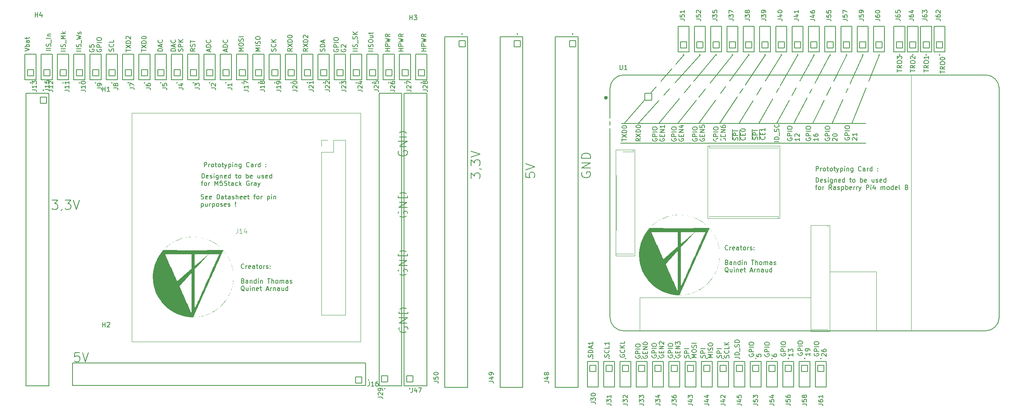
<source format=gto>
G04 #@! TF.GenerationSoftware,KiCad,Pcbnew,7.0.7*
G04 #@! TF.CreationDate,2024-05-21T18:04:19+02:00*
G04 #@! TF.ProjectId,PCB_IOT_SysIntel,5043425f-494f-4545-9f53-7973496e7465,rev?*
G04 #@! TF.SameCoordinates,Original*
G04 #@! TF.FileFunction,Legend,Top*
G04 #@! TF.FilePolarity,Positive*
%FSLAX46Y46*%
G04 Gerber Fmt 4.6, Leading zero omitted, Abs format (unit mm)*
G04 Created by KiCad (PCBNEW 7.0.7) date 2024-05-21 18:04:19*
%MOMM*%
%LPD*%
G01*
G04 APERTURE LIST*
G04 Aperture macros list*
%AMRoundRect*
0 Rectangle with rounded corners*
0 $1 Rounding radius*
0 $2 $3 $4 $5 $6 $7 $8 $9 X,Y pos of 4 corners*
0 Add a 4 corners polygon primitive as box body*
4,1,4,$2,$3,$4,$5,$6,$7,$8,$9,$2,$3,0*
0 Add four circle primitives for the rounded corners*
1,1,$1+$1,$2,$3*
1,1,$1+$1,$4,$5*
1,1,$1+$1,$6,$7*
1,1,$1+$1,$8,$9*
0 Add four rect primitives between the rounded corners*
20,1,$1+$1,$2,$3,$4,$5,0*
20,1,$1+$1,$4,$5,$6,$7,0*
20,1,$1+$1,$6,$7,$8,$9,0*
20,1,$1+$1,$8,$9,$2,$3,0*%
G04 Aperture macros list end*
%ADD10C,0.150000*%
%ADD11C,0.100000*%
%ADD12C,0.127000*%
%ADD13C,0.400000*%
%ADD14C,0.200000*%
%ADD15C,0.120000*%
%ADD16RoundRect,0.102000X-0.762000X-0.762000X0.762000X-0.762000X0.762000X0.762000X-0.762000X0.762000X0*%
%ADD17C,1.728000*%
%ADD18C,6.404000*%
%ADD19RoundRect,0.102000X0.695000X-0.695000X0.695000X0.695000X-0.695000X0.695000X-0.695000X-0.695000X0*%
%ADD20C,1.594000*%
%ADD21RoundRect,0.102000X-0.695000X0.695000X-0.695000X-0.695000X0.695000X-0.695000X0.695000X0.695000X0*%
%ADD22C,3.200000*%
%ADD23RoundRect,0.102000X-0.695000X-0.695000X0.695000X-0.695000X0.695000X0.695000X-0.695000X0.695000X0*%
%ADD24C,3.100000*%
%ADD25R,1.700000X1.700000*%
%ADD26O,1.700000X1.700000*%
%ADD27C,0.800000*%
G04 APERTURE END LIST*
D10*
X174390207Y-109371580D02*
X174342588Y-109419200D01*
X174342588Y-109419200D02*
X174199731Y-109466819D01*
X174199731Y-109466819D02*
X174104493Y-109466819D01*
X174104493Y-109466819D02*
X173961636Y-109419200D01*
X173961636Y-109419200D02*
X173866398Y-109323961D01*
X173866398Y-109323961D02*
X173818779Y-109228723D01*
X173818779Y-109228723D02*
X173771160Y-109038247D01*
X173771160Y-109038247D02*
X173771160Y-108895390D01*
X173771160Y-108895390D02*
X173818779Y-108704914D01*
X173818779Y-108704914D02*
X173866398Y-108609676D01*
X173866398Y-108609676D02*
X173961636Y-108514438D01*
X173961636Y-108514438D02*
X174104493Y-108466819D01*
X174104493Y-108466819D02*
X174199731Y-108466819D01*
X174199731Y-108466819D02*
X174342588Y-108514438D01*
X174342588Y-108514438D02*
X174390207Y-108562057D01*
X174818779Y-109466819D02*
X174818779Y-108800152D01*
X174818779Y-108990628D02*
X174866398Y-108895390D01*
X174866398Y-108895390D02*
X174914017Y-108847771D01*
X174914017Y-108847771D02*
X175009255Y-108800152D01*
X175009255Y-108800152D02*
X175104493Y-108800152D01*
X175818779Y-109419200D02*
X175723541Y-109466819D01*
X175723541Y-109466819D02*
X175533065Y-109466819D01*
X175533065Y-109466819D02*
X175437827Y-109419200D01*
X175437827Y-109419200D02*
X175390208Y-109323961D01*
X175390208Y-109323961D02*
X175390208Y-108943009D01*
X175390208Y-108943009D02*
X175437827Y-108847771D01*
X175437827Y-108847771D02*
X175533065Y-108800152D01*
X175533065Y-108800152D02*
X175723541Y-108800152D01*
X175723541Y-108800152D02*
X175818779Y-108847771D01*
X175818779Y-108847771D02*
X175866398Y-108943009D01*
X175866398Y-108943009D02*
X175866398Y-109038247D01*
X175866398Y-109038247D02*
X175390208Y-109133485D01*
X176723541Y-109466819D02*
X176723541Y-108943009D01*
X176723541Y-108943009D02*
X176675922Y-108847771D01*
X176675922Y-108847771D02*
X176580684Y-108800152D01*
X176580684Y-108800152D02*
X176390208Y-108800152D01*
X176390208Y-108800152D02*
X176294970Y-108847771D01*
X176723541Y-109419200D02*
X176628303Y-109466819D01*
X176628303Y-109466819D02*
X176390208Y-109466819D01*
X176390208Y-109466819D02*
X176294970Y-109419200D01*
X176294970Y-109419200D02*
X176247351Y-109323961D01*
X176247351Y-109323961D02*
X176247351Y-109228723D01*
X176247351Y-109228723D02*
X176294970Y-109133485D01*
X176294970Y-109133485D02*
X176390208Y-109085866D01*
X176390208Y-109085866D02*
X176628303Y-109085866D01*
X176628303Y-109085866D02*
X176723541Y-109038247D01*
X177056875Y-108800152D02*
X177437827Y-108800152D01*
X177199732Y-108466819D02*
X177199732Y-109323961D01*
X177199732Y-109323961D02*
X177247351Y-109419200D01*
X177247351Y-109419200D02*
X177342589Y-109466819D01*
X177342589Y-109466819D02*
X177437827Y-109466819D01*
X177914018Y-109466819D02*
X177818780Y-109419200D01*
X177818780Y-109419200D02*
X177771161Y-109371580D01*
X177771161Y-109371580D02*
X177723542Y-109276342D01*
X177723542Y-109276342D02*
X177723542Y-108990628D01*
X177723542Y-108990628D02*
X177771161Y-108895390D01*
X177771161Y-108895390D02*
X177818780Y-108847771D01*
X177818780Y-108847771D02*
X177914018Y-108800152D01*
X177914018Y-108800152D02*
X178056875Y-108800152D01*
X178056875Y-108800152D02*
X178152113Y-108847771D01*
X178152113Y-108847771D02*
X178199732Y-108895390D01*
X178199732Y-108895390D02*
X178247351Y-108990628D01*
X178247351Y-108990628D02*
X178247351Y-109276342D01*
X178247351Y-109276342D02*
X178199732Y-109371580D01*
X178199732Y-109371580D02*
X178152113Y-109419200D01*
X178152113Y-109419200D02*
X178056875Y-109466819D01*
X178056875Y-109466819D02*
X177914018Y-109466819D01*
X178675923Y-109466819D02*
X178675923Y-108800152D01*
X178675923Y-108990628D02*
X178723542Y-108895390D01*
X178723542Y-108895390D02*
X178771161Y-108847771D01*
X178771161Y-108847771D02*
X178866399Y-108800152D01*
X178866399Y-108800152D02*
X178961637Y-108800152D01*
X179247352Y-109419200D02*
X179342590Y-109466819D01*
X179342590Y-109466819D02*
X179533066Y-109466819D01*
X179533066Y-109466819D02*
X179628304Y-109419200D01*
X179628304Y-109419200D02*
X179675923Y-109323961D01*
X179675923Y-109323961D02*
X179675923Y-109276342D01*
X179675923Y-109276342D02*
X179628304Y-109181104D01*
X179628304Y-109181104D02*
X179533066Y-109133485D01*
X179533066Y-109133485D02*
X179390209Y-109133485D01*
X179390209Y-109133485D02*
X179294971Y-109085866D01*
X179294971Y-109085866D02*
X179247352Y-108990628D01*
X179247352Y-108990628D02*
X179247352Y-108943009D01*
X179247352Y-108943009D02*
X179294971Y-108847771D01*
X179294971Y-108847771D02*
X179390209Y-108800152D01*
X179390209Y-108800152D02*
X179533066Y-108800152D01*
X179533066Y-108800152D02*
X179628304Y-108847771D01*
X180104495Y-109371580D02*
X180152114Y-109419200D01*
X180152114Y-109419200D02*
X180104495Y-109466819D01*
X180104495Y-109466819D02*
X180056876Y-109419200D01*
X180056876Y-109419200D02*
X180104495Y-109371580D01*
X180104495Y-109371580D02*
X180104495Y-109466819D01*
X180104495Y-108847771D02*
X180152114Y-108895390D01*
X180152114Y-108895390D02*
X180104495Y-108943009D01*
X180104495Y-108943009D02*
X180056876Y-108895390D01*
X180056876Y-108895390D02*
X180104495Y-108847771D01*
X180104495Y-108847771D02*
X180104495Y-108943009D01*
X174152112Y-112163009D02*
X174294969Y-112210628D01*
X174294969Y-112210628D02*
X174342588Y-112258247D01*
X174342588Y-112258247D02*
X174390207Y-112353485D01*
X174390207Y-112353485D02*
X174390207Y-112496342D01*
X174390207Y-112496342D02*
X174342588Y-112591580D01*
X174342588Y-112591580D02*
X174294969Y-112639200D01*
X174294969Y-112639200D02*
X174199731Y-112686819D01*
X174199731Y-112686819D02*
X173818779Y-112686819D01*
X173818779Y-112686819D02*
X173818779Y-111686819D01*
X173818779Y-111686819D02*
X174152112Y-111686819D01*
X174152112Y-111686819D02*
X174247350Y-111734438D01*
X174247350Y-111734438D02*
X174294969Y-111782057D01*
X174294969Y-111782057D02*
X174342588Y-111877295D01*
X174342588Y-111877295D02*
X174342588Y-111972533D01*
X174342588Y-111972533D02*
X174294969Y-112067771D01*
X174294969Y-112067771D02*
X174247350Y-112115390D01*
X174247350Y-112115390D02*
X174152112Y-112163009D01*
X174152112Y-112163009D02*
X173818779Y-112163009D01*
X175247350Y-112686819D02*
X175247350Y-112163009D01*
X175247350Y-112163009D02*
X175199731Y-112067771D01*
X175199731Y-112067771D02*
X175104493Y-112020152D01*
X175104493Y-112020152D02*
X174914017Y-112020152D01*
X174914017Y-112020152D02*
X174818779Y-112067771D01*
X175247350Y-112639200D02*
X175152112Y-112686819D01*
X175152112Y-112686819D02*
X174914017Y-112686819D01*
X174914017Y-112686819D02*
X174818779Y-112639200D01*
X174818779Y-112639200D02*
X174771160Y-112543961D01*
X174771160Y-112543961D02*
X174771160Y-112448723D01*
X174771160Y-112448723D02*
X174818779Y-112353485D01*
X174818779Y-112353485D02*
X174914017Y-112305866D01*
X174914017Y-112305866D02*
X175152112Y-112305866D01*
X175152112Y-112305866D02*
X175247350Y-112258247D01*
X175723541Y-112020152D02*
X175723541Y-112686819D01*
X175723541Y-112115390D02*
X175771160Y-112067771D01*
X175771160Y-112067771D02*
X175866398Y-112020152D01*
X175866398Y-112020152D02*
X176009255Y-112020152D01*
X176009255Y-112020152D02*
X176104493Y-112067771D01*
X176104493Y-112067771D02*
X176152112Y-112163009D01*
X176152112Y-112163009D02*
X176152112Y-112686819D01*
X177056874Y-112686819D02*
X177056874Y-111686819D01*
X177056874Y-112639200D02*
X176961636Y-112686819D01*
X176961636Y-112686819D02*
X176771160Y-112686819D01*
X176771160Y-112686819D02*
X176675922Y-112639200D01*
X176675922Y-112639200D02*
X176628303Y-112591580D01*
X176628303Y-112591580D02*
X176580684Y-112496342D01*
X176580684Y-112496342D02*
X176580684Y-112210628D01*
X176580684Y-112210628D02*
X176628303Y-112115390D01*
X176628303Y-112115390D02*
X176675922Y-112067771D01*
X176675922Y-112067771D02*
X176771160Y-112020152D01*
X176771160Y-112020152D02*
X176961636Y-112020152D01*
X176961636Y-112020152D02*
X177056874Y-112067771D01*
X177533065Y-112686819D02*
X177533065Y-112020152D01*
X177533065Y-111686819D02*
X177485446Y-111734438D01*
X177485446Y-111734438D02*
X177533065Y-111782057D01*
X177533065Y-111782057D02*
X177580684Y-111734438D01*
X177580684Y-111734438D02*
X177533065Y-111686819D01*
X177533065Y-111686819D02*
X177533065Y-111782057D01*
X178009255Y-112020152D02*
X178009255Y-112686819D01*
X178009255Y-112115390D02*
X178056874Y-112067771D01*
X178056874Y-112067771D02*
X178152112Y-112020152D01*
X178152112Y-112020152D02*
X178294969Y-112020152D01*
X178294969Y-112020152D02*
X178390207Y-112067771D01*
X178390207Y-112067771D02*
X178437826Y-112163009D01*
X178437826Y-112163009D02*
X178437826Y-112686819D01*
X179533065Y-111686819D02*
X180104493Y-111686819D01*
X179818779Y-112686819D02*
X179818779Y-111686819D01*
X180437827Y-112686819D02*
X180437827Y-111686819D01*
X180866398Y-112686819D02*
X180866398Y-112163009D01*
X180866398Y-112163009D02*
X180818779Y-112067771D01*
X180818779Y-112067771D02*
X180723541Y-112020152D01*
X180723541Y-112020152D02*
X180580684Y-112020152D01*
X180580684Y-112020152D02*
X180485446Y-112067771D01*
X180485446Y-112067771D02*
X180437827Y-112115390D01*
X181485446Y-112686819D02*
X181390208Y-112639200D01*
X181390208Y-112639200D02*
X181342589Y-112591580D01*
X181342589Y-112591580D02*
X181294970Y-112496342D01*
X181294970Y-112496342D02*
X181294970Y-112210628D01*
X181294970Y-112210628D02*
X181342589Y-112115390D01*
X181342589Y-112115390D02*
X181390208Y-112067771D01*
X181390208Y-112067771D02*
X181485446Y-112020152D01*
X181485446Y-112020152D02*
X181628303Y-112020152D01*
X181628303Y-112020152D02*
X181723541Y-112067771D01*
X181723541Y-112067771D02*
X181771160Y-112115390D01*
X181771160Y-112115390D02*
X181818779Y-112210628D01*
X181818779Y-112210628D02*
X181818779Y-112496342D01*
X181818779Y-112496342D02*
X181771160Y-112591580D01*
X181771160Y-112591580D02*
X181723541Y-112639200D01*
X181723541Y-112639200D02*
X181628303Y-112686819D01*
X181628303Y-112686819D02*
X181485446Y-112686819D01*
X182247351Y-112686819D02*
X182247351Y-112020152D01*
X182247351Y-112115390D02*
X182294970Y-112067771D01*
X182294970Y-112067771D02*
X182390208Y-112020152D01*
X182390208Y-112020152D02*
X182533065Y-112020152D01*
X182533065Y-112020152D02*
X182628303Y-112067771D01*
X182628303Y-112067771D02*
X182675922Y-112163009D01*
X182675922Y-112163009D02*
X182675922Y-112686819D01*
X182675922Y-112163009D02*
X182723541Y-112067771D01*
X182723541Y-112067771D02*
X182818779Y-112020152D01*
X182818779Y-112020152D02*
X182961636Y-112020152D01*
X182961636Y-112020152D02*
X183056875Y-112067771D01*
X183056875Y-112067771D02*
X183104494Y-112163009D01*
X183104494Y-112163009D02*
X183104494Y-112686819D01*
X184009255Y-112686819D02*
X184009255Y-112163009D01*
X184009255Y-112163009D02*
X183961636Y-112067771D01*
X183961636Y-112067771D02*
X183866398Y-112020152D01*
X183866398Y-112020152D02*
X183675922Y-112020152D01*
X183675922Y-112020152D02*
X183580684Y-112067771D01*
X184009255Y-112639200D02*
X183914017Y-112686819D01*
X183914017Y-112686819D02*
X183675922Y-112686819D01*
X183675922Y-112686819D02*
X183580684Y-112639200D01*
X183580684Y-112639200D02*
X183533065Y-112543961D01*
X183533065Y-112543961D02*
X183533065Y-112448723D01*
X183533065Y-112448723D02*
X183580684Y-112353485D01*
X183580684Y-112353485D02*
X183675922Y-112305866D01*
X183675922Y-112305866D02*
X183914017Y-112305866D01*
X183914017Y-112305866D02*
X184009255Y-112258247D01*
X184437827Y-112639200D02*
X184533065Y-112686819D01*
X184533065Y-112686819D02*
X184723541Y-112686819D01*
X184723541Y-112686819D02*
X184818779Y-112639200D01*
X184818779Y-112639200D02*
X184866398Y-112543961D01*
X184866398Y-112543961D02*
X184866398Y-112496342D01*
X184866398Y-112496342D02*
X184818779Y-112401104D01*
X184818779Y-112401104D02*
X184723541Y-112353485D01*
X184723541Y-112353485D02*
X184580684Y-112353485D01*
X184580684Y-112353485D02*
X184485446Y-112305866D01*
X184485446Y-112305866D02*
X184437827Y-112210628D01*
X184437827Y-112210628D02*
X184437827Y-112163009D01*
X184437827Y-112163009D02*
X184485446Y-112067771D01*
X184485446Y-112067771D02*
X184580684Y-112020152D01*
X184580684Y-112020152D02*
X184723541Y-112020152D01*
X184723541Y-112020152D02*
X184818779Y-112067771D01*
X174485445Y-114392057D02*
X174390207Y-114344438D01*
X174390207Y-114344438D02*
X174294969Y-114249200D01*
X174294969Y-114249200D02*
X174152112Y-114106342D01*
X174152112Y-114106342D02*
X174056874Y-114058723D01*
X174056874Y-114058723D02*
X173961636Y-114058723D01*
X174009255Y-114296819D02*
X173914017Y-114249200D01*
X173914017Y-114249200D02*
X173818779Y-114153961D01*
X173818779Y-114153961D02*
X173771160Y-113963485D01*
X173771160Y-113963485D02*
X173771160Y-113630152D01*
X173771160Y-113630152D02*
X173818779Y-113439676D01*
X173818779Y-113439676D02*
X173914017Y-113344438D01*
X173914017Y-113344438D02*
X174009255Y-113296819D01*
X174009255Y-113296819D02*
X174199731Y-113296819D01*
X174199731Y-113296819D02*
X174294969Y-113344438D01*
X174294969Y-113344438D02*
X174390207Y-113439676D01*
X174390207Y-113439676D02*
X174437826Y-113630152D01*
X174437826Y-113630152D02*
X174437826Y-113963485D01*
X174437826Y-113963485D02*
X174390207Y-114153961D01*
X174390207Y-114153961D02*
X174294969Y-114249200D01*
X174294969Y-114249200D02*
X174199731Y-114296819D01*
X174199731Y-114296819D02*
X174009255Y-114296819D01*
X175294969Y-113630152D02*
X175294969Y-114296819D01*
X174866398Y-113630152D02*
X174866398Y-114153961D01*
X174866398Y-114153961D02*
X174914017Y-114249200D01*
X174914017Y-114249200D02*
X175009255Y-114296819D01*
X175009255Y-114296819D02*
X175152112Y-114296819D01*
X175152112Y-114296819D02*
X175247350Y-114249200D01*
X175247350Y-114249200D02*
X175294969Y-114201580D01*
X175771160Y-114296819D02*
X175771160Y-113630152D01*
X175771160Y-113296819D02*
X175723541Y-113344438D01*
X175723541Y-113344438D02*
X175771160Y-113392057D01*
X175771160Y-113392057D02*
X175818779Y-113344438D01*
X175818779Y-113344438D02*
X175771160Y-113296819D01*
X175771160Y-113296819D02*
X175771160Y-113392057D01*
X176247350Y-113630152D02*
X176247350Y-114296819D01*
X176247350Y-113725390D02*
X176294969Y-113677771D01*
X176294969Y-113677771D02*
X176390207Y-113630152D01*
X176390207Y-113630152D02*
X176533064Y-113630152D01*
X176533064Y-113630152D02*
X176628302Y-113677771D01*
X176628302Y-113677771D02*
X176675921Y-113773009D01*
X176675921Y-113773009D02*
X176675921Y-114296819D01*
X177533064Y-114249200D02*
X177437826Y-114296819D01*
X177437826Y-114296819D02*
X177247350Y-114296819D01*
X177247350Y-114296819D02*
X177152112Y-114249200D01*
X177152112Y-114249200D02*
X177104493Y-114153961D01*
X177104493Y-114153961D02*
X177104493Y-113773009D01*
X177104493Y-113773009D02*
X177152112Y-113677771D01*
X177152112Y-113677771D02*
X177247350Y-113630152D01*
X177247350Y-113630152D02*
X177437826Y-113630152D01*
X177437826Y-113630152D02*
X177533064Y-113677771D01*
X177533064Y-113677771D02*
X177580683Y-113773009D01*
X177580683Y-113773009D02*
X177580683Y-113868247D01*
X177580683Y-113868247D02*
X177104493Y-113963485D01*
X177866398Y-113630152D02*
X178247350Y-113630152D01*
X178009255Y-113296819D02*
X178009255Y-114153961D01*
X178009255Y-114153961D02*
X178056874Y-114249200D01*
X178056874Y-114249200D02*
X178152112Y-114296819D01*
X178152112Y-114296819D02*
X178247350Y-114296819D01*
X179294970Y-114011104D02*
X179771160Y-114011104D01*
X179199732Y-114296819D02*
X179533065Y-113296819D01*
X179533065Y-113296819D02*
X179866398Y-114296819D01*
X180199732Y-114296819D02*
X180199732Y-113630152D01*
X180199732Y-113820628D02*
X180247351Y-113725390D01*
X180247351Y-113725390D02*
X180294970Y-113677771D01*
X180294970Y-113677771D02*
X180390208Y-113630152D01*
X180390208Y-113630152D02*
X180485446Y-113630152D01*
X180818780Y-113630152D02*
X180818780Y-114296819D01*
X180818780Y-113725390D02*
X180866399Y-113677771D01*
X180866399Y-113677771D02*
X180961637Y-113630152D01*
X180961637Y-113630152D02*
X181104494Y-113630152D01*
X181104494Y-113630152D02*
X181199732Y-113677771D01*
X181199732Y-113677771D02*
X181247351Y-113773009D01*
X181247351Y-113773009D02*
X181247351Y-114296819D01*
X182152113Y-114296819D02*
X182152113Y-113773009D01*
X182152113Y-113773009D02*
X182104494Y-113677771D01*
X182104494Y-113677771D02*
X182009256Y-113630152D01*
X182009256Y-113630152D02*
X181818780Y-113630152D01*
X181818780Y-113630152D02*
X181723542Y-113677771D01*
X182152113Y-114249200D02*
X182056875Y-114296819D01*
X182056875Y-114296819D02*
X181818780Y-114296819D01*
X181818780Y-114296819D02*
X181723542Y-114249200D01*
X181723542Y-114249200D02*
X181675923Y-114153961D01*
X181675923Y-114153961D02*
X181675923Y-114058723D01*
X181675923Y-114058723D02*
X181723542Y-113963485D01*
X181723542Y-113963485D02*
X181818780Y-113915866D01*
X181818780Y-113915866D02*
X182056875Y-113915866D01*
X182056875Y-113915866D02*
X182152113Y-113868247D01*
X183056875Y-113630152D02*
X183056875Y-114296819D01*
X182628304Y-113630152D02*
X182628304Y-114153961D01*
X182628304Y-114153961D02*
X182675923Y-114249200D01*
X182675923Y-114249200D02*
X182771161Y-114296819D01*
X182771161Y-114296819D02*
X182914018Y-114296819D01*
X182914018Y-114296819D02*
X183009256Y-114249200D01*
X183009256Y-114249200D02*
X183056875Y-114201580D01*
X183961637Y-114296819D02*
X183961637Y-113296819D01*
X183961637Y-114249200D02*
X183866399Y-114296819D01*
X183866399Y-114296819D02*
X183675923Y-114296819D01*
X183675923Y-114296819D02*
X183580685Y-114249200D01*
X183580685Y-114249200D02*
X183533066Y-114201580D01*
X183533066Y-114201580D02*
X183485447Y-114106342D01*
X183485447Y-114106342D02*
X183485447Y-113820628D01*
X183485447Y-113820628D02*
X183533066Y-113725390D01*
X183533066Y-113725390D02*
X183580685Y-113677771D01*
X183580685Y-113677771D02*
X183675923Y-113630152D01*
X183675923Y-113630152D02*
X183866399Y-113630152D01*
X183866399Y-113630152D02*
X183961637Y-113677771D01*
X68726207Y-113435580D02*
X68678588Y-113483200D01*
X68678588Y-113483200D02*
X68535731Y-113530819D01*
X68535731Y-113530819D02*
X68440493Y-113530819D01*
X68440493Y-113530819D02*
X68297636Y-113483200D01*
X68297636Y-113483200D02*
X68202398Y-113387961D01*
X68202398Y-113387961D02*
X68154779Y-113292723D01*
X68154779Y-113292723D02*
X68107160Y-113102247D01*
X68107160Y-113102247D02*
X68107160Y-112959390D01*
X68107160Y-112959390D02*
X68154779Y-112768914D01*
X68154779Y-112768914D02*
X68202398Y-112673676D01*
X68202398Y-112673676D02*
X68297636Y-112578438D01*
X68297636Y-112578438D02*
X68440493Y-112530819D01*
X68440493Y-112530819D02*
X68535731Y-112530819D01*
X68535731Y-112530819D02*
X68678588Y-112578438D01*
X68678588Y-112578438D02*
X68726207Y-112626057D01*
X69154779Y-113530819D02*
X69154779Y-112864152D01*
X69154779Y-113054628D02*
X69202398Y-112959390D01*
X69202398Y-112959390D02*
X69250017Y-112911771D01*
X69250017Y-112911771D02*
X69345255Y-112864152D01*
X69345255Y-112864152D02*
X69440493Y-112864152D01*
X70154779Y-113483200D02*
X70059541Y-113530819D01*
X70059541Y-113530819D02*
X69869065Y-113530819D01*
X69869065Y-113530819D02*
X69773827Y-113483200D01*
X69773827Y-113483200D02*
X69726208Y-113387961D01*
X69726208Y-113387961D02*
X69726208Y-113007009D01*
X69726208Y-113007009D02*
X69773827Y-112911771D01*
X69773827Y-112911771D02*
X69869065Y-112864152D01*
X69869065Y-112864152D02*
X70059541Y-112864152D01*
X70059541Y-112864152D02*
X70154779Y-112911771D01*
X70154779Y-112911771D02*
X70202398Y-113007009D01*
X70202398Y-113007009D02*
X70202398Y-113102247D01*
X70202398Y-113102247D02*
X69726208Y-113197485D01*
X71059541Y-113530819D02*
X71059541Y-113007009D01*
X71059541Y-113007009D02*
X71011922Y-112911771D01*
X71011922Y-112911771D02*
X70916684Y-112864152D01*
X70916684Y-112864152D02*
X70726208Y-112864152D01*
X70726208Y-112864152D02*
X70630970Y-112911771D01*
X71059541Y-113483200D02*
X70964303Y-113530819D01*
X70964303Y-113530819D02*
X70726208Y-113530819D01*
X70726208Y-113530819D02*
X70630970Y-113483200D01*
X70630970Y-113483200D02*
X70583351Y-113387961D01*
X70583351Y-113387961D02*
X70583351Y-113292723D01*
X70583351Y-113292723D02*
X70630970Y-113197485D01*
X70630970Y-113197485D02*
X70726208Y-113149866D01*
X70726208Y-113149866D02*
X70964303Y-113149866D01*
X70964303Y-113149866D02*
X71059541Y-113102247D01*
X71392875Y-112864152D02*
X71773827Y-112864152D01*
X71535732Y-112530819D02*
X71535732Y-113387961D01*
X71535732Y-113387961D02*
X71583351Y-113483200D01*
X71583351Y-113483200D02*
X71678589Y-113530819D01*
X71678589Y-113530819D02*
X71773827Y-113530819D01*
X72250018Y-113530819D02*
X72154780Y-113483200D01*
X72154780Y-113483200D02*
X72107161Y-113435580D01*
X72107161Y-113435580D02*
X72059542Y-113340342D01*
X72059542Y-113340342D02*
X72059542Y-113054628D01*
X72059542Y-113054628D02*
X72107161Y-112959390D01*
X72107161Y-112959390D02*
X72154780Y-112911771D01*
X72154780Y-112911771D02*
X72250018Y-112864152D01*
X72250018Y-112864152D02*
X72392875Y-112864152D01*
X72392875Y-112864152D02*
X72488113Y-112911771D01*
X72488113Y-112911771D02*
X72535732Y-112959390D01*
X72535732Y-112959390D02*
X72583351Y-113054628D01*
X72583351Y-113054628D02*
X72583351Y-113340342D01*
X72583351Y-113340342D02*
X72535732Y-113435580D01*
X72535732Y-113435580D02*
X72488113Y-113483200D01*
X72488113Y-113483200D02*
X72392875Y-113530819D01*
X72392875Y-113530819D02*
X72250018Y-113530819D01*
X73011923Y-113530819D02*
X73011923Y-112864152D01*
X73011923Y-113054628D02*
X73059542Y-112959390D01*
X73059542Y-112959390D02*
X73107161Y-112911771D01*
X73107161Y-112911771D02*
X73202399Y-112864152D01*
X73202399Y-112864152D02*
X73297637Y-112864152D01*
X73583352Y-113483200D02*
X73678590Y-113530819D01*
X73678590Y-113530819D02*
X73869066Y-113530819D01*
X73869066Y-113530819D02*
X73964304Y-113483200D01*
X73964304Y-113483200D02*
X74011923Y-113387961D01*
X74011923Y-113387961D02*
X74011923Y-113340342D01*
X74011923Y-113340342D02*
X73964304Y-113245104D01*
X73964304Y-113245104D02*
X73869066Y-113197485D01*
X73869066Y-113197485D02*
X73726209Y-113197485D01*
X73726209Y-113197485D02*
X73630971Y-113149866D01*
X73630971Y-113149866D02*
X73583352Y-113054628D01*
X73583352Y-113054628D02*
X73583352Y-113007009D01*
X73583352Y-113007009D02*
X73630971Y-112911771D01*
X73630971Y-112911771D02*
X73726209Y-112864152D01*
X73726209Y-112864152D02*
X73869066Y-112864152D01*
X73869066Y-112864152D02*
X73964304Y-112911771D01*
X74440495Y-113435580D02*
X74488114Y-113483200D01*
X74488114Y-113483200D02*
X74440495Y-113530819D01*
X74440495Y-113530819D02*
X74392876Y-113483200D01*
X74392876Y-113483200D02*
X74440495Y-113435580D01*
X74440495Y-113435580D02*
X74440495Y-113530819D01*
X74440495Y-112911771D02*
X74488114Y-112959390D01*
X74488114Y-112959390D02*
X74440495Y-113007009D01*
X74440495Y-113007009D02*
X74392876Y-112959390D01*
X74392876Y-112959390D02*
X74440495Y-112911771D01*
X74440495Y-112911771D02*
X74440495Y-113007009D01*
X68488112Y-116227009D02*
X68630969Y-116274628D01*
X68630969Y-116274628D02*
X68678588Y-116322247D01*
X68678588Y-116322247D02*
X68726207Y-116417485D01*
X68726207Y-116417485D02*
X68726207Y-116560342D01*
X68726207Y-116560342D02*
X68678588Y-116655580D01*
X68678588Y-116655580D02*
X68630969Y-116703200D01*
X68630969Y-116703200D02*
X68535731Y-116750819D01*
X68535731Y-116750819D02*
X68154779Y-116750819D01*
X68154779Y-116750819D02*
X68154779Y-115750819D01*
X68154779Y-115750819D02*
X68488112Y-115750819D01*
X68488112Y-115750819D02*
X68583350Y-115798438D01*
X68583350Y-115798438D02*
X68630969Y-115846057D01*
X68630969Y-115846057D02*
X68678588Y-115941295D01*
X68678588Y-115941295D02*
X68678588Y-116036533D01*
X68678588Y-116036533D02*
X68630969Y-116131771D01*
X68630969Y-116131771D02*
X68583350Y-116179390D01*
X68583350Y-116179390D02*
X68488112Y-116227009D01*
X68488112Y-116227009D02*
X68154779Y-116227009D01*
X69583350Y-116750819D02*
X69583350Y-116227009D01*
X69583350Y-116227009D02*
X69535731Y-116131771D01*
X69535731Y-116131771D02*
X69440493Y-116084152D01*
X69440493Y-116084152D02*
X69250017Y-116084152D01*
X69250017Y-116084152D02*
X69154779Y-116131771D01*
X69583350Y-116703200D02*
X69488112Y-116750819D01*
X69488112Y-116750819D02*
X69250017Y-116750819D01*
X69250017Y-116750819D02*
X69154779Y-116703200D01*
X69154779Y-116703200D02*
X69107160Y-116607961D01*
X69107160Y-116607961D02*
X69107160Y-116512723D01*
X69107160Y-116512723D02*
X69154779Y-116417485D01*
X69154779Y-116417485D02*
X69250017Y-116369866D01*
X69250017Y-116369866D02*
X69488112Y-116369866D01*
X69488112Y-116369866D02*
X69583350Y-116322247D01*
X70059541Y-116084152D02*
X70059541Y-116750819D01*
X70059541Y-116179390D02*
X70107160Y-116131771D01*
X70107160Y-116131771D02*
X70202398Y-116084152D01*
X70202398Y-116084152D02*
X70345255Y-116084152D01*
X70345255Y-116084152D02*
X70440493Y-116131771D01*
X70440493Y-116131771D02*
X70488112Y-116227009D01*
X70488112Y-116227009D02*
X70488112Y-116750819D01*
X71392874Y-116750819D02*
X71392874Y-115750819D01*
X71392874Y-116703200D02*
X71297636Y-116750819D01*
X71297636Y-116750819D02*
X71107160Y-116750819D01*
X71107160Y-116750819D02*
X71011922Y-116703200D01*
X71011922Y-116703200D02*
X70964303Y-116655580D01*
X70964303Y-116655580D02*
X70916684Y-116560342D01*
X70916684Y-116560342D02*
X70916684Y-116274628D01*
X70916684Y-116274628D02*
X70964303Y-116179390D01*
X70964303Y-116179390D02*
X71011922Y-116131771D01*
X71011922Y-116131771D02*
X71107160Y-116084152D01*
X71107160Y-116084152D02*
X71297636Y-116084152D01*
X71297636Y-116084152D02*
X71392874Y-116131771D01*
X71869065Y-116750819D02*
X71869065Y-116084152D01*
X71869065Y-115750819D02*
X71821446Y-115798438D01*
X71821446Y-115798438D02*
X71869065Y-115846057D01*
X71869065Y-115846057D02*
X71916684Y-115798438D01*
X71916684Y-115798438D02*
X71869065Y-115750819D01*
X71869065Y-115750819D02*
X71869065Y-115846057D01*
X72345255Y-116084152D02*
X72345255Y-116750819D01*
X72345255Y-116179390D02*
X72392874Y-116131771D01*
X72392874Y-116131771D02*
X72488112Y-116084152D01*
X72488112Y-116084152D02*
X72630969Y-116084152D01*
X72630969Y-116084152D02*
X72726207Y-116131771D01*
X72726207Y-116131771D02*
X72773826Y-116227009D01*
X72773826Y-116227009D02*
X72773826Y-116750819D01*
X73869065Y-115750819D02*
X74440493Y-115750819D01*
X74154779Y-116750819D02*
X74154779Y-115750819D01*
X74773827Y-116750819D02*
X74773827Y-115750819D01*
X75202398Y-116750819D02*
X75202398Y-116227009D01*
X75202398Y-116227009D02*
X75154779Y-116131771D01*
X75154779Y-116131771D02*
X75059541Y-116084152D01*
X75059541Y-116084152D02*
X74916684Y-116084152D01*
X74916684Y-116084152D02*
X74821446Y-116131771D01*
X74821446Y-116131771D02*
X74773827Y-116179390D01*
X75821446Y-116750819D02*
X75726208Y-116703200D01*
X75726208Y-116703200D02*
X75678589Y-116655580D01*
X75678589Y-116655580D02*
X75630970Y-116560342D01*
X75630970Y-116560342D02*
X75630970Y-116274628D01*
X75630970Y-116274628D02*
X75678589Y-116179390D01*
X75678589Y-116179390D02*
X75726208Y-116131771D01*
X75726208Y-116131771D02*
X75821446Y-116084152D01*
X75821446Y-116084152D02*
X75964303Y-116084152D01*
X75964303Y-116084152D02*
X76059541Y-116131771D01*
X76059541Y-116131771D02*
X76107160Y-116179390D01*
X76107160Y-116179390D02*
X76154779Y-116274628D01*
X76154779Y-116274628D02*
X76154779Y-116560342D01*
X76154779Y-116560342D02*
X76107160Y-116655580D01*
X76107160Y-116655580D02*
X76059541Y-116703200D01*
X76059541Y-116703200D02*
X75964303Y-116750819D01*
X75964303Y-116750819D02*
X75821446Y-116750819D01*
X76583351Y-116750819D02*
X76583351Y-116084152D01*
X76583351Y-116179390D02*
X76630970Y-116131771D01*
X76630970Y-116131771D02*
X76726208Y-116084152D01*
X76726208Y-116084152D02*
X76869065Y-116084152D01*
X76869065Y-116084152D02*
X76964303Y-116131771D01*
X76964303Y-116131771D02*
X77011922Y-116227009D01*
X77011922Y-116227009D02*
X77011922Y-116750819D01*
X77011922Y-116227009D02*
X77059541Y-116131771D01*
X77059541Y-116131771D02*
X77154779Y-116084152D01*
X77154779Y-116084152D02*
X77297636Y-116084152D01*
X77297636Y-116084152D02*
X77392875Y-116131771D01*
X77392875Y-116131771D02*
X77440494Y-116227009D01*
X77440494Y-116227009D02*
X77440494Y-116750819D01*
X78345255Y-116750819D02*
X78345255Y-116227009D01*
X78345255Y-116227009D02*
X78297636Y-116131771D01*
X78297636Y-116131771D02*
X78202398Y-116084152D01*
X78202398Y-116084152D02*
X78011922Y-116084152D01*
X78011922Y-116084152D02*
X77916684Y-116131771D01*
X78345255Y-116703200D02*
X78250017Y-116750819D01*
X78250017Y-116750819D02*
X78011922Y-116750819D01*
X78011922Y-116750819D02*
X77916684Y-116703200D01*
X77916684Y-116703200D02*
X77869065Y-116607961D01*
X77869065Y-116607961D02*
X77869065Y-116512723D01*
X77869065Y-116512723D02*
X77916684Y-116417485D01*
X77916684Y-116417485D02*
X78011922Y-116369866D01*
X78011922Y-116369866D02*
X78250017Y-116369866D01*
X78250017Y-116369866D02*
X78345255Y-116322247D01*
X78773827Y-116703200D02*
X78869065Y-116750819D01*
X78869065Y-116750819D02*
X79059541Y-116750819D01*
X79059541Y-116750819D02*
X79154779Y-116703200D01*
X79154779Y-116703200D02*
X79202398Y-116607961D01*
X79202398Y-116607961D02*
X79202398Y-116560342D01*
X79202398Y-116560342D02*
X79154779Y-116465104D01*
X79154779Y-116465104D02*
X79059541Y-116417485D01*
X79059541Y-116417485D02*
X78916684Y-116417485D01*
X78916684Y-116417485D02*
X78821446Y-116369866D01*
X78821446Y-116369866D02*
X78773827Y-116274628D01*
X78773827Y-116274628D02*
X78773827Y-116227009D01*
X78773827Y-116227009D02*
X78821446Y-116131771D01*
X78821446Y-116131771D02*
X78916684Y-116084152D01*
X78916684Y-116084152D02*
X79059541Y-116084152D01*
X79059541Y-116084152D02*
X79154779Y-116131771D01*
X68821445Y-118456057D02*
X68726207Y-118408438D01*
X68726207Y-118408438D02*
X68630969Y-118313200D01*
X68630969Y-118313200D02*
X68488112Y-118170342D01*
X68488112Y-118170342D02*
X68392874Y-118122723D01*
X68392874Y-118122723D02*
X68297636Y-118122723D01*
X68345255Y-118360819D02*
X68250017Y-118313200D01*
X68250017Y-118313200D02*
X68154779Y-118217961D01*
X68154779Y-118217961D02*
X68107160Y-118027485D01*
X68107160Y-118027485D02*
X68107160Y-117694152D01*
X68107160Y-117694152D02*
X68154779Y-117503676D01*
X68154779Y-117503676D02*
X68250017Y-117408438D01*
X68250017Y-117408438D02*
X68345255Y-117360819D01*
X68345255Y-117360819D02*
X68535731Y-117360819D01*
X68535731Y-117360819D02*
X68630969Y-117408438D01*
X68630969Y-117408438D02*
X68726207Y-117503676D01*
X68726207Y-117503676D02*
X68773826Y-117694152D01*
X68773826Y-117694152D02*
X68773826Y-118027485D01*
X68773826Y-118027485D02*
X68726207Y-118217961D01*
X68726207Y-118217961D02*
X68630969Y-118313200D01*
X68630969Y-118313200D02*
X68535731Y-118360819D01*
X68535731Y-118360819D02*
X68345255Y-118360819D01*
X69630969Y-117694152D02*
X69630969Y-118360819D01*
X69202398Y-117694152D02*
X69202398Y-118217961D01*
X69202398Y-118217961D02*
X69250017Y-118313200D01*
X69250017Y-118313200D02*
X69345255Y-118360819D01*
X69345255Y-118360819D02*
X69488112Y-118360819D01*
X69488112Y-118360819D02*
X69583350Y-118313200D01*
X69583350Y-118313200D02*
X69630969Y-118265580D01*
X70107160Y-118360819D02*
X70107160Y-117694152D01*
X70107160Y-117360819D02*
X70059541Y-117408438D01*
X70059541Y-117408438D02*
X70107160Y-117456057D01*
X70107160Y-117456057D02*
X70154779Y-117408438D01*
X70154779Y-117408438D02*
X70107160Y-117360819D01*
X70107160Y-117360819D02*
X70107160Y-117456057D01*
X70583350Y-117694152D02*
X70583350Y-118360819D01*
X70583350Y-117789390D02*
X70630969Y-117741771D01*
X70630969Y-117741771D02*
X70726207Y-117694152D01*
X70726207Y-117694152D02*
X70869064Y-117694152D01*
X70869064Y-117694152D02*
X70964302Y-117741771D01*
X70964302Y-117741771D02*
X71011921Y-117837009D01*
X71011921Y-117837009D02*
X71011921Y-118360819D01*
X71869064Y-118313200D02*
X71773826Y-118360819D01*
X71773826Y-118360819D02*
X71583350Y-118360819D01*
X71583350Y-118360819D02*
X71488112Y-118313200D01*
X71488112Y-118313200D02*
X71440493Y-118217961D01*
X71440493Y-118217961D02*
X71440493Y-117837009D01*
X71440493Y-117837009D02*
X71488112Y-117741771D01*
X71488112Y-117741771D02*
X71583350Y-117694152D01*
X71583350Y-117694152D02*
X71773826Y-117694152D01*
X71773826Y-117694152D02*
X71869064Y-117741771D01*
X71869064Y-117741771D02*
X71916683Y-117837009D01*
X71916683Y-117837009D02*
X71916683Y-117932247D01*
X71916683Y-117932247D02*
X71440493Y-118027485D01*
X72202398Y-117694152D02*
X72583350Y-117694152D01*
X72345255Y-117360819D02*
X72345255Y-118217961D01*
X72345255Y-118217961D02*
X72392874Y-118313200D01*
X72392874Y-118313200D02*
X72488112Y-118360819D01*
X72488112Y-118360819D02*
X72583350Y-118360819D01*
X73630970Y-118075104D02*
X74107160Y-118075104D01*
X73535732Y-118360819D02*
X73869065Y-117360819D01*
X73869065Y-117360819D02*
X74202398Y-118360819D01*
X74535732Y-118360819D02*
X74535732Y-117694152D01*
X74535732Y-117884628D02*
X74583351Y-117789390D01*
X74583351Y-117789390D02*
X74630970Y-117741771D01*
X74630970Y-117741771D02*
X74726208Y-117694152D01*
X74726208Y-117694152D02*
X74821446Y-117694152D01*
X75154780Y-117694152D02*
X75154780Y-118360819D01*
X75154780Y-117789390D02*
X75202399Y-117741771D01*
X75202399Y-117741771D02*
X75297637Y-117694152D01*
X75297637Y-117694152D02*
X75440494Y-117694152D01*
X75440494Y-117694152D02*
X75535732Y-117741771D01*
X75535732Y-117741771D02*
X75583351Y-117837009D01*
X75583351Y-117837009D02*
X75583351Y-118360819D01*
X76488113Y-118360819D02*
X76488113Y-117837009D01*
X76488113Y-117837009D02*
X76440494Y-117741771D01*
X76440494Y-117741771D02*
X76345256Y-117694152D01*
X76345256Y-117694152D02*
X76154780Y-117694152D01*
X76154780Y-117694152D02*
X76059542Y-117741771D01*
X76488113Y-118313200D02*
X76392875Y-118360819D01*
X76392875Y-118360819D02*
X76154780Y-118360819D01*
X76154780Y-118360819D02*
X76059542Y-118313200D01*
X76059542Y-118313200D02*
X76011923Y-118217961D01*
X76011923Y-118217961D02*
X76011923Y-118122723D01*
X76011923Y-118122723D02*
X76059542Y-118027485D01*
X76059542Y-118027485D02*
X76154780Y-117979866D01*
X76154780Y-117979866D02*
X76392875Y-117979866D01*
X76392875Y-117979866D02*
X76488113Y-117932247D01*
X77392875Y-117694152D02*
X77392875Y-118360819D01*
X76964304Y-117694152D02*
X76964304Y-118217961D01*
X76964304Y-118217961D02*
X77011923Y-118313200D01*
X77011923Y-118313200D02*
X77107161Y-118360819D01*
X77107161Y-118360819D02*
X77250018Y-118360819D01*
X77250018Y-118360819D02*
X77345256Y-118313200D01*
X77345256Y-118313200D02*
X77392875Y-118265580D01*
X78297637Y-118360819D02*
X78297637Y-117360819D01*
X78297637Y-118313200D02*
X78202399Y-118360819D01*
X78202399Y-118360819D02*
X78011923Y-118360819D01*
X78011923Y-118360819D02*
X77916685Y-118313200D01*
X77916685Y-118313200D02*
X77869066Y-118265580D01*
X77869066Y-118265580D02*
X77821447Y-118170342D01*
X77821447Y-118170342D02*
X77821447Y-117884628D01*
X77821447Y-117884628D02*
X77869066Y-117789390D01*
X77869066Y-117789390D02*
X77916685Y-117741771D01*
X77916685Y-117741771D02*
X78011923Y-117694152D01*
X78011923Y-117694152D02*
X78202399Y-117694152D01*
X78202399Y-117694152D02*
X78297637Y-117741771D01*
X193630779Y-92198819D02*
X193630779Y-91198819D01*
X193630779Y-91198819D02*
X194011731Y-91198819D01*
X194011731Y-91198819D02*
X194106969Y-91246438D01*
X194106969Y-91246438D02*
X194154588Y-91294057D01*
X194154588Y-91294057D02*
X194202207Y-91389295D01*
X194202207Y-91389295D02*
X194202207Y-91532152D01*
X194202207Y-91532152D02*
X194154588Y-91627390D01*
X194154588Y-91627390D02*
X194106969Y-91675009D01*
X194106969Y-91675009D02*
X194011731Y-91722628D01*
X194011731Y-91722628D02*
X193630779Y-91722628D01*
X194630779Y-92198819D02*
X194630779Y-91532152D01*
X194630779Y-91722628D02*
X194678398Y-91627390D01*
X194678398Y-91627390D02*
X194726017Y-91579771D01*
X194726017Y-91579771D02*
X194821255Y-91532152D01*
X194821255Y-91532152D02*
X194916493Y-91532152D01*
X195392684Y-92198819D02*
X195297446Y-92151200D01*
X195297446Y-92151200D02*
X195249827Y-92103580D01*
X195249827Y-92103580D02*
X195202208Y-92008342D01*
X195202208Y-92008342D02*
X195202208Y-91722628D01*
X195202208Y-91722628D02*
X195249827Y-91627390D01*
X195249827Y-91627390D02*
X195297446Y-91579771D01*
X195297446Y-91579771D02*
X195392684Y-91532152D01*
X195392684Y-91532152D02*
X195535541Y-91532152D01*
X195535541Y-91532152D02*
X195630779Y-91579771D01*
X195630779Y-91579771D02*
X195678398Y-91627390D01*
X195678398Y-91627390D02*
X195726017Y-91722628D01*
X195726017Y-91722628D02*
X195726017Y-92008342D01*
X195726017Y-92008342D02*
X195678398Y-92103580D01*
X195678398Y-92103580D02*
X195630779Y-92151200D01*
X195630779Y-92151200D02*
X195535541Y-92198819D01*
X195535541Y-92198819D02*
X195392684Y-92198819D01*
X196011732Y-91532152D02*
X196392684Y-91532152D01*
X196154589Y-91198819D02*
X196154589Y-92055961D01*
X196154589Y-92055961D02*
X196202208Y-92151200D01*
X196202208Y-92151200D02*
X196297446Y-92198819D01*
X196297446Y-92198819D02*
X196392684Y-92198819D01*
X196868875Y-92198819D02*
X196773637Y-92151200D01*
X196773637Y-92151200D02*
X196726018Y-92103580D01*
X196726018Y-92103580D02*
X196678399Y-92008342D01*
X196678399Y-92008342D02*
X196678399Y-91722628D01*
X196678399Y-91722628D02*
X196726018Y-91627390D01*
X196726018Y-91627390D02*
X196773637Y-91579771D01*
X196773637Y-91579771D02*
X196868875Y-91532152D01*
X196868875Y-91532152D02*
X197011732Y-91532152D01*
X197011732Y-91532152D02*
X197106970Y-91579771D01*
X197106970Y-91579771D02*
X197154589Y-91627390D01*
X197154589Y-91627390D02*
X197202208Y-91722628D01*
X197202208Y-91722628D02*
X197202208Y-92008342D01*
X197202208Y-92008342D02*
X197154589Y-92103580D01*
X197154589Y-92103580D02*
X197106970Y-92151200D01*
X197106970Y-92151200D02*
X197011732Y-92198819D01*
X197011732Y-92198819D02*
X196868875Y-92198819D01*
X197487923Y-91532152D02*
X197868875Y-91532152D01*
X197630780Y-91198819D02*
X197630780Y-92055961D01*
X197630780Y-92055961D02*
X197678399Y-92151200D01*
X197678399Y-92151200D02*
X197773637Y-92198819D01*
X197773637Y-92198819D02*
X197868875Y-92198819D01*
X198106971Y-91532152D02*
X198345066Y-92198819D01*
X198583161Y-91532152D02*
X198345066Y-92198819D01*
X198345066Y-92198819D02*
X198249828Y-92436914D01*
X198249828Y-92436914D02*
X198202209Y-92484533D01*
X198202209Y-92484533D02*
X198106971Y-92532152D01*
X198964114Y-91532152D02*
X198964114Y-92532152D01*
X198964114Y-91579771D02*
X199059352Y-91532152D01*
X199059352Y-91532152D02*
X199249828Y-91532152D01*
X199249828Y-91532152D02*
X199345066Y-91579771D01*
X199345066Y-91579771D02*
X199392685Y-91627390D01*
X199392685Y-91627390D02*
X199440304Y-91722628D01*
X199440304Y-91722628D02*
X199440304Y-92008342D01*
X199440304Y-92008342D02*
X199392685Y-92103580D01*
X199392685Y-92103580D02*
X199345066Y-92151200D01*
X199345066Y-92151200D02*
X199249828Y-92198819D01*
X199249828Y-92198819D02*
X199059352Y-92198819D01*
X199059352Y-92198819D02*
X198964114Y-92151200D01*
X199868876Y-92198819D02*
X199868876Y-91532152D01*
X199868876Y-91198819D02*
X199821257Y-91246438D01*
X199821257Y-91246438D02*
X199868876Y-91294057D01*
X199868876Y-91294057D02*
X199916495Y-91246438D01*
X199916495Y-91246438D02*
X199868876Y-91198819D01*
X199868876Y-91198819D02*
X199868876Y-91294057D01*
X200345066Y-91532152D02*
X200345066Y-92198819D01*
X200345066Y-91627390D02*
X200392685Y-91579771D01*
X200392685Y-91579771D02*
X200487923Y-91532152D01*
X200487923Y-91532152D02*
X200630780Y-91532152D01*
X200630780Y-91532152D02*
X200726018Y-91579771D01*
X200726018Y-91579771D02*
X200773637Y-91675009D01*
X200773637Y-91675009D02*
X200773637Y-92198819D01*
X201678399Y-91532152D02*
X201678399Y-92341676D01*
X201678399Y-92341676D02*
X201630780Y-92436914D01*
X201630780Y-92436914D02*
X201583161Y-92484533D01*
X201583161Y-92484533D02*
X201487923Y-92532152D01*
X201487923Y-92532152D02*
X201345066Y-92532152D01*
X201345066Y-92532152D02*
X201249828Y-92484533D01*
X201678399Y-92151200D02*
X201583161Y-92198819D01*
X201583161Y-92198819D02*
X201392685Y-92198819D01*
X201392685Y-92198819D02*
X201297447Y-92151200D01*
X201297447Y-92151200D02*
X201249828Y-92103580D01*
X201249828Y-92103580D02*
X201202209Y-92008342D01*
X201202209Y-92008342D02*
X201202209Y-91722628D01*
X201202209Y-91722628D02*
X201249828Y-91627390D01*
X201249828Y-91627390D02*
X201297447Y-91579771D01*
X201297447Y-91579771D02*
X201392685Y-91532152D01*
X201392685Y-91532152D02*
X201583161Y-91532152D01*
X201583161Y-91532152D02*
X201678399Y-91579771D01*
X203487923Y-92103580D02*
X203440304Y-92151200D01*
X203440304Y-92151200D02*
X203297447Y-92198819D01*
X203297447Y-92198819D02*
X203202209Y-92198819D01*
X203202209Y-92198819D02*
X203059352Y-92151200D01*
X203059352Y-92151200D02*
X202964114Y-92055961D01*
X202964114Y-92055961D02*
X202916495Y-91960723D01*
X202916495Y-91960723D02*
X202868876Y-91770247D01*
X202868876Y-91770247D02*
X202868876Y-91627390D01*
X202868876Y-91627390D02*
X202916495Y-91436914D01*
X202916495Y-91436914D02*
X202964114Y-91341676D01*
X202964114Y-91341676D02*
X203059352Y-91246438D01*
X203059352Y-91246438D02*
X203202209Y-91198819D01*
X203202209Y-91198819D02*
X203297447Y-91198819D01*
X203297447Y-91198819D02*
X203440304Y-91246438D01*
X203440304Y-91246438D02*
X203487923Y-91294057D01*
X204345066Y-92198819D02*
X204345066Y-91675009D01*
X204345066Y-91675009D02*
X204297447Y-91579771D01*
X204297447Y-91579771D02*
X204202209Y-91532152D01*
X204202209Y-91532152D02*
X204011733Y-91532152D01*
X204011733Y-91532152D02*
X203916495Y-91579771D01*
X204345066Y-92151200D02*
X204249828Y-92198819D01*
X204249828Y-92198819D02*
X204011733Y-92198819D01*
X204011733Y-92198819D02*
X203916495Y-92151200D01*
X203916495Y-92151200D02*
X203868876Y-92055961D01*
X203868876Y-92055961D02*
X203868876Y-91960723D01*
X203868876Y-91960723D02*
X203916495Y-91865485D01*
X203916495Y-91865485D02*
X204011733Y-91817866D01*
X204011733Y-91817866D02*
X204249828Y-91817866D01*
X204249828Y-91817866D02*
X204345066Y-91770247D01*
X204821257Y-92198819D02*
X204821257Y-91532152D01*
X204821257Y-91722628D02*
X204868876Y-91627390D01*
X204868876Y-91627390D02*
X204916495Y-91579771D01*
X204916495Y-91579771D02*
X205011733Y-91532152D01*
X205011733Y-91532152D02*
X205106971Y-91532152D01*
X205868876Y-92198819D02*
X205868876Y-91198819D01*
X205868876Y-92151200D02*
X205773638Y-92198819D01*
X205773638Y-92198819D02*
X205583162Y-92198819D01*
X205583162Y-92198819D02*
X205487924Y-92151200D01*
X205487924Y-92151200D02*
X205440305Y-92103580D01*
X205440305Y-92103580D02*
X205392686Y-92008342D01*
X205392686Y-92008342D02*
X205392686Y-91722628D01*
X205392686Y-91722628D02*
X205440305Y-91627390D01*
X205440305Y-91627390D02*
X205487924Y-91579771D01*
X205487924Y-91579771D02*
X205583162Y-91532152D01*
X205583162Y-91532152D02*
X205773638Y-91532152D01*
X205773638Y-91532152D02*
X205868876Y-91579771D01*
X207106972Y-92103580D02*
X207154591Y-92151200D01*
X207154591Y-92151200D02*
X207106972Y-92198819D01*
X207106972Y-92198819D02*
X207059353Y-92151200D01*
X207059353Y-92151200D02*
X207106972Y-92103580D01*
X207106972Y-92103580D02*
X207106972Y-92198819D01*
X207106972Y-91579771D02*
X207154591Y-91627390D01*
X207154591Y-91627390D02*
X207106972Y-91675009D01*
X207106972Y-91675009D02*
X207059353Y-91627390D01*
X207059353Y-91627390D02*
X207106972Y-91579771D01*
X207106972Y-91579771D02*
X207106972Y-91675009D01*
X193630779Y-94652819D02*
X193630779Y-93652819D01*
X193630779Y-93652819D02*
X193868874Y-93652819D01*
X193868874Y-93652819D02*
X194011731Y-93700438D01*
X194011731Y-93700438D02*
X194106969Y-93795676D01*
X194106969Y-93795676D02*
X194154588Y-93890914D01*
X194154588Y-93890914D02*
X194202207Y-94081390D01*
X194202207Y-94081390D02*
X194202207Y-94224247D01*
X194202207Y-94224247D02*
X194154588Y-94414723D01*
X194154588Y-94414723D02*
X194106969Y-94509961D01*
X194106969Y-94509961D02*
X194011731Y-94605200D01*
X194011731Y-94605200D02*
X193868874Y-94652819D01*
X193868874Y-94652819D02*
X193630779Y-94652819D01*
X195011731Y-94605200D02*
X194916493Y-94652819D01*
X194916493Y-94652819D02*
X194726017Y-94652819D01*
X194726017Y-94652819D02*
X194630779Y-94605200D01*
X194630779Y-94605200D02*
X194583160Y-94509961D01*
X194583160Y-94509961D02*
X194583160Y-94129009D01*
X194583160Y-94129009D02*
X194630779Y-94033771D01*
X194630779Y-94033771D02*
X194726017Y-93986152D01*
X194726017Y-93986152D02*
X194916493Y-93986152D01*
X194916493Y-93986152D02*
X195011731Y-94033771D01*
X195011731Y-94033771D02*
X195059350Y-94129009D01*
X195059350Y-94129009D02*
X195059350Y-94224247D01*
X195059350Y-94224247D02*
X194583160Y-94319485D01*
X195440303Y-94605200D02*
X195535541Y-94652819D01*
X195535541Y-94652819D02*
X195726017Y-94652819D01*
X195726017Y-94652819D02*
X195821255Y-94605200D01*
X195821255Y-94605200D02*
X195868874Y-94509961D01*
X195868874Y-94509961D02*
X195868874Y-94462342D01*
X195868874Y-94462342D02*
X195821255Y-94367104D01*
X195821255Y-94367104D02*
X195726017Y-94319485D01*
X195726017Y-94319485D02*
X195583160Y-94319485D01*
X195583160Y-94319485D02*
X195487922Y-94271866D01*
X195487922Y-94271866D02*
X195440303Y-94176628D01*
X195440303Y-94176628D02*
X195440303Y-94129009D01*
X195440303Y-94129009D02*
X195487922Y-94033771D01*
X195487922Y-94033771D02*
X195583160Y-93986152D01*
X195583160Y-93986152D02*
X195726017Y-93986152D01*
X195726017Y-93986152D02*
X195821255Y-94033771D01*
X196297446Y-94652819D02*
X196297446Y-93986152D01*
X196297446Y-93652819D02*
X196249827Y-93700438D01*
X196249827Y-93700438D02*
X196297446Y-93748057D01*
X196297446Y-93748057D02*
X196345065Y-93700438D01*
X196345065Y-93700438D02*
X196297446Y-93652819D01*
X196297446Y-93652819D02*
X196297446Y-93748057D01*
X197202207Y-93986152D02*
X197202207Y-94795676D01*
X197202207Y-94795676D02*
X197154588Y-94890914D01*
X197154588Y-94890914D02*
X197106969Y-94938533D01*
X197106969Y-94938533D02*
X197011731Y-94986152D01*
X197011731Y-94986152D02*
X196868874Y-94986152D01*
X196868874Y-94986152D02*
X196773636Y-94938533D01*
X197202207Y-94605200D02*
X197106969Y-94652819D01*
X197106969Y-94652819D02*
X196916493Y-94652819D01*
X196916493Y-94652819D02*
X196821255Y-94605200D01*
X196821255Y-94605200D02*
X196773636Y-94557580D01*
X196773636Y-94557580D02*
X196726017Y-94462342D01*
X196726017Y-94462342D02*
X196726017Y-94176628D01*
X196726017Y-94176628D02*
X196773636Y-94081390D01*
X196773636Y-94081390D02*
X196821255Y-94033771D01*
X196821255Y-94033771D02*
X196916493Y-93986152D01*
X196916493Y-93986152D02*
X197106969Y-93986152D01*
X197106969Y-93986152D02*
X197202207Y-94033771D01*
X197678398Y-93986152D02*
X197678398Y-94652819D01*
X197678398Y-94081390D02*
X197726017Y-94033771D01*
X197726017Y-94033771D02*
X197821255Y-93986152D01*
X197821255Y-93986152D02*
X197964112Y-93986152D01*
X197964112Y-93986152D02*
X198059350Y-94033771D01*
X198059350Y-94033771D02*
X198106969Y-94129009D01*
X198106969Y-94129009D02*
X198106969Y-94652819D01*
X198964112Y-94605200D02*
X198868874Y-94652819D01*
X198868874Y-94652819D02*
X198678398Y-94652819D01*
X198678398Y-94652819D02*
X198583160Y-94605200D01*
X198583160Y-94605200D02*
X198535541Y-94509961D01*
X198535541Y-94509961D02*
X198535541Y-94129009D01*
X198535541Y-94129009D02*
X198583160Y-94033771D01*
X198583160Y-94033771D02*
X198678398Y-93986152D01*
X198678398Y-93986152D02*
X198868874Y-93986152D01*
X198868874Y-93986152D02*
X198964112Y-94033771D01*
X198964112Y-94033771D02*
X199011731Y-94129009D01*
X199011731Y-94129009D02*
X199011731Y-94224247D01*
X199011731Y-94224247D02*
X198535541Y-94319485D01*
X199868874Y-94652819D02*
X199868874Y-93652819D01*
X199868874Y-94605200D02*
X199773636Y-94652819D01*
X199773636Y-94652819D02*
X199583160Y-94652819D01*
X199583160Y-94652819D02*
X199487922Y-94605200D01*
X199487922Y-94605200D02*
X199440303Y-94557580D01*
X199440303Y-94557580D02*
X199392684Y-94462342D01*
X199392684Y-94462342D02*
X199392684Y-94176628D01*
X199392684Y-94176628D02*
X199440303Y-94081390D01*
X199440303Y-94081390D02*
X199487922Y-94033771D01*
X199487922Y-94033771D02*
X199583160Y-93986152D01*
X199583160Y-93986152D02*
X199773636Y-93986152D01*
X199773636Y-93986152D02*
X199868874Y-94033771D01*
X200964113Y-93986152D02*
X201345065Y-93986152D01*
X201106970Y-93652819D02*
X201106970Y-94509961D01*
X201106970Y-94509961D02*
X201154589Y-94605200D01*
X201154589Y-94605200D02*
X201249827Y-94652819D01*
X201249827Y-94652819D02*
X201345065Y-94652819D01*
X201821256Y-94652819D02*
X201726018Y-94605200D01*
X201726018Y-94605200D02*
X201678399Y-94557580D01*
X201678399Y-94557580D02*
X201630780Y-94462342D01*
X201630780Y-94462342D02*
X201630780Y-94176628D01*
X201630780Y-94176628D02*
X201678399Y-94081390D01*
X201678399Y-94081390D02*
X201726018Y-94033771D01*
X201726018Y-94033771D02*
X201821256Y-93986152D01*
X201821256Y-93986152D02*
X201964113Y-93986152D01*
X201964113Y-93986152D02*
X202059351Y-94033771D01*
X202059351Y-94033771D02*
X202106970Y-94081390D01*
X202106970Y-94081390D02*
X202154589Y-94176628D01*
X202154589Y-94176628D02*
X202154589Y-94462342D01*
X202154589Y-94462342D02*
X202106970Y-94557580D01*
X202106970Y-94557580D02*
X202059351Y-94605200D01*
X202059351Y-94605200D02*
X201964113Y-94652819D01*
X201964113Y-94652819D02*
X201821256Y-94652819D01*
X203345066Y-94652819D02*
X203345066Y-93652819D01*
X203345066Y-94033771D02*
X203440304Y-93986152D01*
X203440304Y-93986152D02*
X203630780Y-93986152D01*
X203630780Y-93986152D02*
X203726018Y-94033771D01*
X203726018Y-94033771D02*
X203773637Y-94081390D01*
X203773637Y-94081390D02*
X203821256Y-94176628D01*
X203821256Y-94176628D02*
X203821256Y-94462342D01*
X203821256Y-94462342D02*
X203773637Y-94557580D01*
X203773637Y-94557580D02*
X203726018Y-94605200D01*
X203726018Y-94605200D02*
X203630780Y-94652819D01*
X203630780Y-94652819D02*
X203440304Y-94652819D01*
X203440304Y-94652819D02*
X203345066Y-94605200D01*
X204630780Y-94605200D02*
X204535542Y-94652819D01*
X204535542Y-94652819D02*
X204345066Y-94652819D01*
X204345066Y-94652819D02*
X204249828Y-94605200D01*
X204249828Y-94605200D02*
X204202209Y-94509961D01*
X204202209Y-94509961D02*
X204202209Y-94129009D01*
X204202209Y-94129009D02*
X204249828Y-94033771D01*
X204249828Y-94033771D02*
X204345066Y-93986152D01*
X204345066Y-93986152D02*
X204535542Y-93986152D01*
X204535542Y-93986152D02*
X204630780Y-94033771D01*
X204630780Y-94033771D02*
X204678399Y-94129009D01*
X204678399Y-94129009D02*
X204678399Y-94224247D01*
X204678399Y-94224247D02*
X204202209Y-94319485D01*
X206297447Y-93986152D02*
X206297447Y-94652819D01*
X205868876Y-93986152D02*
X205868876Y-94509961D01*
X205868876Y-94509961D02*
X205916495Y-94605200D01*
X205916495Y-94605200D02*
X206011733Y-94652819D01*
X206011733Y-94652819D02*
X206154590Y-94652819D01*
X206154590Y-94652819D02*
X206249828Y-94605200D01*
X206249828Y-94605200D02*
X206297447Y-94557580D01*
X206726019Y-94605200D02*
X206821257Y-94652819D01*
X206821257Y-94652819D02*
X207011733Y-94652819D01*
X207011733Y-94652819D02*
X207106971Y-94605200D01*
X207106971Y-94605200D02*
X207154590Y-94509961D01*
X207154590Y-94509961D02*
X207154590Y-94462342D01*
X207154590Y-94462342D02*
X207106971Y-94367104D01*
X207106971Y-94367104D02*
X207011733Y-94319485D01*
X207011733Y-94319485D02*
X206868876Y-94319485D01*
X206868876Y-94319485D02*
X206773638Y-94271866D01*
X206773638Y-94271866D02*
X206726019Y-94176628D01*
X206726019Y-94176628D02*
X206726019Y-94129009D01*
X206726019Y-94129009D02*
X206773638Y-94033771D01*
X206773638Y-94033771D02*
X206868876Y-93986152D01*
X206868876Y-93986152D02*
X207011733Y-93986152D01*
X207011733Y-93986152D02*
X207106971Y-94033771D01*
X207964114Y-94605200D02*
X207868876Y-94652819D01*
X207868876Y-94652819D02*
X207678400Y-94652819D01*
X207678400Y-94652819D02*
X207583162Y-94605200D01*
X207583162Y-94605200D02*
X207535543Y-94509961D01*
X207535543Y-94509961D02*
X207535543Y-94129009D01*
X207535543Y-94129009D02*
X207583162Y-94033771D01*
X207583162Y-94033771D02*
X207678400Y-93986152D01*
X207678400Y-93986152D02*
X207868876Y-93986152D01*
X207868876Y-93986152D02*
X207964114Y-94033771D01*
X207964114Y-94033771D02*
X208011733Y-94129009D01*
X208011733Y-94129009D02*
X208011733Y-94224247D01*
X208011733Y-94224247D02*
X207535543Y-94319485D01*
X208868876Y-94652819D02*
X208868876Y-93652819D01*
X208868876Y-94605200D02*
X208773638Y-94652819D01*
X208773638Y-94652819D02*
X208583162Y-94652819D01*
X208583162Y-94652819D02*
X208487924Y-94605200D01*
X208487924Y-94605200D02*
X208440305Y-94557580D01*
X208440305Y-94557580D02*
X208392686Y-94462342D01*
X208392686Y-94462342D02*
X208392686Y-94176628D01*
X208392686Y-94176628D02*
X208440305Y-94081390D01*
X208440305Y-94081390D02*
X208487924Y-94033771D01*
X208487924Y-94033771D02*
X208583162Y-93986152D01*
X208583162Y-93986152D02*
X208773638Y-93986152D01*
X208773638Y-93986152D02*
X208868876Y-94033771D01*
X193487922Y-95596152D02*
X193868874Y-95596152D01*
X193630779Y-96262819D02*
X193630779Y-95405676D01*
X193630779Y-95405676D02*
X193678398Y-95310438D01*
X193678398Y-95310438D02*
X193773636Y-95262819D01*
X193773636Y-95262819D02*
X193868874Y-95262819D01*
X194345065Y-96262819D02*
X194249827Y-96215200D01*
X194249827Y-96215200D02*
X194202208Y-96167580D01*
X194202208Y-96167580D02*
X194154589Y-96072342D01*
X194154589Y-96072342D02*
X194154589Y-95786628D01*
X194154589Y-95786628D02*
X194202208Y-95691390D01*
X194202208Y-95691390D02*
X194249827Y-95643771D01*
X194249827Y-95643771D02*
X194345065Y-95596152D01*
X194345065Y-95596152D02*
X194487922Y-95596152D01*
X194487922Y-95596152D02*
X194583160Y-95643771D01*
X194583160Y-95643771D02*
X194630779Y-95691390D01*
X194630779Y-95691390D02*
X194678398Y-95786628D01*
X194678398Y-95786628D02*
X194678398Y-96072342D01*
X194678398Y-96072342D02*
X194630779Y-96167580D01*
X194630779Y-96167580D02*
X194583160Y-96215200D01*
X194583160Y-96215200D02*
X194487922Y-96262819D01*
X194487922Y-96262819D02*
X194345065Y-96262819D01*
X195106970Y-96262819D02*
X195106970Y-95596152D01*
X195106970Y-95786628D02*
X195154589Y-95691390D01*
X195154589Y-95691390D02*
X195202208Y-95643771D01*
X195202208Y-95643771D02*
X195297446Y-95596152D01*
X195297446Y-95596152D02*
X195392684Y-95596152D01*
X197059351Y-96262819D02*
X196726018Y-95786628D01*
X196487923Y-96262819D02*
X196487923Y-95262819D01*
X196487923Y-95262819D02*
X196868875Y-95262819D01*
X196868875Y-95262819D02*
X196964113Y-95310438D01*
X196964113Y-95310438D02*
X197011732Y-95358057D01*
X197011732Y-95358057D02*
X197059351Y-95453295D01*
X197059351Y-95453295D02*
X197059351Y-95596152D01*
X197059351Y-95596152D02*
X197011732Y-95691390D01*
X197011732Y-95691390D02*
X196964113Y-95739009D01*
X196964113Y-95739009D02*
X196868875Y-95786628D01*
X196868875Y-95786628D02*
X196487923Y-95786628D01*
X197916494Y-96262819D02*
X197916494Y-95739009D01*
X197916494Y-95739009D02*
X197868875Y-95643771D01*
X197868875Y-95643771D02*
X197773637Y-95596152D01*
X197773637Y-95596152D02*
X197583161Y-95596152D01*
X197583161Y-95596152D02*
X197487923Y-95643771D01*
X197916494Y-96215200D02*
X197821256Y-96262819D01*
X197821256Y-96262819D02*
X197583161Y-96262819D01*
X197583161Y-96262819D02*
X197487923Y-96215200D01*
X197487923Y-96215200D02*
X197440304Y-96119961D01*
X197440304Y-96119961D02*
X197440304Y-96024723D01*
X197440304Y-96024723D02*
X197487923Y-95929485D01*
X197487923Y-95929485D02*
X197583161Y-95881866D01*
X197583161Y-95881866D02*
X197821256Y-95881866D01*
X197821256Y-95881866D02*
X197916494Y-95834247D01*
X198345066Y-96215200D02*
X198440304Y-96262819D01*
X198440304Y-96262819D02*
X198630780Y-96262819D01*
X198630780Y-96262819D02*
X198726018Y-96215200D01*
X198726018Y-96215200D02*
X198773637Y-96119961D01*
X198773637Y-96119961D02*
X198773637Y-96072342D01*
X198773637Y-96072342D02*
X198726018Y-95977104D01*
X198726018Y-95977104D02*
X198630780Y-95929485D01*
X198630780Y-95929485D02*
X198487923Y-95929485D01*
X198487923Y-95929485D02*
X198392685Y-95881866D01*
X198392685Y-95881866D02*
X198345066Y-95786628D01*
X198345066Y-95786628D02*
X198345066Y-95739009D01*
X198345066Y-95739009D02*
X198392685Y-95643771D01*
X198392685Y-95643771D02*
X198487923Y-95596152D01*
X198487923Y-95596152D02*
X198630780Y-95596152D01*
X198630780Y-95596152D02*
X198726018Y-95643771D01*
X199202209Y-95596152D02*
X199202209Y-96596152D01*
X199202209Y-95643771D02*
X199297447Y-95596152D01*
X199297447Y-95596152D02*
X199487923Y-95596152D01*
X199487923Y-95596152D02*
X199583161Y-95643771D01*
X199583161Y-95643771D02*
X199630780Y-95691390D01*
X199630780Y-95691390D02*
X199678399Y-95786628D01*
X199678399Y-95786628D02*
X199678399Y-96072342D01*
X199678399Y-96072342D02*
X199630780Y-96167580D01*
X199630780Y-96167580D02*
X199583161Y-96215200D01*
X199583161Y-96215200D02*
X199487923Y-96262819D01*
X199487923Y-96262819D02*
X199297447Y-96262819D01*
X199297447Y-96262819D02*
X199202209Y-96215200D01*
X200106971Y-96262819D02*
X200106971Y-95262819D01*
X200106971Y-95643771D02*
X200202209Y-95596152D01*
X200202209Y-95596152D02*
X200392685Y-95596152D01*
X200392685Y-95596152D02*
X200487923Y-95643771D01*
X200487923Y-95643771D02*
X200535542Y-95691390D01*
X200535542Y-95691390D02*
X200583161Y-95786628D01*
X200583161Y-95786628D02*
X200583161Y-96072342D01*
X200583161Y-96072342D02*
X200535542Y-96167580D01*
X200535542Y-96167580D02*
X200487923Y-96215200D01*
X200487923Y-96215200D02*
X200392685Y-96262819D01*
X200392685Y-96262819D02*
X200202209Y-96262819D01*
X200202209Y-96262819D02*
X200106971Y-96215200D01*
X201392685Y-96215200D02*
X201297447Y-96262819D01*
X201297447Y-96262819D02*
X201106971Y-96262819D01*
X201106971Y-96262819D02*
X201011733Y-96215200D01*
X201011733Y-96215200D02*
X200964114Y-96119961D01*
X200964114Y-96119961D02*
X200964114Y-95739009D01*
X200964114Y-95739009D02*
X201011733Y-95643771D01*
X201011733Y-95643771D02*
X201106971Y-95596152D01*
X201106971Y-95596152D02*
X201297447Y-95596152D01*
X201297447Y-95596152D02*
X201392685Y-95643771D01*
X201392685Y-95643771D02*
X201440304Y-95739009D01*
X201440304Y-95739009D02*
X201440304Y-95834247D01*
X201440304Y-95834247D02*
X200964114Y-95929485D01*
X201868876Y-96262819D02*
X201868876Y-95596152D01*
X201868876Y-95786628D02*
X201916495Y-95691390D01*
X201916495Y-95691390D02*
X201964114Y-95643771D01*
X201964114Y-95643771D02*
X202059352Y-95596152D01*
X202059352Y-95596152D02*
X202154590Y-95596152D01*
X202487924Y-96262819D02*
X202487924Y-95596152D01*
X202487924Y-95786628D02*
X202535543Y-95691390D01*
X202535543Y-95691390D02*
X202583162Y-95643771D01*
X202583162Y-95643771D02*
X202678400Y-95596152D01*
X202678400Y-95596152D02*
X202773638Y-95596152D01*
X203011734Y-95596152D02*
X203249829Y-96262819D01*
X203487924Y-95596152D02*
X203249829Y-96262819D01*
X203249829Y-96262819D02*
X203154591Y-96500914D01*
X203154591Y-96500914D02*
X203106972Y-96548533D01*
X203106972Y-96548533D02*
X203011734Y-96596152D01*
X204630782Y-96262819D02*
X204630782Y-95262819D01*
X204630782Y-95262819D02*
X205011734Y-95262819D01*
X205011734Y-95262819D02*
X205106972Y-95310438D01*
X205106972Y-95310438D02*
X205154591Y-95358057D01*
X205154591Y-95358057D02*
X205202210Y-95453295D01*
X205202210Y-95453295D02*
X205202210Y-95596152D01*
X205202210Y-95596152D02*
X205154591Y-95691390D01*
X205154591Y-95691390D02*
X205106972Y-95739009D01*
X205106972Y-95739009D02*
X205011734Y-95786628D01*
X205011734Y-95786628D02*
X204630782Y-95786628D01*
X205630782Y-96262819D02*
X205630782Y-95596152D01*
X205630782Y-95262819D02*
X205583163Y-95310438D01*
X205583163Y-95310438D02*
X205630782Y-95358057D01*
X205630782Y-95358057D02*
X205678401Y-95310438D01*
X205678401Y-95310438D02*
X205630782Y-95262819D01*
X205630782Y-95262819D02*
X205630782Y-95358057D01*
X206535543Y-95596152D02*
X206535543Y-96262819D01*
X206297448Y-95215200D02*
X206059353Y-95929485D01*
X206059353Y-95929485D02*
X206678400Y-95929485D01*
X207821258Y-96262819D02*
X207821258Y-95596152D01*
X207821258Y-95691390D02*
X207868877Y-95643771D01*
X207868877Y-95643771D02*
X207964115Y-95596152D01*
X207964115Y-95596152D02*
X208106972Y-95596152D01*
X208106972Y-95596152D02*
X208202210Y-95643771D01*
X208202210Y-95643771D02*
X208249829Y-95739009D01*
X208249829Y-95739009D02*
X208249829Y-96262819D01*
X208249829Y-95739009D02*
X208297448Y-95643771D01*
X208297448Y-95643771D02*
X208392686Y-95596152D01*
X208392686Y-95596152D02*
X208535543Y-95596152D01*
X208535543Y-95596152D02*
X208630782Y-95643771D01*
X208630782Y-95643771D02*
X208678401Y-95739009D01*
X208678401Y-95739009D02*
X208678401Y-96262819D01*
X209297448Y-96262819D02*
X209202210Y-96215200D01*
X209202210Y-96215200D02*
X209154591Y-96167580D01*
X209154591Y-96167580D02*
X209106972Y-96072342D01*
X209106972Y-96072342D02*
X209106972Y-95786628D01*
X209106972Y-95786628D02*
X209154591Y-95691390D01*
X209154591Y-95691390D02*
X209202210Y-95643771D01*
X209202210Y-95643771D02*
X209297448Y-95596152D01*
X209297448Y-95596152D02*
X209440305Y-95596152D01*
X209440305Y-95596152D02*
X209535543Y-95643771D01*
X209535543Y-95643771D02*
X209583162Y-95691390D01*
X209583162Y-95691390D02*
X209630781Y-95786628D01*
X209630781Y-95786628D02*
X209630781Y-96072342D01*
X209630781Y-96072342D02*
X209583162Y-96167580D01*
X209583162Y-96167580D02*
X209535543Y-96215200D01*
X209535543Y-96215200D02*
X209440305Y-96262819D01*
X209440305Y-96262819D02*
X209297448Y-96262819D01*
X210487924Y-96262819D02*
X210487924Y-95262819D01*
X210487924Y-96215200D02*
X210392686Y-96262819D01*
X210392686Y-96262819D02*
X210202210Y-96262819D01*
X210202210Y-96262819D02*
X210106972Y-96215200D01*
X210106972Y-96215200D02*
X210059353Y-96167580D01*
X210059353Y-96167580D02*
X210011734Y-96072342D01*
X210011734Y-96072342D02*
X210011734Y-95786628D01*
X210011734Y-95786628D02*
X210059353Y-95691390D01*
X210059353Y-95691390D02*
X210106972Y-95643771D01*
X210106972Y-95643771D02*
X210202210Y-95596152D01*
X210202210Y-95596152D02*
X210392686Y-95596152D01*
X210392686Y-95596152D02*
X210487924Y-95643771D01*
X211345067Y-96215200D02*
X211249829Y-96262819D01*
X211249829Y-96262819D02*
X211059353Y-96262819D01*
X211059353Y-96262819D02*
X210964115Y-96215200D01*
X210964115Y-96215200D02*
X210916496Y-96119961D01*
X210916496Y-96119961D02*
X210916496Y-95739009D01*
X210916496Y-95739009D02*
X210964115Y-95643771D01*
X210964115Y-95643771D02*
X211059353Y-95596152D01*
X211059353Y-95596152D02*
X211249829Y-95596152D01*
X211249829Y-95596152D02*
X211345067Y-95643771D01*
X211345067Y-95643771D02*
X211392686Y-95739009D01*
X211392686Y-95739009D02*
X211392686Y-95834247D01*
X211392686Y-95834247D02*
X210916496Y-95929485D01*
X211964115Y-96262819D02*
X211868877Y-96215200D01*
X211868877Y-96215200D02*
X211821258Y-96119961D01*
X211821258Y-96119961D02*
X211821258Y-95262819D01*
X213440306Y-95739009D02*
X213583163Y-95786628D01*
X213583163Y-95786628D02*
X213630782Y-95834247D01*
X213630782Y-95834247D02*
X213678401Y-95929485D01*
X213678401Y-95929485D02*
X213678401Y-96072342D01*
X213678401Y-96072342D02*
X213630782Y-96167580D01*
X213630782Y-96167580D02*
X213583163Y-96215200D01*
X213583163Y-96215200D02*
X213487925Y-96262819D01*
X213487925Y-96262819D02*
X213106973Y-96262819D01*
X213106973Y-96262819D02*
X213106973Y-95262819D01*
X213106973Y-95262819D02*
X213440306Y-95262819D01*
X213440306Y-95262819D02*
X213535544Y-95310438D01*
X213535544Y-95310438D02*
X213583163Y-95358057D01*
X213583163Y-95358057D02*
X213630782Y-95453295D01*
X213630782Y-95453295D02*
X213630782Y-95548533D01*
X213630782Y-95548533D02*
X213583163Y-95643771D01*
X213583163Y-95643771D02*
X213535544Y-95691390D01*
X213535544Y-95691390D02*
X213440306Y-95739009D01*
X213440306Y-95739009D02*
X213106973Y-95739009D01*
X142495676Y-92484506D02*
X142400438Y-92674982D01*
X142400438Y-92674982D02*
X142400438Y-92960696D01*
X142400438Y-92960696D02*
X142495676Y-93246411D01*
X142495676Y-93246411D02*
X142686152Y-93436887D01*
X142686152Y-93436887D02*
X142876628Y-93532125D01*
X142876628Y-93532125D02*
X143257580Y-93627363D01*
X143257580Y-93627363D02*
X143543295Y-93627363D01*
X143543295Y-93627363D02*
X143924247Y-93532125D01*
X143924247Y-93532125D02*
X144114723Y-93436887D01*
X144114723Y-93436887D02*
X144305200Y-93246411D01*
X144305200Y-93246411D02*
X144400438Y-92960696D01*
X144400438Y-92960696D02*
X144400438Y-92770220D01*
X144400438Y-92770220D02*
X144305200Y-92484506D01*
X144305200Y-92484506D02*
X144209961Y-92389268D01*
X144209961Y-92389268D02*
X143543295Y-92389268D01*
X143543295Y-92389268D02*
X143543295Y-92770220D01*
X144400438Y-91532125D02*
X142400438Y-91532125D01*
X142400438Y-91532125D02*
X144400438Y-90389268D01*
X144400438Y-90389268D02*
X142400438Y-90389268D01*
X144400438Y-89436887D02*
X142400438Y-89436887D01*
X142400438Y-89436887D02*
X142400438Y-88960697D01*
X142400438Y-88960697D02*
X142495676Y-88674982D01*
X142495676Y-88674982D02*
X142686152Y-88484506D01*
X142686152Y-88484506D02*
X142876628Y-88389268D01*
X142876628Y-88389268D02*
X143257580Y-88294030D01*
X143257580Y-88294030D02*
X143543295Y-88294030D01*
X143543295Y-88294030D02*
X143924247Y-88389268D01*
X143924247Y-88389268D02*
X144114723Y-88484506D01*
X144114723Y-88484506D02*
X144305200Y-88674982D01*
X144305200Y-88674982D02*
X144400438Y-88960697D01*
X144400438Y-88960697D02*
X144400438Y-89436887D01*
X130208438Y-92579744D02*
X130208438Y-93532125D01*
X130208438Y-93532125D02*
X131160819Y-93627363D01*
X131160819Y-93627363D02*
X131065580Y-93532125D01*
X131065580Y-93532125D02*
X130970342Y-93341649D01*
X130970342Y-93341649D02*
X130970342Y-92865458D01*
X130970342Y-92865458D02*
X131065580Y-92674982D01*
X131065580Y-92674982D02*
X131160819Y-92579744D01*
X131160819Y-92579744D02*
X131351295Y-92484506D01*
X131351295Y-92484506D02*
X131827485Y-92484506D01*
X131827485Y-92484506D02*
X132017961Y-92579744D01*
X132017961Y-92579744D02*
X132113200Y-92674982D01*
X132113200Y-92674982D02*
X132208438Y-92865458D01*
X132208438Y-92865458D02*
X132208438Y-93341649D01*
X132208438Y-93341649D02*
X132113200Y-93532125D01*
X132113200Y-93532125D02*
X132017961Y-93627363D01*
X130208438Y-91913077D02*
X132208438Y-91246411D01*
X132208438Y-91246411D02*
X130208438Y-90579744D01*
X118270438Y-93849601D02*
X118270438Y-92611506D01*
X118270438Y-92611506D02*
X119032342Y-93278173D01*
X119032342Y-93278173D02*
X119032342Y-92992458D01*
X119032342Y-92992458D02*
X119127580Y-92801982D01*
X119127580Y-92801982D02*
X119222819Y-92706744D01*
X119222819Y-92706744D02*
X119413295Y-92611506D01*
X119413295Y-92611506D02*
X119889485Y-92611506D01*
X119889485Y-92611506D02*
X120079961Y-92706744D01*
X120079961Y-92706744D02*
X120175200Y-92801982D01*
X120175200Y-92801982D02*
X120270438Y-92992458D01*
X120270438Y-92992458D02*
X120270438Y-93563887D01*
X120270438Y-93563887D02*
X120175200Y-93754363D01*
X120175200Y-93754363D02*
X120079961Y-93849601D01*
X120175200Y-91659125D02*
X120270438Y-91659125D01*
X120270438Y-91659125D02*
X120460914Y-91754363D01*
X120460914Y-91754363D02*
X120556152Y-91849601D01*
X118270438Y-90992458D02*
X118270438Y-89754363D01*
X118270438Y-89754363D02*
X119032342Y-90421030D01*
X119032342Y-90421030D02*
X119032342Y-90135315D01*
X119032342Y-90135315D02*
X119127580Y-89944839D01*
X119127580Y-89944839D02*
X119222819Y-89849601D01*
X119222819Y-89849601D02*
X119413295Y-89754363D01*
X119413295Y-89754363D02*
X119889485Y-89754363D01*
X119889485Y-89754363D02*
X120079961Y-89849601D01*
X120079961Y-89849601D02*
X120175200Y-89944839D01*
X120175200Y-89944839D02*
X120270438Y-90135315D01*
X120270438Y-90135315D02*
X120270438Y-90706744D01*
X120270438Y-90706744D02*
X120175200Y-90897220D01*
X120175200Y-90897220D02*
X120079961Y-90992458D01*
X118270438Y-89182934D02*
X120270438Y-88516268D01*
X120270438Y-88516268D02*
X118270438Y-87849601D01*
X201422000Y-81788000D02*
X207491000Y-66818000D01*
X197104000Y-81788000D02*
X203935000Y-66784500D01*
X192913000Y-81788000D02*
X200379000Y-66818000D01*
X188722000Y-81788000D02*
X196723000Y-66718000D01*
X185039000Y-81788000D02*
X193267000Y-66818000D01*
X181102000Y-81788000D02*
X189611000Y-66884500D01*
X176784000Y-81788000D02*
X186055000Y-66884500D01*
X172593000Y-81788000D02*
X182599000Y-66784500D01*
X168021000Y-81788000D02*
X178943000Y-66784500D01*
X175387000Y-66884500D02*
X163449000Y-81788000D01*
X204470000Y-86106000D02*
X151003000Y-86106000D01*
X151130000Y-81788000D02*
X204470000Y-81788000D01*
X159258000Y-81788000D02*
X171731000Y-66784500D01*
X154813000Y-81788000D02*
X168375000Y-66784500D01*
X151765000Y-81788000D02*
X164719000Y-66884500D01*
X185543819Y-85769220D02*
X184543819Y-85769220D01*
X185543819Y-85293030D02*
X184543819Y-85293030D01*
X184543819Y-85293030D02*
X184543819Y-85054935D01*
X184543819Y-85054935D02*
X184591438Y-84912078D01*
X184591438Y-84912078D02*
X184686676Y-84816840D01*
X184686676Y-84816840D02*
X184781914Y-84769221D01*
X184781914Y-84769221D02*
X184972390Y-84721602D01*
X184972390Y-84721602D02*
X185115247Y-84721602D01*
X185115247Y-84721602D02*
X185305723Y-84769221D01*
X185305723Y-84769221D02*
X185400961Y-84816840D01*
X185400961Y-84816840D02*
X185496200Y-84912078D01*
X185496200Y-84912078D02*
X185543819Y-85054935D01*
X185543819Y-85054935D02*
X185543819Y-85293030D01*
X185639057Y-84531126D02*
X185639057Y-83769221D01*
X185496200Y-83578744D02*
X185543819Y-83435887D01*
X185543819Y-83435887D02*
X185543819Y-83197792D01*
X185543819Y-83197792D02*
X185496200Y-83102554D01*
X185496200Y-83102554D02*
X185448580Y-83054935D01*
X185448580Y-83054935D02*
X185353342Y-83007316D01*
X185353342Y-83007316D02*
X185258104Y-83007316D01*
X185258104Y-83007316D02*
X185162866Y-83054935D01*
X185162866Y-83054935D02*
X185115247Y-83102554D01*
X185115247Y-83102554D02*
X185067628Y-83197792D01*
X185067628Y-83197792D02*
X185020009Y-83388268D01*
X185020009Y-83388268D02*
X184972390Y-83483506D01*
X184972390Y-83483506D02*
X184924771Y-83531125D01*
X184924771Y-83531125D02*
X184829533Y-83578744D01*
X184829533Y-83578744D02*
X184734295Y-83578744D01*
X184734295Y-83578744D02*
X184639057Y-83531125D01*
X184639057Y-83531125D02*
X184591438Y-83483506D01*
X184591438Y-83483506D02*
X184543819Y-83388268D01*
X184543819Y-83388268D02*
X184543819Y-83150173D01*
X184543819Y-83150173D02*
X184591438Y-83007316D01*
X185448580Y-82007316D02*
X185496200Y-82054935D01*
X185496200Y-82054935D02*
X185543819Y-82197792D01*
X185543819Y-82197792D02*
X185543819Y-82293030D01*
X185543819Y-82293030D02*
X185496200Y-82435887D01*
X185496200Y-82435887D02*
X185400961Y-82531125D01*
X185400961Y-82531125D02*
X185305723Y-82578744D01*
X185305723Y-82578744D02*
X185115247Y-82626363D01*
X185115247Y-82626363D02*
X184972390Y-82626363D01*
X184972390Y-82626363D02*
X184781914Y-82578744D01*
X184781914Y-82578744D02*
X184686676Y-82531125D01*
X184686676Y-82531125D02*
X184591438Y-82435887D01*
X184591438Y-82435887D02*
X184543819Y-82293030D01*
X184543819Y-82293030D02*
X184543819Y-82197792D01*
X184543819Y-82197792D02*
X184591438Y-82054935D01*
X184591438Y-82054935D02*
X184639057Y-82007316D01*
X169408200Y-133060839D02*
X169455819Y-132917982D01*
X169455819Y-132917982D02*
X169455819Y-132679887D01*
X169455819Y-132679887D02*
X169408200Y-132584649D01*
X169408200Y-132584649D02*
X169360580Y-132537030D01*
X169360580Y-132537030D02*
X169265342Y-132489411D01*
X169265342Y-132489411D02*
X169170104Y-132489411D01*
X169170104Y-132489411D02*
X169074866Y-132537030D01*
X169074866Y-132537030D02*
X169027247Y-132584649D01*
X169027247Y-132584649D02*
X168979628Y-132679887D01*
X168979628Y-132679887D02*
X168932009Y-132870363D01*
X168932009Y-132870363D02*
X168884390Y-132965601D01*
X168884390Y-132965601D02*
X168836771Y-133013220D01*
X168836771Y-133013220D02*
X168741533Y-133060839D01*
X168741533Y-133060839D02*
X168646295Y-133060839D01*
X168646295Y-133060839D02*
X168551057Y-133013220D01*
X168551057Y-133013220D02*
X168503438Y-132965601D01*
X168503438Y-132965601D02*
X168455819Y-132870363D01*
X168455819Y-132870363D02*
X168455819Y-132632268D01*
X168455819Y-132632268D02*
X168503438Y-132489411D01*
X169455819Y-132060839D02*
X168455819Y-132060839D01*
X168455819Y-132060839D02*
X168455819Y-131679887D01*
X168455819Y-131679887D02*
X168503438Y-131584649D01*
X168503438Y-131584649D02*
X168551057Y-131537030D01*
X168551057Y-131537030D02*
X168646295Y-131489411D01*
X168646295Y-131489411D02*
X168789152Y-131489411D01*
X168789152Y-131489411D02*
X168884390Y-131537030D01*
X168884390Y-131537030D02*
X168932009Y-131584649D01*
X168932009Y-131584649D02*
X168979628Y-131679887D01*
X168979628Y-131679887D02*
X168979628Y-132060839D01*
X169455819Y-131060839D02*
X168455819Y-131060839D01*
X171065819Y-133013220D02*
X170065819Y-133013220D01*
X170065819Y-133013220D02*
X170780104Y-132679887D01*
X170780104Y-132679887D02*
X170065819Y-132346554D01*
X170065819Y-132346554D02*
X171065819Y-132346554D01*
X171065819Y-131870363D02*
X170065819Y-131870363D01*
X171018200Y-131441792D02*
X171065819Y-131298935D01*
X171065819Y-131298935D02*
X171065819Y-131060840D01*
X171065819Y-131060840D02*
X171018200Y-130965602D01*
X171018200Y-130965602D02*
X170970580Y-130917983D01*
X170970580Y-130917983D02*
X170875342Y-130870364D01*
X170875342Y-130870364D02*
X170780104Y-130870364D01*
X170780104Y-130870364D02*
X170684866Y-130917983D01*
X170684866Y-130917983D02*
X170637247Y-130965602D01*
X170637247Y-130965602D02*
X170589628Y-131060840D01*
X170589628Y-131060840D02*
X170542009Y-131251316D01*
X170542009Y-131251316D02*
X170494390Y-131346554D01*
X170494390Y-131346554D02*
X170446771Y-131394173D01*
X170446771Y-131394173D02*
X170351533Y-131441792D01*
X170351533Y-131441792D02*
X170256295Y-131441792D01*
X170256295Y-131441792D02*
X170161057Y-131394173D01*
X170161057Y-131394173D02*
X170113438Y-131346554D01*
X170113438Y-131346554D02*
X170065819Y-131251316D01*
X170065819Y-131251316D02*
X170065819Y-131013221D01*
X170065819Y-131013221D02*
X170113438Y-130870364D01*
X170065819Y-130251316D02*
X170065819Y-130060840D01*
X170065819Y-130060840D02*
X170113438Y-129965602D01*
X170113438Y-129965602D02*
X170208676Y-129870364D01*
X170208676Y-129870364D02*
X170399152Y-129822745D01*
X170399152Y-129822745D02*
X170732485Y-129822745D01*
X170732485Y-129822745D02*
X170922961Y-129870364D01*
X170922961Y-129870364D02*
X171018200Y-129965602D01*
X171018200Y-129965602D02*
X171065819Y-130060840D01*
X171065819Y-130060840D02*
X171065819Y-130251316D01*
X171065819Y-130251316D02*
X171018200Y-130346554D01*
X171018200Y-130346554D02*
X170922961Y-130441792D01*
X170922961Y-130441792D02*
X170732485Y-130489411D01*
X170732485Y-130489411D02*
X170399152Y-130489411D01*
X170399152Y-130489411D02*
X170208676Y-130441792D01*
X170208676Y-130441792D02*
X170113438Y-130346554D01*
X170113438Y-130346554D02*
X170065819Y-130251316D01*
X165852200Y-133060839D02*
X165899819Y-132917982D01*
X165899819Y-132917982D02*
X165899819Y-132679887D01*
X165899819Y-132679887D02*
X165852200Y-132584649D01*
X165852200Y-132584649D02*
X165804580Y-132537030D01*
X165804580Y-132537030D02*
X165709342Y-132489411D01*
X165709342Y-132489411D02*
X165614104Y-132489411D01*
X165614104Y-132489411D02*
X165518866Y-132537030D01*
X165518866Y-132537030D02*
X165471247Y-132584649D01*
X165471247Y-132584649D02*
X165423628Y-132679887D01*
X165423628Y-132679887D02*
X165376009Y-132870363D01*
X165376009Y-132870363D02*
X165328390Y-132965601D01*
X165328390Y-132965601D02*
X165280771Y-133013220D01*
X165280771Y-133013220D02*
X165185533Y-133060839D01*
X165185533Y-133060839D02*
X165090295Y-133060839D01*
X165090295Y-133060839D02*
X164995057Y-133013220D01*
X164995057Y-133013220D02*
X164947438Y-132965601D01*
X164947438Y-132965601D02*
X164899819Y-132870363D01*
X164899819Y-132870363D02*
X164899819Y-132632268D01*
X164899819Y-132632268D02*
X164947438Y-132489411D01*
X165899819Y-132060839D02*
X164899819Y-132060839D01*
X164899819Y-132060839D02*
X164899819Y-131679887D01*
X164899819Y-131679887D02*
X164947438Y-131584649D01*
X164947438Y-131584649D02*
X164995057Y-131537030D01*
X164995057Y-131537030D02*
X165090295Y-131489411D01*
X165090295Y-131489411D02*
X165233152Y-131489411D01*
X165233152Y-131489411D02*
X165328390Y-131537030D01*
X165328390Y-131537030D02*
X165376009Y-131584649D01*
X165376009Y-131584649D02*
X165423628Y-131679887D01*
X165423628Y-131679887D02*
X165423628Y-132060839D01*
X165899819Y-131060839D02*
X164899819Y-131060839D01*
X167509819Y-133013220D02*
X166509819Y-133013220D01*
X166509819Y-133013220D02*
X167224104Y-132679887D01*
X167224104Y-132679887D02*
X166509819Y-132346554D01*
X166509819Y-132346554D02*
X167509819Y-132346554D01*
X166509819Y-131679887D02*
X166509819Y-131489411D01*
X166509819Y-131489411D02*
X166557438Y-131394173D01*
X166557438Y-131394173D02*
X166652676Y-131298935D01*
X166652676Y-131298935D02*
X166843152Y-131251316D01*
X166843152Y-131251316D02*
X167176485Y-131251316D01*
X167176485Y-131251316D02*
X167366961Y-131298935D01*
X167366961Y-131298935D02*
X167462200Y-131394173D01*
X167462200Y-131394173D02*
X167509819Y-131489411D01*
X167509819Y-131489411D02*
X167509819Y-131679887D01*
X167509819Y-131679887D02*
X167462200Y-131775125D01*
X167462200Y-131775125D02*
X167366961Y-131870363D01*
X167366961Y-131870363D02*
X167176485Y-131917982D01*
X167176485Y-131917982D02*
X166843152Y-131917982D01*
X166843152Y-131917982D02*
X166652676Y-131870363D01*
X166652676Y-131870363D02*
X166557438Y-131775125D01*
X166557438Y-131775125D02*
X166509819Y-131679887D01*
X167462200Y-130870363D02*
X167509819Y-130727506D01*
X167509819Y-130727506D02*
X167509819Y-130489411D01*
X167509819Y-130489411D02*
X167462200Y-130394173D01*
X167462200Y-130394173D02*
X167414580Y-130346554D01*
X167414580Y-130346554D02*
X167319342Y-130298935D01*
X167319342Y-130298935D02*
X167224104Y-130298935D01*
X167224104Y-130298935D02*
X167128866Y-130346554D01*
X167128866Y-130346554D02*
X167081247Y-130394173D01*
X167081247Y-130394173D02*
X167033628Y-130489411D01*
X167033628Y-130489411D02*
X166986009Y-130679887D01*
X166986009Y-130679887D02*
X166938390Y-130775125D01*
X166938390Y-130775125D02*
X166890771Y-130822744D01*
X166890771Y-130822744D02*
X166795533Y-130870363D01*
X166795533Y-130870363D02*
X166700295Y-130870363D01*
X166700295Y-130870363D02*
X166605057Y-130822744D01*
X166605057Y-130822744D02*
X166557438Y-130775125D01*
X166557438Y-130775125D02*
X166509819Y-130679887D01*
X166509819Y-130679887D02*
X166509819Y-130441792D01*
X166509819Y-130441792D02*
X166557438Y-130298935D01*
X167509819Y-129870363D02*
X166509819Y-129870363D01*
X181321057Y-85372316D02*
X181321057Y-84610411D01*
X181321057Y-84610411D02*
X181321057Y-83848506D01*
X181321057Y-83848506D02*
X181321057Y-83086601D01*
X177003057Y-85499316D02*
X177003057Y-84737411D01*
X177003057Y-84737411D02*
X177003057Y-83975506D01*
X177003057Y-83975506D02*
X177003057Y-83213601D01*
X179670057Y-85372316D02*
X179670057Y-84610411D01*
X179670057Y-84610411D02*
X179670057Y-83848506D01*
X179670057Y-83848506D02*
X179670057Y-83086601D01*
X175352057Y-85372316D02*
X175352057Y-84610411D01*
X175352057Y-84610411D02*
X175352057Y-83848506D01*
X175352057Y-83848506D02*
X175352057Y-83086601D01*
X180838200Y-85308839D02*
X180885819Y-85165982D01*
X180885819Y-85165982D02*
X180885819Y-84927887D01*
X180885819Y-84927887D02*
X180838200Y-84832649D01*
X180838200Y-84832649D02*
X180790580Y-84785030D01*
X180790580Y-84785030D02*
X180695342Y-84737411D01*
X180695342Y-84737411D02*
X180600104Y-84737411D01*
X180600104Y-84737411D02*
X180504866Y-84785030D01*
X180504866Y-84785030D02*
X180457247Y-84832649D01*
X180457247Y-84832649D02*
X180409628Y-84927887D01*
X180409628Y-84927887D02*
X180362009Y-85118363D01*
X180362009Y-85118363D02*
X180314390Y-85213601D01*
X180314390Y-85213601D02*
X180266771Y-85261220D01*
X180266771Y-85261220D02*
X180171533Y-85308839D01*
X180171533Y-85308839D02*
X180076295Y-85308839D01*
X180076295Y-85308839D02*
X179981057Y-85261220D01*
X179981057Y-85261220D02*
X179933438Y-85213601D01*
X179933438Y-85213601D02*
X179885819Y-85118363D01*
X179885819Y-85118363D02*
X179885819Y-84880268D01*
X179885819Y-84880268D02*
X179933438Y-84737411D01*
X180885819Y-84308839D02*
X179885819Y-84308839D01*
X179885819Y-84308839D02*
X179885819Y-83927887D01*
X179885819Y-83927887D02*
X179933438Y-83832649D01*
X179933438Y-83832649D02*
X179981057Y-83785030D01*
X179981057Y-83785030D02*
X180076295Y-83737411D01*
X180076295Y-83737411D02*
X180219152Y-83737411D01*
X180219152Y-83737411D02*
X180314390Y-83785030D01*
X180314390Y-83785030D02*
X180362009Y-83832649D01*
X180362009Y-83832649D02*
X180409628Y-83927887D01*
X180409628Y-83927887D02*
X180409628Y-84308839D01*
X180885819Y-83308839D02*
X179885819Y-83308839D01*
X182400580Y-84689792D02*
X182448200Y-84737411D01*
X182448200Y-84737411D02*
X182495819Y-84880268D01*
X182495819Y-84880268D02*
X182495819Y-84975506D01*
X182495819Y-84975506D02*
X182448200Y-85118363D01*
X182448200Y-85118363D02*
X182352961Y-85213601D01*
X182352961Y-85213601D02*
X182257723Y-85261220D01*
X182257723Y-85261220D02*
X182067247Y-85308839D01*
X182067247Y-85308839D02*
X181924390Y-85308839D01*
X181924390Y-85308839D02*
X181733914Y-85261220D01*
X181733914Y-85261220D02*
X181638676Y-85213601D01*
X181638676Y-85213601D02*
X181543438Y-85118363D01*
X181543438Y-85118363D02*
X181495819Y-84975506D01*
X181495819Y-84975506D02*
X181495819Y-84880268D01*
X181495819Y-84880268D02*
X181543438Y-84737411D01*
X181543438Y-84737411D02*
X181591057Y-84689792D01*
X181972009Y-84261220D02*
X181972009Y-83927887D01*
X182495819Y-83785030D02*
X182495819Y-84261220D01*
X182495819Y-84261220D02*
X181495819Y-84261220D01*
X181495819Y-84261220D02*
X181495819Y-83785030D01*
X182495819Y-82832649D02*
X182495819Y-83404077D01*
X182495819Y-83118363D02*
X181495819Y-83118363D01*
X181495819Y-83118363D02*
X181638676Y-83213601D01*
X181638676Y-83213601D02*
X181733914Y-83308839D01*
X181733914Y-83308839D02*
X181781533Y-83404077D01*
X176520200Y-85435839D02*
X176567819Y-85292982D01*
X176567819Y-85292982D02*
X176567819Y-85054887D01*
X176567819Y-85054887D02*
X176520200Y-84959649D01*
X176520200Y-84959649D02*
X176472580Y-84912030D01*
X176472580Y-84912030D02*
X176377342Y-84864411D01*
X176377342Y-84864411D02*
X176282104Y-84864411D01*
X176282104Y-84864411D02*
X176186866Y-84912030D01*
X176186866Y-84912030D02*
X176139247Y-84959649D01*
X176139247Y-84959649D02*
X176091628Y-85054887D01*
X176091628Y-85054887D02*
X176044009Y-85245363D01*
X176044009Y-85245363D02*
X175996390Y-85340601D01*
X175996390Y-85340601D02*
X175948771Y-85388220D01*
X175948771Y-85388220D02*
X175853533Y-85435839D01*
X175853533Y-85435839D02*
X175758295Y-85435839D01*
X175758295Y-85435839D02*
X175663057Y-85388220D01*
X175663057Y-85388220D02*
X175615438Y-85340601D01*
X175615438Y-85340601D02*
X175567819Y-85245363D01*
X175567819Y-85245363D02*
X175567819Y-85007268D01*
X175567819Y-85007268D02*
X175615438Y-84864411D01*
X176567819Y-84435839D02*
X175567819Y-84435839D01*
X175567819Y-84435839D02*
X175567819Y-84054887D01*
X175567819Y-84054887D02*
X175615438Y-83959649D01*
X175615438Y-83959649D02*
X175663057Y-83912030D01*
X175663057Y-83912030D02*
X175758295Y-83864411D01*
X175758295Y-83864411D02*
X175901152Y-83864411D01*
X175901152Y-83864411D02*
X175996390Y-83912030D01*
X175996390Y-83912030D02*
X176044009Y-83959649D01*
X176044009Y-83959649D02*
X176091628Y-84054887D01*
X176091628Y-84054887D02*
X176091628Y-84435839D01*
X176567819Y-83435839D02*
X175567819Y-83435839D01*
X178082580Y-84816792D02*
X178130200Y-84864411D01*
X178130200Y-84864411D02*
X178177819Y-85007268D01*
X178177819Y-85007268D02*
X178177819Y-85102506D01*
X178177819Y-85102506D02*
X178130200Y-85245363D01*
X178130200Y-85245363D02*
X178034961Y-85340601D01*
X178034961Y-85340601D02*
X177939723Y-85388220D01*
X177939723Y-85388220D02*
X177749247Y-85435839D01*
X177749247Y-85435839D02*
X177606390Y-85435839D01*
X177606390Y-85435839D02*
X177415914Y-85388220D01*
X177415914Y-85388220D02*
X177320676Y-85340601D01*
X177320676Y-85340601D02*
X177225438Y-85245363D01*
X177225438Y-85245363D02*
X177177819Y-85102506D01*
X177177819Y-85102506D02*
X177177819Y-85007268D01*
X177177819Y-85007268D02*
X177225438Y-84864411D01*
X177225438Y-84864411D02*
X177273057Y-84816792D01*
X177654009Y-84388220D02*
X177654009Y-84054887D01*
X178177819Y-83912030D02*
X178177819Y-84388220D01*
X178177819Y-84388220D02*
X177177819Y-84388220D01*
X177177819Y-84388220D02*
X177177819Y-83912030D01*
X177177819Y-83292982D02*
X177177819Y-83197744D01*
X177177819Y-83197744D02*
X177225438Y-83102506D01*
X177225438Y-83102506D02*
X177273057Y-83054887D01*
X177273057Y-83054887D02*
X177368295Y-83007268D01*
X177368295Y-83007268D02*
X177558771Y-82959649D01*
X177558771Y-82959649D02*
X177796866Y-82959649D01*
X177796866Y-82959649D02*
X177987342Y-83007268D01*
X177987342Y-83007268D02*
X178082580Y-83054887D01*
X178082580Y-83054887D02*
X178130200Y-83102506D01*
X178130200Y-83102506D02*
X178177819Y-83197744D01*
X178177819Y-83197744D02*
X178177819Y-83292982D01*
X178177819Y-83292982D02*
X178130200Y-83388220D01*
X178130200Y-83388220D02*
X178082580Y-83435839D01*
X178082580Y-83435839D02*
X177987342Y-83483458D01*
X177987342Y-83483458D02*
X177796866Y-83531077D01*
X177796866Y-83531077D02*
X177558771Y-83531077D01*
X177558771Y-83531077D02*
X177368295Y-83483458D01*
X177368295Y-83483458D02*
X177273057Y-83435839D01*
X177273057Y-83435839D02*
X177225438Y-83388220D01*
X177225438Y-83388220D02*
X177177819Y-83292982D01*
X171297438Y-85118411D02*
X171249819Y-85213649D01*
X171249819Y-85213649D02*
X171249819Y-85356506D01*
X171249819Y-85356506D02*
X171297438Y-85499363D01*
X171297438Y-85499363D02*
X171392676Y-85594601D01*
X171392676Y-85594601D02*
X171487914Y-85642220D01*
X171487914Y-85642220D02*
X171678390Y-85689839D01*
X171678390Y-85689839D02*
X171821247Y-85689839D01*
X171821247Y-85689839D02*
X172011723Y-85642220D01*
X172011723Y-85642220D02*
X172106961Y-85594601D01*
X172106961Y-85594601D02*
X172202200Y-85499363D01*
X172202200Y-85499363D02*
X172249819Y-85356506D01*
X172249819Y-85356506D02*
X172249819Y-85261268D01*
X172249819Y-85261268D02*
X172202200Y-85118411D01*
X172202200Y-85118411D02*
X172154580Y-85070792D01*
X172154580Y-85070792D02*
X171821247Y-85070792D01*
X171821247Y-85070792D02*
X171821247Y-85261268D01*
X172249819Y-84642220D02*
X171249819Y-84642220D01*
X171249819Y-84642220D02*
X171249819Y-84261268D01*
X171249819Y-84261268D02*
X171297438Y-84166030D01*
X171297438Y-84166030D02*
X171345057Y-84118411D01*
X171345057Y-84118411D02*
X171440295Y-84070792D01*
X171440295Y-84070792D02*
X171583152Y-84070792D01*
X171583152Y-84070792D02*
X171678390Y-84118411D01*
X171678390Y-84118411D02*
X171726009Y-84166030D01*
X171726009Y-84166030D02*
X171773628Y-84261268D01*
X171773628Y-84261268D02*
X171773628Y-84642220D01*
X172249819Y-83642220D02*
X171249819Y-83642220D01*
X171249819Y-82975554D02*
X171249819Y-82785078D01*
X171249819Y-82785078D02*
X171297438Y-82689840D01*
X171297438Y-82689840D02*
X171392676Y-82594602D01*
X171392676Y-82594602D02*
X171583152Y-82546983D01*
X171583152Y-82546983D02*
X171916485Y-82546983D01*
X171916485Y-82546983D02*
X172106961Y-82594602D01*
X172106961Y-82594602D02*
X172202200Y-82689840D01*
X172202200Y-82689840D02*
X172249819Y-82785078D01*
X172249819Y-82785078D02*
X172249819Y-82975554D01*
X172249819Y-82975554D02*
X172202200Y-83070792D01*
X172202200Y-83070792D02*
X172106961Y-83166030D01*
X172106961Y-83166030D02*
X171916485Y-83213649D01*
X171916485Y-83213649D02*
X171583152Y-83213649D01*
X171583152Y-83213649D02*
X171392676Y-83166030D01*
X171392676Y-83166030D02*
X171297438Y-83070792D01*
X171297438Y-83070792D02*
X171249819Y-82975554D01*
X172907438Y-85118411D02*
X172859819Y-85213649D01*
X172859819Y-85213649D02*
X172859819Y-85356506D01*
X172859819Y-85356506D02*
X172907438Y-85499363D01*
X172907438Y-85499363D02*
X173002676Y-85594601D01*
X173002676Y-85594601D02*
X173097914Y-85642220D01*
X173097914Y-85642220D02*
X173288390Y-85689839D01*
X173288390Y-85689839D02*
X173431247Y-85689839D01*
X173431247Y-85689839D02*
X173621723Y-85642220D01*
X173621723Y-85642220D02*
X173716961Y-85594601D01*
X173716961Y-85594601D02*
X173812200Y-85499363D01*
X173812200Y-85499363D02*
X173859819Y-85356506D01*
X173859819Y-85356506D02*
X173859819Y-85261268D01*
X173859819Y-85261268D02*
X173812200Y-85118411D01*
X173812200Y-85118411D02*
X173764580Y-85070792D01*
X173764580Y-85070792D02*
X173431247Y-85070792D01*
X173431247Y-85070792D02*
X173431247Y-85261268D01*
X173336009Y-84642220D02*
X173336009Y-84308887D01*
X173859819Y-84166030D02*
X173859819Y-84642220D01*
X173859819Y-84642220D02*
X172859819Y-84642220D01*
X172859819Y-84642220D02*
X172859819Y-84166030D01*
X173859819Y-83737458D02*
X172859819Y-83737458D01*
X172859819Y-83737458D02*
X173859819Y-83166030D01*
X173859819Y-83166030D02*
X172859819Y-83166030D01*
X172859819Y-82261268D02*
X172859819Y-82451744D01*
X172859819Y-82451744D02*
X172907438Y-82546982D01*
X172907438Y-82546982D02*
X172955057Y-82594601D01*
X172955057Y-82594601D02*
X173097914Y-82689839D01*
X173097914Y-82689839D02*
X173288390Y-82737458D01*
X173288390Y-82737458D02*
X173669342Y-82737458D01*
X173669342Y-82737458D02*
X173764580Y-82689839D01*
X173764580Y-82689839D02*
X173812200Y-82642220D01*
X173812200Y-82642220D02*
X173859819Y-82546982D01*
X173859819Y-82546982D02*
X173859819Y-82356506D01*
X173859819Y-82356506D02*
X173812200Y-82261268D01*
X173812200Y-82261268D02*
X173764580Y-82213649D01*
X173764580Y-82213649D02*
X173669342Y-82166030D01*
X173669342Y-82166030D02*
X173431247Y-82166030D01*
X173431247Y-82166030D02*
X173336009Y-82213649D01*
X173336009Y-82213649D02*
X173288390Y-82261268D01*
X173288390Y-82261268D02*
X173240771Y-82356506D01*
X173240771Y-82356506D02*
X173240771Y-82546982D01*
X173240771Y-82546982D02*
X173288390Y-82642220D01*
X173288390Y-82642220D02*
X173336009Y-82689839D01*
X173336009Y-82689839D02*
X173431247Y-82737458D01*
X166725438Y-85118411D02*
X166677819Y-85213649D01*
X166677819Y-85213649D02*
X166677819Y-85356506D01*
X166677819Y-85356506D02*
X166725438Y-85499363D01*
X166725438Y-85499363D02*
X166820676Y-85594601D01*
X166820676Y-85594601D02*
X166915914Y-85642220D01*
X166915914Y-85642220D02*
X167106390Y-85689839D01*
X167106390Y-85689839D02*
X167249247Y-85689839D01*
X167249247Y-85689839D02*
X167439723Y-85642220D01*
X167439723Y-85642220D02*
X167534961Y-85594601D01*
X167534961Y-85594601D02*
X167630200Y-85499363D01*
X167630200Y-85499363D02*
X167677819Y-85356506D01*
X167677819Y-85356506D02*
X167677819Y-85261268D01*
X167677819Y-85261268D02*
X167630200Y-85118411D01*
X167630200Y-85118411D02*
X167582580Y-85070792D01*
X167582580Y-85070792D02*
X167249247Y-85070792D01*
X167249247Y-85070792D02*
X167249247Y-85261268D01*
X167677819Y-84642220D02*
X166677819Y-84642220D01*
X166677819Y-84642220D02*
X166677819Y-84261268D01*
X166677819Y-84261268D02*
X166725438Y-84166030D01*
X166725438Y-84166030D02*
X166773057Y-84118411D01*
X166773057Y-84118411D02*
X166868295Y-84070792D01*
X166868295Y-84070792D02*
X167011152Y-84070792D01*
X167011152Y-84070792D02*
X167106390Y-84118411D01*
X167106390Y-84118411D02*
X167154009Y-84166030D01*
X167154009Y-84166030D02*
X167201628Y-84261268D01*
X167201628Y-84261268D02*
X167201628Y-84642220D01*
X167677819Y-83642220D02*
X166677819Y-83642220D01*
X166677819Y-82975554D02*
X166677819Y-82785078D01*
X166677819Y-82785078D02*
X166725438Y-82689840D01*
X166725438Y-82689840D02*
X166820676Y-82594602D01*
X166820676Y-82594602D02*
X167011152Y-82546983D01*
X167011152Y-82546983D02*
X167344485Y-82546983D01*
X167344485Y-82546983D02*
X167534961Y-82594602D01*
X167534961Y-82594602D02*
X167630200Y-82689840D01*
X167630200Y-82689840D02*
X167677819Y-82785078D01*
X167677819Y-82785078D02*
X167677819Y-82975554D01*
X167677819Y-82975554D02*
X167630200Y-83070792D01*
X167630200Y-83070792D02*
X167534961Y-83166030D01*
X167534961Y-83166030D02*
X167344485Y-83213649D01*
X167344485Y-83213649D02*
X167011152Y-83213649D01*
X167011152Y-83213649D02*
X166820676Y-83166030D01*
X166820676Y-83166030D02*
X166725438Y-83070792D01*
X166725438Y-83070792D02*
X166677819Y-82975554D01*
X168335438Y-85118411D02*
X168287819Y-85213649D01*
X168287819Y-85213649D02*
X168287819Y-85356506D01*
X168287819Y-85356506D02*
X168335438Y-85499363D01*
X168335438Y-85499363D02*
X168430676Y-85594601D01*
X168430676Y-85594601D02*
X168525914Y-85642220D01*
X168525914Y-85642220D02*
X168716390Y-85689839D01*
X168716390Y-85689839D02*
X168859247Y-85689839D01*
X168859247Y-85689839D02*
X169049723Y-85642220D01*
X169049723Y-85642220D02*
X169144961Y-85594601D01*
X169144961Y-85594601D02*
X169240200Y-85499363D01*
X169240200Y-85499363D02*
X169287819Y-85356506D01*
X169287819Y-85356506D02*
X169287819Y-85261268D01*
X169287819Y-85261268D02*
X169240200Y-85118411D01*
X169240200Y-85118411D02*
X169192580Y-85070792D01*
X169192580Y-85070792D02*
X168859247Y-85070792D01*
X168859247Y-85070792D02*
X168859247Y-85261268D01*
X168764009Y-84642220D02*
X168764009Y-84308887D01*
X169287819Y-84166030D02*
X169287819Y-84642220D01*
X169287819Y-84642220D02*
X168287819Y-84642220D01*
X168287819Y-84642220D02*
X168287819Y-84166030D01*
X169287819Y-83737458D02*
X168287819Y-83737458D01*
X168287819Y-83737458D02*
X169287819Y-83166030D01*
X169287819Y-83166030D02*
X168287819Y-83166030D01*
X168287819Y-82213649D02*
X168287819Y-82689839D01*
X168287819Y-82689839D02*
X168764009Y-82737458D01*
X168764009Y-82737458D02*
X168716390Y-82689839D01*
X168716390Y-82689839D02*
X168668771Y-82594601D01*
X168668771Y-82594601D02*
X168668771Y-82356506D01*
X168668771Y-82356506D02*
X168716390Y-82261268D01*
X168716390Y-82261268D02*
X168764009Y-82213649D01*
X168764009Y-82213649D02*
X168859247Y-82166030D01*
X168859247Y-82166030D02*
X169097342Y-82166030D01*
X169097342Y-82166030D02*
X169192580Y-82213649D01*
X169192580Y-82213649D02*
X169240200Y-82261268D01*
X169240200Y-82261268D02*
X169287819Y-82356506D01*
X169287819Y-82356506D02*
X169287819Y-82594601D01*
X169287819Y-82594601D02*
X169240200Y-82689839D01*
X169240200Y-82689839D02*
X169192580Y-82737458D01*
X162153438Y-85118411D02*
X162105819Y-85213649D01*
X162105819Y-85213649D02*
X162105819Y-85356506D01*
X162105819Y-85356506D02*
X162153438Y-85499363D01*
X162153438Y-85499363D02*
X162248676Y-85594601D01*
X162248676Y-85594601D02*
X162343914Y-85642220D01*
X162343914Y-85642220D02*
X162534390Y-85689839D01*
X162534390Y-85689839D02*
X162677247Y-85689839D01*
X162677247Y-85689839D02*
X162867723Y-85642220D01*
X162867723Y-85642220D02*
X162962961Y-85594601D01*
X162962961Y-85594601D02*
X163058200Y-85499363D01*
X163058200Y-85499363D02*
X163105819Y-85356506D01*
X163105819Y-85356506D02*
X163105819Y-85261268D01*
X163105819Y-85261268D02*
X163058200Y-85118411D01*
X163058200Y-85118411D02*
X163010580Y-85070792D01*
X163010580Y-85070792D02*
X162677247Y-85070792D01*
X162677247Y-85070792D02*
X162677247Y-85261268D01*
X163105819Y-84642220D02*
X162105819Y-84642220D01*
X162105819Y-84642220D02*
X162105819Y-84261268D01*
X162105819Y-84261268D02*
X162153438Y-84166030D01*
X162153438Y-84166030D02*
X162201057Y-84118411D01*
X162201057Y-84118411D02*
X162296295Y-84070792D01*
X162296295Y-84070792D02*
X162439152Y-84070792D01*
X162439152Y-84070792D02*
X162534390Y-84118411D01*
X162534390Y-84118411D02*
X162582009Y-84166030D01*
X162582009Y-84166030D02*
X162629628Y-84261268D01*
X162629628Y-84261268D02*
X162629628Y-84642220D01*
X163105819Y-83642220D02*
X162105819Y-83642220D01*
X162105819Y-82975554D02*
X162105819Y-82785078D01*
X162105819Y-82785078D02*
X162153438Y-82689840D01*
X162153438Y-82689840D02*
X162248676Y-82594602D01*
X162248676Y-82594602D02*
X162439152Y-82546983D01*
X162439152Y-82546983D02*
X162772485Y-82546983D01*
X162772485Y-82546983D02*
X162962961Y-82594602D01*
X162962961Y-82594602D02*
X163058200Y-82689840D01*
X163058200Y-82689840D02*
X163105819Y-82785078D01*
X163105819Y-82785078D02*
X163105819Y-82975554D01*
X163105819Y-82975554D02*
X163058200Y-83070792D01*
X163058200Y-83070792D02*
X162962961Y-83166030D01*
X162962961Y-83166030D02*
X162772485Y-83213649D01*
X162772485Y-83213649D02*
X162439152Y-83213649D01*
X162439152Y-83213649D02*
X162248676Y-83166030D01*
X162248676Y-83166030D02*
X162153438Y-83070792D01*
X162153438Y-83070792D02*
X162105819Y-82975554D01*
X163763438Y-85118411D02*
X163715819Y-85213649D01*
X163715819Y-85213649D02*
X163715819Y-85356506D01*
X163715819Y-85356506D02*
X163763438Y-85499363D01*
X163763438Y-85499363D02*
X163858676Y-85594601D01*
X163858676Y-85594601D02*
X163953914Y-85642220D01*
X163953914Y-85642220D02*
X164144390Y-85689839D01*
X164144390Y-85689839D02*
X164287247Y-85689839D01*
X164287247Y-85689839D02*
X164477723Y-85642220D01*
X164477723Y-85642220D02*
X164572961Y-85594601D01*
X164572961Y-85594601D02*
X164668200Y-85499363D01*
X164668200Y-85499363D02*
X164715819Y-85356506D01*
X164715819Y-85356506D02*
X164715819Y-85261268D01*
X164715819Y-85261268D02*
X164668200Y-85118411D01*
X164668200Y-85118411D02*
X164620580Y-85070792D01*
X164620580Y-85070792D02*
X164287247Y-85070792D01*
X164287247Y-85070792D02*
X164287247Y-85261268D01*
X164192009Y-84642220D02*
X164192009Y-84308887D01*
X164715819Y-84166030D02*
X164715819Y-84642220D01*
X164715819Y-84642220D02*
X163715819Y-84642220D01*
X163715819Y-84642220D02*
X163715819Y-84166030D01*
X164715819Y-83737458D02*
X163715819Y-83737458D01*
X163715819Y-83737458D02*
X164715819Y-83166030D01*
X164715819Y-83166030D02*
X163715819Y-83166030D01*
X164049152Y-82261268D02*
X164715819Y-82261268D01*
X163668200Y-82499363D02*
X164382485Y-82737458D01*
X164382485Y-82737458D02*
X164382485Y-82118411D01*
X161391438Y-132489411D02*
X161343819Y-132584649D01*
X161343819Y-132584649D02*
X161343819Y-132727506D01*
X161343819Y-132727506D02*
X161391438Y-132870363D01*
X161391438Y-132870363D02*
X161486676Y-132965601D01*
X161486676Y-132965601D02*
X161581914Y-133013220D01*
X161581914Y-133013220D02*
X161772390Y-133060839D01*
X161772390Y-133060839D02*
X161915247Y-133060839D01*
X161915247Y-133060839D02*
X162105723Y-133013220D01*
X162105723Y-133013220D02*
X162200961Y-132965601D01*
X162200961Y-132965601D02*
X162296200Y-132870363D01*
X162296200Y-132870363D02*
X162343819Y-132727506D01*
X162343819Y-132727506D02*
X162343819Y-132632268D01*
X162343819Y-132632268D02*
X162296200Y-132489411D01*
X162296200Y-132489411D02*
X162248580Y-132441792D01*
X162248580Y-132441792D02*
X161915247Y-132441792D01*
X161915247Y-132441792D02*
X161915247Y-132632268D01*
X162343819Y-132013220D02*
X161343819Y-132013220D01*
X161343819Y-132013220D02*
X161343819Y-131632268D01*
X161343819Y-131632268D02*
X161391438Y-131537030D01*
X161391438Y-131537030D02*
X161439057Y-131489411D01*
X161439057Y-131489411D02*
X161534295Y-131441792D01*
X161534295Y-131441792D02*
X161677152Y-131441792D01*
X161677152Y-131441792D02*
X161772390Y-131489411D01*
X161772390Y-131489411D02*
X161820009Y-131537030D01*
X161820009Y-131537030D02*
X161867628Y-131632268D01*
X161867628Y-131632268D02*
X161867628Y-132013220D01*
X162343819Y-131013220D02*
X161343819Y-131013220D01*
X161343819Y-130346554D02*
X161343819Y-130156078D01*
X161343819Y-130156078D02*
X161391438Y-130060840D01*
X161391438Y-130060840D02*
X161486676Y-129965602D01*
X161486676Y-129965602D02*
X161677152Y-129917983D01*
X161677152Y-129917983D02*
X162010485Y-129917983D01*
X162010485Y-129917983D02*
X162200961Y-129965602D01*
X162200961Y-129965602D02*
X162296200Y-130060840D01*
X162296200Y-130060840D02*
X162343819Y-130156078D01*
X162343819Y-130156078D02*
X162343819Y-130346554D01*
X162343819Y-130346554D02*
X162296200Y-130441792D01*
X162296200Y-130441792D02*
X162200961Y-130537030D01*
X162200961Y-130537030D02*
X162010485Y-130584649D01*
X162010485Y-130584649D02*
X161677152Y-130584649D01*
X161677152Y-130584649D02*
X161486676Y-130537030D01*
X161486676Y-130537030D02*
X161391438Y-130441792D01*
X161391438Y-130441792D02*
X161343819Y-130346554D01*
X163001438Y-132489411D02*
X162953819Y-132584649D01*
X162953819Y-132584649D02*
X162953819Y-132727506D01*
X162953819Y-132727506D02*
X163001438Y-132870363D01*
X163001438Y-132870363D02*
X163096676Y-132965601D01*
X163096676Y-132965601D02*
X163191914Y-133013220D01*
X163191914Y-133013220D02*
X163382390Y-133060839D01*
X163382390Y-133060839D02*
X163525247Y-133060839D01*
X163525247Y-133060839D02*
X163715723Y-133013220D01*
X163715723Y-133013220D02*
X163810961Y-132965601D01*
X163810961Y-132965601D02*
X163906200Y-132870363D01*
X163906200Y-132870363D02*
X163953819Y-132727506D01*
X163953819Y-132727506D02*
X163953819Y-132632268D01*
X163953819Y-132632268D02*
X163906200Y-132489411D01*
X163906200Y-132489411D02*
X163858580Y-132441792D01*
X163858580Y-132441792D02*
X163525247Y-132441792D01*
X163525247Y-132441792D02*
X163525247Y-132632268D01*
X163430009Y-132013220D02*
X163430009Y-131679887D01*
X163953819Y-131537030D02*
X163953819Y-132013220D01*
X163953819Y-132013220D02*
X162953819Y-132013220D01*
X162953819Y-132013220D02*
X162953819Y-131537030D01*
X163953819Y-131108458D02*
X162953819Y-131108458D01*
X162953819Y-131108458D02*
X163953819Y-130537030D01*
X163953819Y-130537030D02*
X162953819Y-130537030D01*
X162953819Y-130156077D02*
X162953819Y-129537030D01*
X162953819Y-129537030D02*
X163334771Y-129870363D01*
X163334771Y-129870363D02*
X163334771Y-129727506D01*
X163334771Y-129727506D02*
X163382390Y-129632268D01*
X163382390Y-129632268D02*
X163430009Y-129584649D01*
X163430009Y-129584649D02*
X163525247Y-129537030D01*
X163525247Y-129537030D02*
X163763342Y-129537030D01*
X163763342Y-129537030D02*
X163858580Y-129584649D01*
X163858580Y-129584649D02*
X163906200Y-129632268D01*
X163906200Y-129632268D02*
X163953819Y-129727506D01*
X163953819Y-129727506D02*
X163953819Y-130013220D01*
X163953819Y-130013220D02*
X163906200Y-130108458D01*
X163906200Y-130108458D02*
X163858580Y-130156077D01*
X157962438Y-85118411D02*
X157914819Y-85213649D01*
X157914819Y-85213649D02*
X157914819Y-85356506D01*
X157914819Y-85356506D02*
X157962438Y-85499363D01*
X157962438Y-85499363D02*
X158057676Y-85594601D01*
X158057676Y-85594601D02*
X158152914Y-85642220D01*
X158152914Y-85642220D02*
X158343390Y-85689839D01*
X158343390Y-85689839D02*
X158486247Y-85689839D01*
X158486247Y-85689839D02*
X158676723Y-85642220D01*
X158676723Y-85642220D02*
X158771961Y-85594601D01*
X158771961Y-85594601D02*
X158867200Y-85499363D01*
X158867200Y-85499363D02*
X158914819Y-85356506D01*
X158914819Y-85356506D02*
X158914819Y-85261268D01*
X158914819Y-85261268D02*
X158867200Y-85118411D01*
X158867200Y-85118411D02*
X158819580Y-85070792D01*
X158819580Y-85070792D02*
X158486247Y-85070792D01*
X158486247Y-85070792D02*
X158486247Y-85261268D01*
X158914819Y-84642220D02*
X157914819Y-84642220D01*
X157914819Y-84642220D02*
X157914819Y-84261268D01*
X157914819Y-84261268D02*
X157962438Y-84166030D01*
X157962438Y-84166030D02*
X158010057Y-84118411D01*
X158010057Y-84118411D02*
X158105295Y-84070792D01*
X158105295Y-84070792D02*
X158248152Y-84070792D01*
X158248152Y-84070792D02*
X158343390Y-84118411D01*
X158343390Y-84118411D02*
X158391009Y-84166030D01*
X158391009Y-84166030D02*
X158438628Y-84261268D01*
X158438628Y-84261268D02*
X158438628Y-84642220D01*
X158914819Y-83642220D02*
X157914819Y-83642220D01*
X157914819Y-82975554D02*
X157914819Y-82785078D01*
X157914819Y-82785078D02*
X157962438Y-82689840D01*
X157962438Y-82689840D02*
X158057676Y-82594602D01*
X158057676Y-82594602D02*
X158248152Y-82546983D01*
X158248152Y-82546983D02*
X158581485Y-82546983D01*
X158581485Y-82546983D02*
X158771961Y-82594602D01*
X158771961Y-82594602D02*
X158867200Y-82689840D01*
X158867200Y-82689840D02*
X158914819Y-82785078D01*
X158914819Y-82785078D02*
X158914819Y-82975554D01*
X158914819Y-82975554D02*
X158867200Y-83070792D01*
X158867200Y-83070792D02*
X158771961Y-83166030D01*
X158771961Y-83166030D02*
X158581485Y-83213649D01*
X158581485Y-83213649D02*
X158248152Y-83213649D01*
X158248152Y-83213649D02*
X158057676Y-83166030D01*
X158057676Y-83166030D02*
X157962438Y-83070792D01*
X157962438Y-83070792D02*
X157914819Y-82975554D01*
X159572438Y-85118411D02*
X159524819Y-85213649D01*
X159524819Y-85213649D02*
X159524819Y-85356506D01*
X159524819Y-85356506D02*
X159572438Y-85499363D01*
X159572438Y-85499363D02*
X159667676Y-85594601D01*
X159667676Y-85594601D02*
X159762914Y-85642220D01*
X159762914Y-85642220D02*
X159953390Y-85689839D01*
X159953390Y-85689839D02*
X160096247Y-85689839D01*
X160096247Y-85689839D02*
X160286723Y-85642220D01*
X160286723Y-85642220D02*
X160381961Y-85594601D01*
X160381961Y-85594601D02*
X160477200Y-85499363D01*
X160477200Y-85499363D02*
X160524819Y-85356506D01*
X160524819Y-85356506D02*
X160524819Y-85261268D01*
X160524819Y-85261268D02*
X160477200Y-85118411D01*
X160477200Y-85118411D02*
X160429580Y-85070792D01*
X160429580Y-85070792D02*
X160096247Y-85070792D01*
X160096247Y-85070792D02*
X160096247Y-85261268D01*
X160001009Y-84642220D02*
X160001009Y-84308887D01*
X160524819Y-84166030D02*
X160524819Y-84642220D01*
X160524819Y-84642220D02*
X159524819Y-84642220D01*
X159524819Y-84642220D02*
X159524819Y-84166030D01*
X160524819Y-83737458D02*
X159524819Y-83737458D01*
X159524819Y-83737458D02*
X160524819Y-83166030D01*
X160524819Y-83166030D02*
X159524819Y-83166030D01*
X160524819Y-82166030D02*
X160524819Y-82737458D01*
X160524819Y-82451744D02*
X159524819Y-82451744D01*
X159524819Y-82451744D02*
X159667676Y-82546982D01*
X159667676Y-82546982D02*
X159762914Y-82642220D01*
X159762914Y-82642220D02*
X159810533Y-82737458D01*
X157835438Y-132489411D02*
X157787819Y-132584649D01*
X157787819Y-132584649D02*
X157787819Y-132727506D01*
X157787819Y-132727506D02*
X157835438Y-132870363D01*
X157835438Y-132870363D02*
X157930676Y-132965601D01*
X157930676Y-132965601D02*
X158025914Y-133013220D01*
X158025914Y-133013220D02*
X158216390Y-133060839D01*
X158216390Y-133060839D02*
X158359247Y-133060839D01*
X158359247Y-133060839D02*
X158549723Y-133013220D01*
X158549723Y-133013220D02*
X158644961Y-132965601D01*
X158644961Y-132965601D02*
X158740200Y-132870363D01*
X158740200Y-132870363D02*
X158787819Y-132727506D01*
X158787819Y-132727506D02*
X158787819Y-132632268D01*
X158787819Y-132632268D02*
X158740200Y-132489411D01*
X158740200Y-132489411D02*
X158692580Y-132441792D01*
X158692580Y-132441792D02*
X158359247Y-132441792D01*
X158359247Y-132441792D02*
X158359247Y-132632268D01*
X158787819Y-132013220D02*
X157787819Y-132013220D01*
X157787819Y-132013220D02*
X157787819Y-131632268D01*
X157787819Y-131632268D02*
X157835438Y-131537030D01*
X157835438Y-131537030D02*
X157883057Y-131489411D01*
X157883057Y-131489411D02*
X157978295Y-131441792D01*
X157978295Y-131441792D02*
X158121152Y-131441792D01*
X158121152Y-131441792D02*
X158216390Y-131489411D01*
X158216390Y-131489411D02*
X158264009Y-131537030D01*
X158264009Y-131537030D02*
X158311628Y-131632268D01*
X158311628Y-131632268D02*
X158311628Y-132013220D01*
X158787819Y-131013220D02*
X157787819Y-131013220D01*
X157787819Y-130346554D02*
X157787819Y-130156078D01*
X157787819Y-130156078D02*
X157835438Y-130060840D01*
X157835438Y-130060840D02*
X157930676Y-129965602D01*
X157930676Y-129965602D02*
X158121152Y-129917983D01*
X158121152Y-129917983D02*
X158454485Y-129917983D01*
X158454485Y-129917983D02*
X158644961Y-129965602D01*
X158644961Y-129965602D02*
X158740200Y-130060840D01*
X158740200Y-130060840D02*
X158787819Y-130156078D01*
X158787819Y-130156078D02*
X158787819Y-130346554D01*
X158787819Y-130346554D02*
X158740200Y-130441792D01*
X158740200Y-130441792D02*
X158644961Y-130537030D01*
X158644961Y-130537030D02*
X158454485Y-130584649D01*
X158454485Y-130584649D02*
X158121152Y-130584649D01*
X158121152Y-130584649D02*
X157930676Y-130537030D01*
X157930676Y-130537030D02*
X157835438Y-130441792D01*
X157835438Y-130441792D02*
X157787819Y-130346554D01*
X159445438Y-132489411D02*
X159397819Y-132584649D01*
X159397819Y-132584649D02*
X159397819Y-132727506D01*
X159397819Y-132727506D02*
X159445438Y-132870363D01*
X159445438Y-132870363D02*
X159540676Y-132965601D01*
X159540676Y-132965601D02*
X159635914Y-133013220D01*
X159635914Y-133013220D02*
X159826390Y-133060839D01*
X159826390Y-133060839D02*
X159969247Y-133060839D01*
X159969247Y-133060839D02*
X160159723Y-133013220D01*
X160159723Y-133013220D02*
X160254961Y-132965601D01*
X160254961Y-132965601D02*
X160350200Y-132870363D01*
X160350200Y-132870363D02*
X160397819Y-132727506D01*
X160397819Y-132727506D02*
X160397819Y-132632268D01*
X160397819Y-132632268D02*
X160350200Y-132489411D01*
X160350200Y-132489411D02*
X160302580Y-132441792D01*
X160302580Y-132441792D02*
X159969247Y-132441792D01*
X159969247Y-132441792D02*
X159969247Y-132632268D01*
X159874009Y-132013220D02*
X159874009Y-131679887D01*
X160397819Y-131537030D02*
X160397819Y-132013220D01*
X160397819Y-132013220D02*
X159397819Y-132013220D01*
X159397819Y-132013220D02*
X159397819Y-131537030D01*
X160397819Y-131108458D02*
X159397819Y-131108458D01*
X159397819Y-131108458D02*
X160397819Y-130537030D01*
X160397819Y-130537030D02*
X159397819Y-130537030D01*
X159493057Y-130108458D02*
X159445438Y-130060839D01*
X159445438Y-130060839D02*
X159397819Y-129965601D01*
X159397819Y-129965601D02*
X159397819Y-129727506D01*
X159397819Y-129727506D02*
X159445438Y-129632268D01*
X159445438Y-129632268D02*
X159493057Y-129584649D01*
X159493057Y-129584649D02*
X159588295Y-129537030D01*
X159588295Y-129537030D02*
X159683533Y-129537030D01*
X159683533Y-129537030D02*
X159826390Y-129584649D01*
X159826390Y-129584649D02*
X160397819Y-130156077D01*
X160397819Y-130156077D02*
X160397819Y-129537030D01*
X26800398Y-98585438D02*
X28038493Y-98585438D01*
X28038493Y-98585438D02*
X27371826Y-99347342D01*
X27371826Y-99347342D02*
X27657541Y-99347342D01*
X27657541Y-99347342D02*
X27848017Y-99442580D01*
X27848017Y-99442580D02*
X27943255Y-99537819D01*
X27943255Y-99537819D02*
X28038493Y-99728295D01*
X28038493Y-99728295D02*
X28038493Y-100204485D01*
X28038493Y-100204485D02*
X27943255Y-100394961D01*
X27943255Y-100394961D02*
X27848017Y-100490200D01*
X27848017Y-100490200D02*
X27657541Y-100585438D01*
X27657541Y-100585438D02*
X27086112Y-100585438D01*
X27086112Y-100585438D02*
X26895636Y-100490200D01*
X26895636Y-100490200D02*
X26800398Y-100394961D01*
X28990874Y-100490200D02*
X28990874Y-100585438D01*
X28990874Y-100585438D02*
X28895636Y-100775914D01*
X28895636Y-100775914D02*
X28800398Y-100871152D01*
X29657541Y-98585438D02*
X30895636Y-98585438D01*
X30895636Y-98585438D02*
X30228969Y-99347342D01*
X30228969Y-99347342D02*
X30514684Y-99347342D01*
X30514684Y-99347342D02*
X30705160Y-99442580D01*
X30705160Y-99442580D02*
X30800398Y-99537819D01*
X30800398Y-99537819D02*
X30895636Y-99728295D01*
X30895636Y-99728295D02*
X30895636Y-100204485D01*
X30895636Y-100204485D02*
X30800398Y-100394961D01*
X30800398Y-100394961D02*
X30705160Y-100490200D01*
X30705160Y-100490200D02*
X30514684Y-100585438D01*
X30514684Y-100585438D02*
X29943255Y-100585438D01*
X29943255Y-100585438D02*
X29752779Y-100490200D01*
X29752779Y-100490200D02*
X29657541Y-100394961D01*
X31467065Y-98585438D02*
X32133731Y-100585438D01*
X32133731Y-100585438D02*
X32800398Y-98585438D01*
X32768255Y-131922938D02*
X31815874Y-131922938D01*
X31815874Y-131922938D02*
X31720636Y-132875319D01*
X31720636Y-132875319D02*
X31815874Y-132780080D01*
X31815874Y-132780080D02*
X32006350Y-132684842D01*
X32006350Y-132684842D02*
X32482541Y-132684842D01*
X32482541Y-132684842D02*
X32673017Y-132780080D01*
X32673017Y-132780080D02*
X32768255Y-132875319D01*
X32768255Y-132875319D02*
X32863493Y-133065795D01*
X32863493Y-133065795D02*
X32863493Y-133541985D01*
X32863493Y-133541985D02*
X32768255Y-133732461D01*
X32768255Y-133732461D02*
X32673017Y-133827700D01*
X32673017Y-133827700D02*
X32482541Y-133922938D01*
X32482541Y-133922938D02*
X32006350Y-133922938D01*
X32006350Y-133922938D02*
X31815874Y-133827700D01*
X31815874Y-133827700D02*
X31720636Y-133732461D01*
X33434922Y-131922938D02*
X34101588Y-133922938D01*
X34101588Y-133922938D02*
X34768255Y-131922938D01*
X102617676Y-126393506D02*
X102522438Y-126583982D01*
X102522438Y-126583982D02*
X102522438Y-126869696D01*
X102522438Y-126869696D02*
X102617676Y-127155411D01*
X102617676Y-127155411D02*
X102808152Y-127345887D01*
X102808152Y-127345887D02*
X102998628Y-127441125D01*
X102998628Y-127441125D02*
X103379580Y-127536363D01*
X103379580Y-127536363D02*
X103665295Y-127536363D01*
X103665295Y-127536363D02*
X104046247Y-127441125D01*
X104046247Y-127441125D02*
X104236723Y-127345887D01*
X104236723Y-127345887D02*
X104427200Y-127155411D01*
X104427200Y-127155411D02*
X104522438Y-126869696D01*
X104522438Y-126869696D02*
X104522438Y-126679220D01*
X104522438Y-126679220D02*
X104427200Y-126393506D01*
X104427200Y-126393506D02*
X104331961Y-126298268D01*
X104331961Y-126298268D02*
X103665295Y-126298268D01*
X103665295Y-126298268D02*
X103665295Y-126679220D01*
X104522438Y-125441125D02*
X102522438Y-125441125D01*
X102522438Y-125441125D02*
X104522438Y-124298268D01*
X104522438Y-124298268D02*
X102522438Y-124298268D01*
X104522438Y-123345887D02*
X102522438Y-123345887D01*
X102522438Y-123345887D02*
X102522438Y-122869697D01*
X102522438Y-122869697D02*
X102617676Y-122583982D01*
X102617676Y-122583982D02*
X102808152Y-122393506D01*
X102808152Y-122393506D02*
X102998628Y-122298268D01*
X102998628Y-122298268D02*
X103379580Y-122203030D01*
X103379580Y-122203030D02*
X103665295Y-122203030D01*
X103665295Y-122203030D02*
X104046247Y-122298268D01*
X104046247Y-122298268D02*
X104236723Y-122393506D01*
X104236723Y-122393506D02*
X104427200Y-122583982D01*
X104427200Y-122583982D02*
X104522438Y-122869697D01*
X104522438Y-122869697D02*
X104522438Y-123345887D01*
X102490676Y-113820506D02*
X102395438Y-114010982D01*
X102395438Y-114010982D02*
X102395438Y-114296696D01*
X102395438Y-114296696D02*
X102490676Y-114582411D01*
X102490676Y-114582411D02*
X102681152Y-114772887D01*
X102681152Y-114772887D02*
X102871628Y-114868125D01*
X102871628Y-114868125D02*
X103252580Y-114963363D01*
X103252580Y-114963363D02*
X103538295Y-114963363D01*
X103538295Y-114963363D02*
X103919247Y-114868125D01*
X103919247Y-114868125D02*
X104109723Y-114772887D01*
X104109723Y-114772887D02*
X104300200Y-114582411D01*
X104300200Y-114582411D02*
X104395438Y-114296696D01*
X104395438Y-114296696D02*
X104395438Y-114106220D01*
X104395438Y-114106220D02*
X104300200Y-113820506D01*
X104300200Y-113820506D02*
X104204961Y-113725268D01*
X104204961Y-113725268D02*
X103538295Y-113725268D01*
X103538295Y-113725268D02*
X103538295Y-114106220D01*
X104395438Y-112868125D02*
X102395438Y-112868125D01*
X102395438Y-112868125D02*
X104395438Y-111725268D01*
X104395438Y-111725268D02*
X102395438Y-111725268D01*
X104395438Y-110772887D02*
X102395438Y-110772887D01*
X102395438Y-110772887D02*
X102395438Y-110296697D01*
X102395438Y-110296697D02*
X102490676Y-110010982D01*
X102490676Y-110010982D02*
X102681152Y-109820506D01*
X102681152Y-109820506D02*
X102871628Y-109725268D01*
X102871628Y-109725268D02*
X103252580Y-109630030D01*
X103252580Y-109630030D02*
X103538295Y-109630030D01*
X103538295Y-109630030D02*
X103919247Y-109725268D01*
X103919247Y-109725268D02*
X104109723Y-109820506D01*
X104109723Y-109820506D02*
X104300200Y-110010982D01*
X104300200Y-110010982D02*
X104395438Y-110296697D01*
X104395438Y-110296697D02*
X104395438Y-110772887D01*
X102490676Y-101120506D02*
X102395438Y-101310982D01*
X102395438Y-101310982D02*
X102395438Y-101596696D01*
X102395438Y-101596696D02*
X102490676Y-101882411D01*
X102490676Y-101882411D02*
X102681152Y-102072887D01*
X102681152Y-102072887D02*
X102871628Y-102168125D01*
X102871628Y-102168125D02*
X103252580Y-102263363D01*
X103252580Y-102263363D02*
X103538295Y-102263363D01*
X103538295Y-102263363D02*
X103919247Y-102168125D01*
X103919247Y-102168125D02*
X104109723Y-102072887D01*
X104109723Y-102072887D02*
X104300200Y-101882411D01*
X104300200Y-101882411D02*
X104395438Y-101596696D01*
X104395438Y-101596696D02*
X104395438Y-101406220D01*
X104395438Y-101406220D02*
X104300200Y-101120506D01*
X104300200Y-101120506D02*
X104204961Y-101025268D01*
X104204961Y-101025268D02*
X103538295Y-101025268D01*
X103538295Y-101025268D02*
X103538295Y-101406220D01*
X104395438Y-100168125D02*
X102395438Y-100168125D01*
X102395438Y-100168125D02*
X104395438Y-99025268D01*
X104395438Y-99025268D02*
X102395438Y-99025268D01*
X104395438Y-98072887D02*
X102395438Y-98072887D01*
X102395438Y-98072887D02*
X102395438Y-97596697D01*
X102395438Y-97596697D02*
X102490676Y-97310982D01*
X102490676Y-97310982D02*
X102681152Y-97120506D01*
X102681152Y-97120506D02*
X102871628Y-97025268D01*
X102871628Y-97025268D02*
X103252580Y-96930030D01*
X103252580Y-96930030D02*
X103538295Y-96930030D01*
X103538295Y-96930030D02*
X103919247Y-97025268D01*
X103919247Y-97025268D02*
X104109723Y-97120506D01*
X104109723Y-97120506D02*
X104300200Y-97310982D01*
X104300200Y-97310982D02*
X104395438Y-97596697D01*
X104395438Y-97596697D02*
X104395438Y-98072887D01*
X102490676Y-87785506D02*
X102395438Y-87975982D01*
X102395438Y-87975982D02*
X102395438Y-88261696D01*
X102395438Y-88261696D02*
X102490676Y-88547411D01*
X102490676Y-88547411D02*
X102681152Y-88737887D01*
X102681152Y-88737887D02*
X102871628Y-88833125D01*
X102871628Y-88833125D02*
X103252580Y-88928363D01*
X103252580Y-88928363D02*
X103538295Y-88928363D01*
X103538295Y-88928363D02*
X103919247Y-88833125D01*
X103919247Y-88833125D02*
X104109723Y-88737887D01*
X104109723Y-88737887D02*
X104300200Y-88547411D01*
X104300200Y-88547411D02*
X104395438Y-88261696D01*
X104395438Y-88261696D02*
X104395438Y-88071220D01*
X104395438Y-88071220D02*
X104300200Y-87785506D01*
X104300200Y-87785506D02*
X104204961Y-87690268D01*
X104204961Y-87690268D02*
X103538295Y-87690268D01*
X103538295Y-87690268D02*
X103538295Y-88071220D01*
X104395438Y-86833125D02*
X102395438Y-86833125D01*
X102395438Y-86833125D02*
X104395438Y-85690268D01*
X104395438Y-85690268D02*
X102395438Y-85690268D01*
X104395438Y-84737887D02*
X102395438Y-84737887D01*
X102395438Y-84737887D02*
X102395438Y-84261697D01*
X102395438Y-84261697D02*
X102490676Y-83975982D01*
X102490676Y-83975982D02*
X102681152Y-83785506D01*
X102681152Y-83785506D02*
X102871628Y-83690268D01*
X102871628Y-83690268D02*
X103252580Y-83595030D01*
X103252580Y-83595030D02*
X103538295Y-83595030D01*
X103538295Y-83595030D02*
X103919247Y-83690268D01*
X103919247Y-83690268D02*
X104109723Y-83785506D01*
X104109723Y-83785506D02*
X104300200Y-83975982D01*
X104300200Y-83975982D02*
X104395438Y-84261697D01*
X104395438Y-84261697D02*
X104395438Y-84737887D01*
X211340819Y-70545077D02*
X211340819Y-69973649D01*
X212340819Y-70259363D02*
X211340819Y-70259363D01*
X212340819Y-69068887D02*
X211864628Y-69402220D01*
X212340819Y-69640315D02*
X211340819Y-69640315D01*
X211340819Y-69640315D02*
X211340819Y-69259363D01*
X211340819Y-69259363D02*
X211388438Y-69164125D01*
X211388438Y-69164125D02*
X211436057Y-69116506D01*
X211436057Y-69116506D02*
X211531295Y-69068887D01*
X211531295Y-69068887D02*
X211674152Y-69068887D01*
X211674152Y-69068887D02*
X211769390Y-69116506D01*
X211769390Y-69116506D02*
X211817009Y-69164125D01*
X211817009Y-69164125D02*
X211864628Y-69259363D01*
X211864628Y-69259363D02*
X211864628Y-69640315D01*
X211340819Y-68449839D02*
X211340819Y-68259363D01*
X211340819Y-68259363D02*
X211388438Y-68164125D01*
X211388438Y-68164125D02*
X211483676Y-68068887D01*
X211483676Y-68068887D02*
X211674152Y-68021268D01*
X211674152Y-68021268D02*
X212007485Y-68021268D01*
X212007485Y-68021268D02*
X212197961Y-68068887D01*
X212197961Y-68068887D02*
X212293200Y-68164125D01*
X212293200Y-68164125D02*
X212340819Y-68259363D01*
X212340819Y-68259363D02*
X212340819Y-68449839D01*
X212340819Y-68449839D02*
X212293200Y-68545077D01*
X212293200Y-68545077D02*
X212197961Y-68640315D01*
X212197961Y-68640315D02*
X212007485Y-68687934D01*
X212007485Y-68687934D02*
X211674152Y-68687934D01*
X211674152Y-68687934D02*
X211483676Y-68640315D01*
X211483676Y-68640315D02*
X211388438Y-68545077D01*
X211388438Y-68545077D02*
X211340819Y-68449839D01*
X211340819Y-67687934D02*
X211340819Y-67068887D01*
X211340819Y-67068887D02*
X211721771Y-67402220D01*
X211721771Y-67402220D02*
X211721771Y-67259363D01*
X211721771Y-67259363D02*
X211769390Y-67164125D01*
X211769390Y-67164125D02*
X211817009Y-67116506D01*
X211817009Y-67116506D02*
X211912247Y-67068887D01*
X211912247Y-67068887D02*
X212150342Y-67068887D01*
X212150342Y-67068887D02*
X212245580Y-67116506D01*
X212245580Y-67116506D02*
X212293200Y-67164125D01*
X212293200Y-67164125D02*
X212340819Y-67259363D01*
X212340819Y-67259363D02*
X212340819Y-67545077D01*
X212340819Y-67545077D02*
X212293200Y-67640315D01*
X212293200Y-67640315D02*
X212245580Y-67687934D01*
X214261819Y-70545077D02*
X214261819Y-69973649D01*
X215261819Y-70259363D02*
X214261819Y-70259363D01*
X215261819Y-69068887D02*
X214785628Y-69402220D01*
X215261819Y-69640315D02*
X214261819Y-69640315D01*
X214261819Y-69640315D02*
X214261819Y-69259363D01*
X214261819Y-69259363D02*
X214309438Y-69164125D01*
X214309438Y-69164125D02*
X214357057Y-69116506D01*
X214357057Y-69116506D02*
X214452295Y-69068887D01*
X214452295Y-69068887D02*
X214595152Y-69068887D01*
X214595152Y-69068887D02*
X214690390Y-69116506D01*
X214690390Y-69116506D02*
X214738009Y-69164125D01*
X214738009Y-69164125D02*
X214785628Y-69259363D01*
X214785628Y-69259363D02*
X214785628Y-69640315D01*
X214261819Y-68449839D02*
X214261819Y-68259363D01*
X214261819Y-68259363D02*
X214309438Y-68164125D01*
X214309438Y-68164125D02*
X214404676Y-68068887D01*
X214404676Y-68068887D02*
X214595152Y-68021268D01*
X214595152Y-68021268D02*
X214928485Y-68021268D01*
X214928485Y-68021268D02*
X215118961Y-68068887D01*
X215118961Y-68068887D02*
X215214200Y-68164125D01*
X215214200Y-68164125D02*
X215261819Y-68259363D01*
X215261819Y-68259363D02*
X215261819Y-68449839D01*
X215261819Y-68449839D02*
X215214200Y-68545077D01*
X215214200Y-68545077D02*
X215118961Y-68640315D01*
X215118961Y-68640315D02*
X214928485Y-68687934D01*
X214928485Y-68687934D02*
X214595152Y-68687934D01*
X214595152Y-68687934D02*
X214404676Y-68640315D01*
X214404676Y-68640315D02*
X214309438Y-68545077D01*
X214309438Y-68545077D02*
X214261819Y-68449839D01*
X214357057Y-67640315D02*
X214309438Y-67592696D01*
X214309438Y-67592696D02*
X214261819Y-67497458D01*
X214261819Y-67497458D02*
X214261819Y-67259363D01*
X214261819Y-67259363D02*
X214309438Y-67164125D01*
X214309438Y-67164125D02*
X214357057Y-67116506D01*
X214357057Y-67116506D02*
X214452295Y-67068887D01*
X214452295Y-67068887D02*
X214547533Y-67068887D01*
X214547533Y-67068887D02*
X214690390Y-67116506D01*
X214690390Y-67116506D02*
X215261819Y-67687934D01*
X215261819Y-67687934D02*
X215261819Y-67068887D01*
X217182819Y-70545077D02*
X217182819Y-69973649D01*
X218182819Y-70259363D02*
X217182819Y-70259363D01*
X218182819Y-69068887D02*
X217706628Y-69402220D01*
X218182819Y-69640315D02*
X217182819Y-69640315D01*
X217182819Y-69640315D02*
X217182819Y-69259363D01*
X217182819Y-69259363D02*
X217230438Y-69164125D01*
X217230438Y-69164125D02*
X217278057Y-69116506D01*
X217278057Y-69116506D02*
X217373295Y-69068887D01*
X217373295Y-69068887D02*
X217516152Y-69068887D01*
X217516152Y-69068887D02*
X217611390Y-69116506D01*
X217611390Y-69116506D02*
X217659009Y-69164125D01*
X217659009Y-69164125D02*
X217706628Y-69259363D01*
X217706628Y-69259363D02*
X217706628Y-69640315D01*
X217182819Y-68449839D02*
X217182819Y-68259363D01*
X217182819Y-68259363D02*
X217230438Y-68164125D01*
X217230438Y-68164125D02*
X217325676Y-68068887D01*
X217325676Y-68068887D02*
X217516152Y-68021268D01*
X217516152Y-68021268D02*
X217849485Y-68021268D01*
X217849485Y-68021268D02*
X218039961Y-68068887D01*
X218039961Y-68068887D02*
X218135200Y-68164125D01*
X218135200Y-68164125D02*
X218182819Y-68259363D01*
X218182819Y-68259363D02*
X218182819Y-68449839D01*
X218182819Y-68449839D02*
X218135200Y-68545077D01*
X218135200Y-68545077D02*
X218039961Y-68640315D01*
X218039961Y-68640315D02*
X217849485Y-68687934D01*
X217849485Y-68687934D02*
X217516152Y-68687934D01*
X217516152Y-68687934D02*
X217325676Y-68640315D01*
X217325676Y-68640315D02*
X217230438Y-68545077D01*
X217230438Y-68545077D02*
X217182819Y-68449839D01*
X218182819Y-67068887D02*
X218182819Y-67640315D01*
X218182819Y-67354601D02*
X217182819Y-67354601D01*
X217182819Y-67354601D02*
X217325676Y-67449839D01*
X217325676Y-67449839D02*
X217420914Y-67545077D01*
X217420914Y-67545077D02*
X217468533Y-67640315D01*
X193268438Y-132108411D02*
X193220819Y-132203649D01*
X193220819Y-132203649D02*
X193220819Y-132346506D01*
X193220819Y-132346506D02*
X193268438Y-132489363D01*
X193268438Y-132489363D02*
X193363676Y-132584601D01*
X193363676Y-132584601D02*
X193458914Y-132632220D01*
X193458914Y-132632220D02*
X193649390Y-132679839D01*
X193649390Y-132679839D02*
X193792247Y-132679839D01*
X193792247Y-132679839D02*
X193982723Y-132632220D01*
X193982723Y-132632220D02*
X194077961Y-132584601D01*
X194077961Y-132584601D02*
X194173200Y-132489363D01*
X194173200Y-132489363D02*
X194220819Y-132346506D01*
X194220819Y-132346506D02*
X194220819Y-132251268D01*
X194220819Y-132251268D02*
X194173200Y-132108411D01*
X194173200Y-132108411D02*
X194125580Y-132060792D01*
X194125580Y-132060792D02*
X193792247Y-132060792D01*
X193792247Y-132060792D02*
X193792247Y-132251268D01*
X194220819Y-131632220D02*
X193220819Y-131632220D01*
X193220819Y-131632220D02*
X193220819Y-131251268D01*
X193220819Y-131251268D02*
X193268438Y-131156030D01*
X193268438Y-131156030D02*
X193316057Y-131108411D01*
X193316057Y-131108411D02*
X193411295Y-131060792D01*
X193411295Y-131060792D02*
X193554152Y-131060792D01*
X193554152Y-131060792D02*
X193649390Y-131108411D01*
X193649390Y-131108411D02*
X193697009Y-131156030D01*
X193697009Y-131156030D02*
X193744628Y-131251268D01*
X193744628Y-131251268D02*
X193744628Y-131632220D01*
X194220819Y-130632220D02*
X193220819Y-130632220D01*
X193220819Y-129965554D02*
X193220819Y-129775078D01*
X193220819Y-129775078D02*
X193268438Y-129679840D01*
X193268438Y-129679840D02*
X193363676Y-129584602D01*
X193363676Y-129584602D02*
X193554152Y-129536983D01*
X193554152Y-129536983D02*
X193887485Y-129536983D01*
X193887485Y-129536983D02*
X194077961Y-129584602D01*
X194077961Y-129584602D02*
X194173200Y-129679840D01*
X194173200Y-129679840D02*
X194220819Y-129775078D01*
X194220819Y-129775078D02*
X194220819Y-129965554D01*
X194220819Y-129965554D02*
X194173200Y-130060792D01*
X194173200Y-130060792D02*
X194077961Y-130156030D01*
X194077961Y-130156030D02*
X193887485Y-130203649D01*
X193887485Y-130203649D02*
X193554152Y-130203649D01*
X193554152Y-130203649D02*
X193363676Y-130156030D01*
X193363676Y-130156030D02*
X193268438Y-130060792D01*
X193268438Y-130060792D02*
X193220819Y-129965554D01*
X194926057Y-132679839D02*
X194878438Y-132632220D01*
X194878438Y-132632220D02*
X194830819Y-132536982D01*
X194830819Y-132536982D02*
X194830819Y-132298887D01*
X194830819Y-132298887D02*
X194878438Y-132203649D01*
X194878438Y-132203649D02*
X194926057Y-132156030D01*
X194926057Y-132156030D02*
X195021295Y-132108411D01*
X195021295Y-132108411D02*
X195116533Y-132108411D01*
X195116533Y-132108411D02*
X195259390Y-132156030D01*
X195259390Y-132156030D02*
X195830819Y-132727458D01*
X195830819Y-132727458D02*
X195830819Y-132108411D01*
X194830819Y-131251268D02*
X194830819Y-131441744D01*
X194830819Y-131441744D02*
X194878438Y-131536982D01*
X194878438Y-131536982D02*
X194926057Y-131584601D01*
X194926057Y-131584601D02*
X195068914Y-131679839D01*
X195068914Y-131679839D02*
X195259390Y-131727458D01*
X195259390Y-131727458D02*
X195640342Y-131727458D01*
X195640342Y-131727458D02*
X195735580Y-131679839D01*
X195735580Y-131679839D02*
X195783200Y-131632220D01*
X195783200Y-131632220D02*
X195830819Y-131536982D01*
X195830819Y-131536982D02*
X195830819Y-131346506D01*
X195830819Y-131346506D02*
X195783200Y-131251268D01*
X195783200Y-131251268D02*
X195735580Y-131203649D01*
X195735580Y-131203649D02*
X195640342Y-131156030D01*
X195640342Y-131156030D02*
X195402247Y-131156030D01*
X195402247Y-131156030D02*
X195307009Y-131203649D01*
X195307009Y-131203649D02*
X195259390Y-131251268D01*
X195259390Y-131251268D02*
X195211771Y-131346506D01*
X195211771Y-131346506D02*
X195211771Y-131536982D01*
X195211771Y-131536982D02*
X195259390Y-131632220D01*
X195259390Y-131632220D02*
X195307009Y-131679839D01*
X195307009Y-131679839D02*
X195402247Y-131727458D01*
X199999438Y-84864411D02*
X199951819Y-84959649D01*
X199951819Y-84959649D02*
X199951819Y-85102506D01*
X199951819Y-85102506D02*
X199999438Y-85245363D01*
X199999438Y-85245363D02*
X200094676Y-85340601D01*
X200094676Y-85340601D02*
X200189914Y-85388220D01*
X200189914Y-85388220D02*
X200380390Y-85435839D01*
X200380390Y-85435839D02*
X200523247Y-85435839D01*
X200523247Y-85435839D02*
X200713723Y-85388220D01*
X200713723Y-85388220D02*
X200808961Y-85340601D01*
X200808961Y-85340601D02*
X200904200Y-85245363D01*
X200904200Y-85245363D02*
X200951819Y-85102506D01*
X200951819Y-85102506D02*
X200951819Y-85007268D01*
X200951819Y-85007268D02*
X200904200Y-84864411D01*
X200904200Y-84864411D02*
X200856580Y-84816792D01*
X200856580Y-84816792D02*
X200523247Y-84816792D01*
X200523247Y-84816792D02*
X200523247Y-85007268D01*
X200951819Y-84388220D02*
X199951819Y-84388220D01*
X199951819Y-84388220D02*
X199951819Y-84007268D01*
X199951819Y-84007268D02*
X199999438Y-83912030D01*
X199999438Y-83912030D02*
X200047057Y-83864411D01*
X200047057Y-83864411D02*
X200142295Y-83816792D01*
X200142295Y-83816792D02*
X200285152Y-83816792D01*
X200285152Y-83816792D02*
X200380390Y-83864411D01*
X200380390Y-83864411D02*
X200428009Y-83912030D01*
X200428009Y-83912030D02*
X200475628Y-84007268D01*
X200475628Y-84007268D02*
X200475628Y-84388220D01*
X200951819Y-83388220D02*
X199951819Y-83388220D01*
X199951819Y-82721554D02*
X199951819Y-82531078D01*
X199951819Y-82531078D02*
X199999438Y-82435840D01*
X199999438Y-82435840D02*
X200094676Y-82340602D01*
X200094676Y-82340602D02*
X200285152Y-82292983D01*
X200285152Y-82292983D02*
X200618485Y-82292983D01*
X200618485Y-82292983D02*
X200808961Y-82340602D01*
X200808961Y-82340602D02*
X200904200Y-82435840D01*
X200904200Y-82435840D02*
X200951819Y-82531078D01*
X200951819Y-82531078D02*
X200951819Y-82721554D01*
X200951819Y-82721554D02*
X200904200Y-82816792D01*
X200904200Y-82816792D02*
X200808961Y-82912030D01*
X200808961Y-82912030D02*
X200618485Y-82959649D01*
X200618485Y-82959649D02*
X200285152Y-82959649D01*
X200285152Y-82959649D02*
X200094676Y-82912030D01*
X200094676Y-82912030D02*
X199999438Y-82816792D01*
X199999438Y-82816792D02*
X199951819Y-82721554D01*
X201657057Y-85435839D02*
X201609438Y-85388220D01*
X201609438Y-85388220D02*
X201561819Y-85292982D01*
X201561819Y-85292982D02*
X201561819Y-85054887D01*
X201561819Y-85054887D02*
X201609438Y-84959649D01*
X201609438Y-84959649D02*
X201657057Y-84912030D01*
X201657057Y-84912030D02*
X201752295Y-84864411D01*
X201752295Y-84864411D02*
X201847533Y-84864411D01*
X201847533Y-84864411D02*
X201990390Y-84912030D01*
X201990390Y-84912030D02*
X202561819Y-85483458D01*
X202561819Y-85483458D02*
X202561819Y-84864411D01*
X202561819Y-83912030D02*
X202561819Y-84483458D01*
X202561819Y-84197744D02*
X201561819Y-84197744D01*
X201561819Y-84197744D02*
X201704676Y-84292982D01*
X201704676Y-84292982D02*
X201799914Y-84388220D01*
X201799914Y-84388220D02*
X201847533Y-84483458D01*
X195681438Y-84991411D02*
X195633819Y-85086649D01*
X195633819Y-85086649D02*
X195633819Y-85229506D01*
X195633819Y-85229506D02*
X195681438Y-85372363D01*
X195681438Y-85372363D02*
X195776676Y-85467601D01*
X195776676Y-85467601D02*
X195871914Y-85515220D01*
X195871914Y-85515220D02*
X196062390Y-85562839D01*
X196062390Y-85562839D02*
X196205247Y-85562839D01*
X196205247Y-85562839D02*
X196395723Y-85515220D01*
X196395723Y-85515220D02*
X196490961Y-85467601D01*
X196490961Y-85467601D02*
X196586200Y-85372363D01*
X196586200Y-85372363D02*
X196633819Y-85229506D01*
X196633819Y-85229506D02*
X196633819Y-85134268D01*
X196633819Y-85134268D02*
X196586200Y-84991411D01*
X196586200Y-84991411D02*
X196538580Y-84943792D01*
X196538580Y-84943792D02*
X196205247Y-84943792D01*
X196205247Y-84943792D02*
X196205247Y-85134268D01*
X196633819Y-84515220D02*
X195633819Y-84515220D01*
X195633819Y-84515220D02*
X195633819Y-84134268D01*
X195633819Y-84134268D02*
X195681438Y-84039030D01*
X195681438Y-84039030D02*
X195729057Y-83991411D01*
X195729057Y-83991411D02*
X195824295Y-83943792D01*
X195824295Y-83943792D02*
X195967152Y-83943792D01*
X195967152Y-83943792D02*
X196062390Y-83991411D01*
X196062390Y-83991411D02*
X196110009Y-84039030D01*
X196110009Y-84039030D02*
X196157628Y-84134268D01*
X196157628Y-84134268D02*
X196157628Y-84515220D01*
X196633819Y-83515220D02*
X195633819Y-83515220D01*
X195633819Y-82848554D02*
X195633819Y-82658078D01*
X195633819Y-82658078D02*
X195681438Y-82562840D01*
X195681438Y-82562840D02*
X195776676Y-82467602D01*
X195776676Y-82467602D02*
X195967152Y-82419983D01*
X195967152Y-82419983D02*
X196300485Y-82419983D01*
X196300485Y-82419983D02*
X196490961Y-82467602D01*
X196490961Y-82467602D02*
X196586200Y-82562840D01*
X196586200Y-82562840D02*
X196633819Y-82658078D01*
X196633819Y-82658078D02*
X196633819Y-82848554D01*
X196633819Y-82848554D02*
X196586200Y-82943792D01*
X196586200Y-82943792D02*
X196490961Y-83039030D01*
X196490961Y-83039030D02*
X196300485Y-83086649D01*
X196300485Y-83086649D02*
X195967152Y-83086649D01*
X195967152Y-83086649D02*
X195776676Y-83039030D01*
X195776676Y-83039030D02*
X195681438Y-82943792D01*
X195681438Y-82943792D02*
X195633819Y-82848554D01*
X197339057Y-85562839D02*
X197291438Y-85515220D01*
X197291438Y-85515220D02*
X197243819Y-85419982D01*
X197243819Y-85419982D02*
X197243819Y-85181887D01*
X197243819Y-85181887D02*
X197291438Y-85086649D01*
X197291438Y-85086649D02*
X197339057Y-85039030D01*
X197339057Y-85039030D02*
X197434295Y-84991411D01*
X197434295Y-84991411D02*
X197529533Y-84991411D01*
X197529533Y-84991411D02*
X197672390Y-85039030D01*
X197672390Y-85039030D02*
X198243819Y-85610458D01*
X198243819Y-85610458D02*
X198243819Y-84991411D01*
X197243819Y-84372363D02*
X197243819Y-84277125D01*
X197243819Y-84277125D02*
X197291438Y-84181887D01*
X197291438Y-84181887D02*
X197339057Y-84134268D01*
X197339057Y-84134268D02*
X197434295Y-84086649D01*
X197434295Y-84086649D02*
X197624771Y-84039030D01*
X197624771Y-84039030D02*
X197862866Y-84039030D01*
X197862866Y-84039030D02*
X198053342Y-84086649D01*
X198053342Y-84086649D02*
X198148580Y-84134268D01*
X198148580Y-84134268D02*
X198196200Y-84181887D01*
X198196200Y-84181887D02*
X198243819Y-84277125D01*
X198243819Y-84277125D02*
X198243819Y-84372363D01*
X198243819Y-84372363D02*
X198196200Y-84467601D01*
X198196200Y-84467601D02*
X198148580Y-84515220D01*
X198148580Y-84515220D02*
X198053342Y-84562839D01*
X198053342Y-84562839D02*
X197862866Y-84610458D01*
X197862866Y-84610458D02*
X197624771Y-84610458D01*
X197624771Y-84610458D02*
X197434295Y-84562839D01*
X197434295Y-84562839D02*
X197339057Y-84515220D01*
X197339057Y-84515220D02*
X197291438Y-84467601D01*
X197291438Y-84467601D02*
X197243819Y-84372363D01*
X189712438Y-131981411D02*
X189664819Y-132076649D01*
X189664819Y-132076649D02*
X189664819Y-132219506D01*
X189664819Y-132219506D02*
X189712438Y-132362363D01*
X189712438Y-132362363D02*
X189807676Y-132457601D01*
X189807676Y-132457601D02*
X189902914Y-132505220D01*
X189902914Y-132505220D02*
X190093390Y-132552839D01*
X190093390Y-132552839D02*
X190236247Y-132552839D01*
X190236247Y-132552839D02*
X190426723Y-132505220D01*
X190426723Y-132505220D02*
X190521961Y-132457601D01*
X190521961Y-132457601D02*
X190617200Y-132362363D01*
X190617200Y-132362363D02*
X190664819Y-132219506D01*
X190664819Y-132219506D02*
X190664819Y-132124268D01*
X190664819Y-132124268D02*
X190617200Y-131981411D01*
X190617200Y-131981411D02*
X190569580Y-131933792D01*
X190569580Y-131933792D02*
X190236247Y-131933792D01*
X190236247Y-131933792D02*
X190236247Y-132124268D01*
X190664819Y-131505220D02*
X189664819Y-131505220D01*
X189664819Y-131505220D02*
X189664819Y-131124268D01*
X189664819Y-131124268D02*
X189712438Y-131029030D01*
X189712438Y-131029030D02*
X189760057Y-130981411D01*
X189760057Y-130981411D02*
X189855295Y-130933792D01*
X189855295Y-130933792D02*
X189998152Y-130933792D01*
X189998152Y-130933792D02*
X190093390Y-130981411D01*
X190093390Y-130981411D02*
X190141009Y-131029030D01*
X190141009Y-131029030D02*
X190188628Y-131124268D01*
X190188628Y-131124268D02*
X190188628Y-131505220D01*
X190664819Y-130505220D02*
X189664819Y-130505220D01*
X189664819Y-129838554D02*
X189664819Y-129648078D01*
X189664819Y-129648078D02*
X189712438Y-129552840D01*
X189712438Y-129552840D02*
X189807676Y-129457602D01*
X189807676Y-129457602D02*
X189998152Y-129409983D01*
X189998152Y-129409983D02*
X190331485Y-129409983D01*
X190331485Y-129409983D02*
X190521961Y-129457602D01*
X190521961Y-129457602D02*
X190617200Y-129552840D01*
X190617200Y-129552840D02*
X190664819Y-129648078D01*
X190664819Y-129648078D02*
X190664819Y-129838554D01*
X190664819Y-129838554D02*
X190617200Y-129933792D01*
X190617200Y-129933792D02*
X190521961Y-130029030D01*
X190521961Y-130029030D02*
X190331485Y-130076649D01*
X190331485Y-130076649D02*
X189998152Y-130076649D01*
X189998152Y-130076649D02*
X189807676Y-130029030D01*
X189807676Y-130029030D02*
X189712438Y-129933792D01*
X189712438Y-129933792D02*
X189664819Y-129838554D01*
X192274819Y-131981411D02*
X192274819Y-132552839D01*
X192274819Y-132267125D02*
X191274819Y-132267125D01*
X191274819Y-132267125D02*
X191417676Y-132362363D01*
X191417676Y-132362363D02*
X191512914Y-132457601D01*
X191512914Y-132457601D02*
X191560533Y-132552839D01*
X192274819Y-131505220D02*
X192274819Y-131314744D01*
X192274819Y-131314744D02*
X192227200Y-131219506D01*
X192227200Y-131219506D02*
X192179580Y-131171887D01*
X192179580Y-131171887D02*
X192036723Y-131076649D01*
X192036723Y-131076649D02*
X191846247Y-131029030D01*
X191846247Y-131029030D02*
X191465295Y-131029030D01*
X191465295Y-131029030D02*
X191370057Y-131076649D01*
X191370057Y-131076649D02*
X191322438Y-131124268D01*
X191322438Y-131124268D02*
X191274819Y-131219506D01*
X191274819Y-131219506D02*
X191274819Y-131409982D01*
X191274819Y-131409982D02*
X191322438Y-131505220D01*
X191322438Y-131505220D02*
X191370057Y-131552839D01*
X191370057Y-131552839D02*
X191465295Y-131600458D01*
X191465295Y-131600458D02*
X191703390Y-131600458D01*
X191703390Y-131600458D02*
X191798628Y-131552839D01*
X191798628Y-131552839D02*
X191846247Y-131505220D01*
X191846247Y-131505220D02*
X191893866Y-131409982D01*
X191893866Y-131409982D02*
X191893866Y-131219506D01*
X191893866Y-131219506D02*
X191846247Y-131124268D01*
X191846247Y-131124268D02*
X191798628Y-131076649D01*
X191798628Y-131076649D02*
X191703390Y-131029030D01*
X191490438Y-84991411D02*
X191442819Y-85086649D01*
X191442819Y-85086649D02*
X191442819Y-85229506D01*
X191442819Y-85229506D02*
X191490438Y-85372363D01*
X191490438Y-85372363D02*
X191585676Y-85467601D01*
X191585676Y-85467601D02*
X191680914Y-85515220D01*
X191680914Y-85515220D02*
X191871390Y-85562839D01*
X191871390Y-85562839D02*
X192014247Y-85562839D01*
X192014247Y-85562839D02*
X192204723Y-85515220D01*
X192204723Y-85515220D02*
X192299961Y-85467601D01*
X192299961Y-85467601D02*
X192395200Y-85372363D01*
X192395200Y-85372363D02*
X192442819Y-85229506D01*
X192442819Y-85229506D02*
X192442819Y-85134268D01*
X192442819Y-85134268D02*
X192395200Y-84991411D01*
X192395200Y-84991411D02*
X192347580Y-84943792D01*
X192347580Y-84943792D02*
X192014247Y-84943792D01*
X192014247Y-84943792D02*
X192014247Y-85134268D01*
X192442819Y-84515220D02*
X191442819Y-84515220D01*
X191442819Y-84515220D02*
X191442819Y-84134268D01*
X191442819Y-84134268D02*
X191490438Y-84039030D01*
X191490438Y-84039030D02*
X191538057Y-83991411D01*
X191538057Y-83991411D02*
X191633295Y-83943792D01*
X191633295Y-83943792D02*
X191776152Y-83943792D01*
X191776152Y-83943792D02*
X191871390Y-83991411D01*
X191871390Y-83991411D02*
X191919009Y-84039030D01*
X191919009Y-84039030D02*
X191966628Y-84134268D01*
X191966628Y-84134268D02*
X191966628Y-84515220D01*
X192442819Y-83515220D02*
X191442819Y-83515220D01*
X191442819Y-82848554D02*
X191442819Y-82658078D01*
X191442819Y-82658078D02*
X191490438Y-82562840D01*
X191490438Y-82562840D02*
X191585676Y-82467602D01*
X191585676Y-82467602D02*
X191776152Y-82419983D01*
X191776152Y-82419983D02*
X192109485Y-82419983D01*
X192109485Y-82419983D02*
X192299961Y-82467602D01*
X192299961Y-82467602D02*
X192395200Y-82562840D01*
X192395200Y-82562840D02*
X192442819Y-82658078D01*
X192442819Y-82658078D02*
X192442819Y-82848554D01*
X192442819Y-82848554D02*
X192395200Y-82943792D01*
X192395200Y-82943792D02*
X192299961Y-83039030D01*
X192299961Y-83039030D02*
X192109485Y-83086649D01*
X192109485Y-83086649D02*
X191776152Y-83086649D01*
X191776152Y-83086649D02*
X191585676Y-83039030D01*
X191585676Y-83039030D02*
X191490438Y-82943792D01*
X191490438Y-82943792D02*
X191442819Y-82848554D01*
X194052819Y-84991411D02*
X194052819Y-85562839D01*
X194052819Y-85277125D02*
X193052819Y-85277125D01*
X193052819Y-85277125D02*
X193195676Y-85372363D01*
X193195676Y-85372363D02*
X193290914Y-85467601D01*
X193290914Y-85467601D02*
X193338533Y-85562839D01*
X193052819Y-84134268D02*
X193052819Y-84324744D01*
X193052819Y-84324744D02*
X193100438Y-84419982D01*
X193100438Y-84419982D02*
X193148057Y-84467601D01*
X193148057Y-84467601D02*
X193290914Y-84562839D01*
X193290914Y-84562839D02*
X193481390Y-84610458D01*
X193481390Y-84610458D02*
X193862342Y-84610458D01*
X193862342Y-84610458D02*
X193957580Y-84562839D01*
X193957580Y-84562839D02*
X194005200Y-84515220D01*
X194005200Y-84515220D02*
X194052819Y-84419982D01*
X194052819Y-84419982D02*
X194052819Y-84229506D01*
X194052819Y-84229506D02*
X194005200Y-84134268D01*
X194005200Y-84134268D02*
X193957580Y-84086649D01*
X193957580Y-84086649D02*
X193862342Y-84039030D01*
X193862342Y-84039030D02*
X193624247Y-84039030D01*
X193624247Y-84039030D02*
X193529009Y-84086649D01*
X193529009Y-84086649D02*
X193481390Y-84134268D01*
X193481390Y-84134268D02*
X193433771Y-84229506D01*
X193433771Y-84229506D02*
X193433771Y-84419982D01*
X193433771Y-84419982D02*
X193481390Y-84515220D01*
X193481390Y-84515220D02*
X193529009Y-84562839D01*
X193529009Y-84562839D02*
X193624247Y-84610458D01*
X186029438Y-132108411D02*
X185981819Y-132203649D01*
X185981819Y-132203649D02*
X185981819Y-132346506D01*
X185981819Y-132346506D02*
X186029438Y-132489363D01*
X186029438Y-132489363D02*
X186124676Y-132584601D01*
X186124676Y-132584601D02*
X186219914Y-132632220D01*
X186219914Y-132632220D02*
X186410390Y-132679839D01*
X186410390Y-132679839D02*
X186553247Y-132679839D01*
X186553247Y-132679839D02*
X186743723Y-132632220D01*
X186743723Y-132632220D02*
X186838961Y-132584601D01*
X186838961Y-132584601D02*
X186934200Y-132489363D01*
X186934200Y-132489363D02*
X186981819Y-132346506D01*
X186981819Y-132346506D02*
X186981819Y-132251268D01*
X186981819Y-132251268D02*
X186934200Y-132108411D01*
X186934200Y-132108411D02*
X186886580Y-132060792D01*
X186886580Y-132060792D02*
X186553247Y-132060792D01*
X186553247Y-132060792D02*
X186553247Y-132251268D01*
X186981819Y-131632220D02*
X185981819Y-131632220D01*
X185981819Y-131632220D02*
X185981819Y-131251268D01*
X185981819Y-131251268D02*
X186029438Y-131156030D01*
X186029438Y-131156030D02*
X186077057Y-131108411D01*
X186077057Y-131108411D02*
X186172295Y-131060792D01*
X186172295Y-131060792D02*
X186315152Y-131060792D01*
X186315152Y-131060792D02*
X186410390Y-131108411D01*
X186410390Y-131108411D02*
X186458009Y-131156030D01*
X186458009Y-131156030D02*
X186505628Y-131251268D01*
X186505628Y-131251268D02*
X186505628Y-131632220D01*
X186981819Y-130632220D02*
X185981819Y-130632220D01*
X185981819Y-129965554D02*
X185981819Y-129775078D01*
X185981819Y-129775078D02*
X186029438Y-129679840D01*
X186029438Y-129679840D02*
X186124676Y-129584602D01*
X186124676Y-129584602D02*
X186315152Y-129536983D01*
X186315152Y-129536983D02*
X186648485Y-129536983D01*
X186648485Y-129536983D02*
X186838961Y-129584602D01*
X186838961Y-129584602D02*
X186934200Y-129679840D01*
X186934200Y-129679840D02*
X186981819Y-129775078D01*
X186981819Y-129775078D02*
X186981819Y-129965554D01*
X186981819Y-129965554D02*
X186934200Y-130060792D01*
X186934200Y-130060792D02*
X186838961Y-130156030D01*
X186838961Y-130156030D02*
X186648485Y-130203649D01*
X186648485Y-130203649D02*
X186315152Y-130203649D01*
X186315152Y-130203649D02*
X186124676Y-130156030D01*
X186124676Y-130156030D02*
X186029438Y-130060792D01*
X186029438Y-130060792D02*
X185981819Y-129965554D01*
X188591819Y-132108411D02*
X188591819Y-132679839D01*
X188591819Y-132394125D02*
X187591819Y-132394125D01*
X187591819Y-132394125D02*
X187734676Y-132489363D01*
X187734676Y-132489363D02*
X187829914Y-132584601D01*
X187829914Y-132584601D02*
X187877533Y-132679839D01*
X187591819Y-131775077D02*
X187591819Y-131156030D01*
X187591819Y-131156030D02*
X187972771Y-131489363D01*
X187972771Y-131489363D02*
X187972771Y-131346506D01*
X187972771Y-131346506D02*
X188020390Y-131251268D01*
X188020390Y-131251268D02*
X188068009Y-131203649D01*
X188068009Y-131203649D02*
X188163247Y-131156030D01*
X188163247Y-131156030D02*
X188401342Y-131156030D01*
X188401342Y-131156030D02*
X188496580Y-131203649D01*
X188496580Y-131203649D02*
X188544200Y-131251268D01*
X188544200Y-131251268D02*
X188591819Y-131346506D01*
X188591819Y-131346506D02*
X188591819Y-131632220D01*
X188591819Y-131632220D02*
X188544200Y-131727458D01*
X188544200Y-131727458D02*
X188496580Y-131775077D01*
X179044438Y-132235411D02*
X178996819Y-132330649D01*
X178996819Y-132330649D02*
X178996819Y-132473506D01*
X178996819Y-132473506D02*
X179044438Y-132616363D01*
X179044438Y-132616363D02*
X179139676Y-132711601D01*
X179139676Y-132711601D02*
X179234914Y-132759220D01*
X179234914Y-132759220D02*
X179425390Y-132806839D01*
X179425390Y-132806839D02*
X179568247Y-132806839D01*
X179568247Y-132806839D02*
X179758723Y-132759220D01*
X179758723Y-132759220D02*
X179853961Y-132711601D01*
X179853961Y-132711601D02*
X179949200Y-132616363D01*
X179949200Y-132616363D02*
X179996819Y-132473506D01*
X179996819Y-132473506D02*
X179996819Y-132378268D01*
X179996819Y-132378268D02*
X179949200Y-132235411D01*
X179949200Y-132235411D02*
X179901580Y-132187792D01*
X179901580Y-132187792D02*
X179568247Y-132187792D01*
X179568247Y-132187792D02*
X179568247Y-132378268D01*
X179996819Y-131759220D02*
X178996819Y-131759220D01*
X178996819Y-131759220D02*
X178996819Y-131378268D01*
X178996819Y-131378268D02*
X179044438Y-131283030D01*
X179044438Y-131283030D02*
X179092057Y-131235411D01*
X179092057Y-131235411D02*
X179187295Y-131187792D01*
X179187295Y-131187792D02*
X179330152Y-131187792D01*
X179330152Y-131187792D02*
X179425390Y-131235411D01*
X179425390Y-131235411D02*
X179473009Y-131283030D01*
X179473009Y-131283030D02*
X179520628Y-131378268D01*
X179520628Y-131378268D02*
X179520628Y-131759220D01*
X179996819Y-130759220D02*
X178996819Y-130759220D01*
X178996819Y-130092554D02*
X178996819Y-129902078D01*
X178996819Y-129902078D02*
X179044438Y-129806840D01*
X179044438Y-129806840D02*
X179139676Y-129711602D01*
X179139676Y-129711602D02*
X179330152Y-129663983D01*
X179330152Y-129663983D02*
X179663485Y-129663983D01*
X179663485Y-129663983D02*
X179853961Y-129711602D01*
X179853961Y-129711602D02*
X179949200Y-129806840D01*
X179949200Y-129806840D02*
X179996819Y-129902078D01*
X179996819Y-129902078D02*
X179996819Y-130092554D01*
X179996819Y-130092554D02*
X179949200Y-130187792D01*
X179949200Y-130187792D02*
X179853961Y-130283030D01*
X179853961Y-130283030D02*
X179663485Y-130330649D01*
X179663485Y-130330649D02*
X179330152Y-130330649D01*
X179330152Y-130330649D02*
X179139676Y-130283030D01*
X179139676Y-130283030D02*
X179044438Y-130187792D01*
X179044438Y-130187792D02*
X178996819Y-130092554D01*
X180606819Y-132283030D02*
X180606819Y-132759220D01*
X180606819Y-132759220D02*
X181083009Y-132806839D01*
X181083009Y-132806839D02*
X181035390Y-132759220D01*
X181035390Y-132759220D02*
X180987771Y-132663982D01*
X180987771Y-132663982D02*
X180987771Y-132425887D01*
X180987771Y-132425887D02*
X181035390Y-132330649D01*
X181035390Y-132330649D02*
X181083009Y-132283030D01*
X181083009Y-132283030D02*
X181178247Y-132235411D01*
X181178247Y-132235411D02*
X181416342Y-132235411D01*
X181416342Y-132235411D02*
X181511580Y-132283030D01*
X181511580Y-132283030D02*
X181559200Y-132330649D01*
X181559200Y-132330649D02*
X181606819Y-132425887D01*
X181606819Y-132425887D02*
X181606819Y-132663982D01*
X181606819Y-132663982D02*
X181559200Y-132759220D01*
X181559200Y-132759220D02*
X181511580Y-132806839D01*
X172964200Y-133060839D02*
X173011819Y-132917982D01*
X173011819Y-132917982D02*
X173011819Y-132679887D01*
X173011819Y-132679887D02*
X172964200Y-132584649D01*
X172964200Y-132584649D02*
X172916580Y-132537030D01*
X172916580Y-132537030D02*
X172821342Y-132489411D01*
X172821342Y-132489411D02*
X172726104Y-132489411D01*
X172726104Y-132489411D02*
X172630866Y-132537030D01*
X172630866Y-132537030D02*
X172583247Y-132584649D01*
X172583247Y-132584649D02*
X172535628Y-132679887D01*
X172535628Y-132679887D02*
X172488009Y-132870363D01*
X172488009Y-132870363D02*
X172440390Y-132965601D01*
X172440390Y-132965601D02*
X172392771Y-133013220D01*
X172392771Y-133013220D02*
X172297533Y-133060839D01*
X172297533Y-133060839D02*
X172202295Y-133060839D01*
X172202295Y-133060839D02*
X172107057Y-133013220D01*
X172107057Y-133013220D02*
X172059438Y-132965601D01*
X172059438Y-132965601D02*
X172011819Y-132870363D01*
X172011819Y-132870363D02*
X172011819Y-132632268D01*
X172011819Y-132632268D02*
X172059438Y-132489411D01*
X173011819Y-132060839D02*
X172011819Y-132060839D01*
X172011819Y-132060839D02*
X172011819Y-131679887D01*
X172011819Y-131679887D02*
X172059438Y-131584649D01*
X172059438Y-131584649D02*
X172107057Y-131537030D01*
X172107057Y-131537030D02*
X172202295Y-131489411D01*
X172202295Y-131489411D02*
X172345152Y-131489411D01*
X172345152Y-131489411D02*
X172440390Y-131537030D01*
X172440390Y-131537030D02*
X172488009Y-131584649D01*
X172488009Y-131584649D02*
X172535628Y-131679887D01*
X172535628Y-131679887D02*
X172535628Y-132060839D01*
X173011819Y-131060839D02*
X172011819Y-131060839D01*
X174574200Y-133060839D02*
X174621819Y-132917982D01*
X174621819Y-132917982D02*
X174621819Y-132679887D01*
X174621819Y-132679887D02*
X174574200Y-132584649D01*
X174574200Y-132584649D02*
X174526580Y-132537030D01*
X174526580Y-132537030D02*
X174431342Y-132489411D01*
X174431342Y-132489411D02*
X174336104Y-132489411D01*
X174336104Y-132489411D02*
X174240866Y-132537030D01*
X174240866Y-132537030D02*
X174193247Y-132584649D01*
X174193247Y-132584649D02*
X174145628Y-132679887D01*
X174145628Y-132679887D02*
X174098009Y-132870363D01*
X174098009Y-132870363D02*
X174050390Y-132965601D01*
X174050390Y-132965601D02*
X174002771Y-133013220D01*
X174002771Y-133013220D02*
X173907533Y-133060839D01*
X173907533Y-133060839D02*
X173812295Y-133060839D01*
X173812295Y-133060839D02*
X173717057Y-133013220D01*
X173717057Y-133013220D02*
X173669438Y-132965601D01*
X173669438Y-132965601D02*
X173621819Y-132870363D01*
X173621819Y-132870363D02*
X173621819Y-132632268D01*
X173621819Y-132632268D02*
X173669438Y-132489411D01*
X174526580Y-131489411D02*
X174574200Y-131537030D01*
X174574200Y-131537030D02*
X174621819Y-131679887D01*
X174621819Y-131679887D02*
X174621819Y-131775125D01*
X174621819Y-131775125D02*
X174574200Y-131917982D01*
X174574200Y-131917982D02*
X174478961Y-132013220D01*
X174478961Y-132013220D02*
X174383723Y-132060839D01*
X174383723Y-132060839D02*
X174193247Y-132108458D01*
X174193247Y-132108458D02*
X174050390Y-132108458D01*
X174050390Y-132108458D02*
X173859914Y-132060839D01*
X173859914Y-132060839D02*
X173764676Y-132013220D01*
X173764676Y-132013220D02*
X173669438Y-131917982D01*
X173669438Y-131917982D02*
X173621819Y-131775125D01*
X173621819Y-131775125D02*
X173621819Y-131679887D01*
X173621819Y-131679887D02*
X173669438Y-131537030D01*
X173669438Y-131537030D02*
X173717057Y-131489411D01*
X174621819Y-130584649D02*
X174621819Y-131060839D01*
X174621819Y-131060839D02*
X173621819Y-131060839D01*
X174621819Y-130251315D02*
X173621819Y-130251315D01*
X174621819Y-129679887D02*
X174050390Y-130108458D01*
X173621819Y-129679887D02*
X174193247Y-130251315D01*
X182473438Y-132235411D02*
X182425819Y-132330649D01*
X182425819Y-132330649D02*
X182425819Y-132473506D01*
X182425819Y-132473506D02*
X182473438Y-132616363D01*
X182473438Y-132616363D02*
X182568676Y-132711601D01*
X182568676Y-132711601D02*
X182663914Y-132759220D01*
X182663914Y-132759220D02*
X182854390Y-132806839D01*
X182854390Y-132806839D02*
X182997247Y-132806839D01*
X182997247Y-132806839D02*
X183187723Y-132759220D01*
X183187723Y-132759220D02*
X183282961Y-132711601D01*
X183282961Y-132711601D02*
X183378200Y-132616363D01*
X183378200Y-132616363D02*
X183425819Y-132473506D01*
X183425819Y-132473506D02*
X183425819Y-132378268D01*
X183425819Y-132378268D02*
X183378200Y-132235411D01*
X183378200Y-132235411D02*
X183330580Y-132187792D01*
X183330580Y-132187792D02*
X182997247Y-132187792D01*
X182997247Y-132187792D02*
X182997247Y-132378268D01*
X183425819Y-131759220D02*
X182425819Y-131759220D01*
X182425819Y-131759220D02*
X182425819Y-131378268D01*
X182425819Y-131378268D02*
X182473438Y-131283030D01*
X182473438Y-131283030D02*
X182521057Y-131235411D01*
X182521057Y-131235411D02*
X182616295Y-131187792D01*
X182616295Y-131187792D02*
X182759152Y-131187792D01*
X182759152Y-131187792D02*
X182854390Y-131235411D01*
X182854390Y-131235411D02*
X182902009Y-131283030D01*
X182902009Y-131283030D02*
X182949628Y-131378268D01*
X182949628Y-131378268D02*
X182949628Y-131759220D01*
X183425819Y-130759220D02*
X182425819Y-130759220D01*
X182425819Y-130092554D02*
X182425819Y-129902078D01*
X182425819Y-129902078D02*
X182473438Y-129806840D01*
X182473438Y-129806840D02*
X182568676Y-129711602D01*
X182568676Y-129711602D02*
X182759152Y-129663983D01*
X182759152Y-129663983D02*
X183092485Y-129663983D01*
X183092485Y-129663983D02*
X183282961Y-129711602D01*
X183282961Y-129711602D02*
X183378200Y-129806840D01*
X183378200Y-129806840D02*
X183425819Y-129902078D01*
X183425819Y-129902078D02*
X183425819Y-130092554D01*
X183425819Y-130092554D02*
X183378200Y-130187792D01*
X183378200Y-130187792D02*
X183282961Y-130283030D01*
X183282961Y-130283030D02*
X183092485Y-130330649D01*
X183092485Y-130330649D02*
X182759152Y-130330649D01*
X182759152Y-130330649D02*
X182568676Y-130283030D01*
X182568676Y-130283030D02*
X182473438Y-130187792D01*
X182473438Y-130187792D02*
X182425819Y-130092554D01*
X184035819Y-132330649D02*
X184035819Y-132521125D01*
X184035819Y-132521125D02*
X184083438Y-132616363D01*
X184083438Y-132616363D02*
X184131057Y-132663982D01*
X184131057Y-132663982D02*
X184273914Y-132759220D01*
X184273914Y-132759220D02*
X184464390Y-132806839D01*
X184464390Y-132806839D02*
X184845342Y-132806839D01*
X184845342Y-132806839D02*
X184940580Y-132759220D01*
X184940580Y-132759220D02*
X184988200Y-132711601D01*
X184988200Y-132711601D02*
X185035819Y-132616363D01*
X185035819Y-132616363D02*
X185035819Y-132425887D01*
X185035819Y-132425887D02*
X184988200Y-132330649D01*
X184988200Y-132330649D02*
X184940580Y-132283030D01*
X184940580Y-132283030D02*
X184845342Y-132235411D01*
X184845342Y-132235411D02*
X184607247Y-132235411D01*
X184607247Y-132235411D02*
X184512009Y-132283030D01*
X184512009Y-132283030D02*
X184464390Y-132330649D01*
X184464390Y-132330649D02*
X184416771Y-132425887D01*
X184416771Y-132425887D02*
X184416771Y-132616363D01*
X184416771Y-132616363D02*
X184464390Y-132711601D01*
X184464390Y-132711601D02*
X184512009Y-132759220D01*
X184512009Y-132759220D02*
X184607247Y-132806839D01*
X176880819Y-132903720D02*
X175880819Y-132903720D01*
X176880819Y-132427530D02*
X175880819Y-132427530D01*
X175880819Y-132427530D02*
X175880819Y-132189435D01*
X175880819Y-132189435D02*
X175928438Y-132046578D01*
X175928438Y-132046578D02*
X176023676Y-131951340D01*
X176023676Y-131951340D02*
X176118914Y-131903721D01*
X176118914Y-131903721D02*
X176309390Y-131856102D01*
X176309390Y-131856102D02*
X176452247Y-131856102D01*
X176452247Y-131856102D02*
X176642723Y-131903721D01*
X176642723Y-131903721D02*
X176737961Y-131951340D01*
X176737961Y-131951340D02*
X176833200Y-132046578D01*
X176833200Y-132046578D02*
X176880819Y-132189435D01*
X176880819Y-132189435D02*
X176880819Y-132427530D01*
X176976057Y-131665626D02*
X176976057Y-130903721D01*
X176833200Y-130713244D02*
X176880819Y-130570387D01*
X176880819Y-130570387D02*
X176880819Y-130332292D01*
X176880819Y-130332292D02*
X176833200Y-130237054D01*
X176833200Y-130237054D02*
X176785580Y-130189435D01*
X176785580Y-130189435D02*
X176690342Y-130141816D01*
X176690342Y-130141816D02*
X176595104Y-130141816D01*
X176595104Y-130141816D02*
X176499866Y-130189435D01*
X176499866Y-130189435D02*
X176452247Y-130237054D01*
X176452247Y-130237054D02*
X176404628Y-130332292D01*
X176404628Y-130332292D02*
X176357009Y-130522768D01*
X176357009Y-130522768D02*
X176309390Y-130618006D01*
X176309390Y-130618006D02*
X176261771Y-130665625D01*
X176261771Y-130665625D02*
X176166533Y-130713244D01*
X176166533Y-130713244D02*
X176071295Y-130713244D01*
X176071295Y-130713244D02*
X175976057Y-130665625D01*
X175976057Y-130665625D02*
X175928438Y-130618006D01*
X175928438Y-130618006D02*
X175880819Y-130522768D01*
X175880819Y-130522768D02*
X175880819Y-130284673D01*
X175880819Y-130284673D02*
X175928438Y-130141816D01*
X176880819Y-129713244D02*
X175880819Y-129713244D01*
X175880819Y-129713244D02*
X175880819Y-129475149D01*
X175880819Y-129475149D02*
X175928438Y-129332292D01*
X175928438Y-129332292D02*
X176023676Y-129237054D01*
X176023676Y-129237054D02*
X176118914Y-129189435D01*
X176118914Y-129189435D02*
X176309390Y-129141816D01*
X176309390Y-129141816D02*
X176452247Y-129141816D01*
X176452247Y-129141816D02*
X176642723Y-129189435D01*
X176642723Y-129189435D02*
X176737961Y-129237054D01*
X176737961Y-129237054D02*
X176833200Y-129332292D01*
X176833200Y-129332292D02*
X176880819Y-129475149D01*
X176880819Y-129475149D02*
X176880819Y-129713244D01*
X150909438Y-132379911D02*
X150861819Y-132475149D01*
X150861819Y-132475149D02*
X150861819Y-132618006D01*
X150861819Y-132618006D02*
X150909438Y-132760863D01*
X150909438Y-132760863D02*
X151004676Y-132856101D01*
X151004676Y-132856101D02*
X151099914Y-132903720D01*
X151099914Y-132903720D02*
X151290390Y-132951339D01*
X151290390Y-132951339D02*
X151433247Y-132951339D01*
X151433247Y-132951339D02*
X151623723Y-132903720D01*
X151623723Y-132903720D02*
X151718961Y-132856101D01*
X151718961Y-132856101D02*
X151814200Y-132760863D01*
X151814200Y-132760863D02*
X151861819Y-132618006D01*
X151861819Y-132618006D02*
X151861819Y-132522768D01*
X151861819Y-132522768D02*
X151814200Y-132379911D01*
X151814200Y-132379911D02*
X151766580Y-132332292D01*
X151766580Y-132332292D02*
X151433247Y-132332292D01*
X151433247Y-132332292D02*
X151433247Y-132522768D01*
X151766580Y-131332292D02*
X151814200Y-131379911D01*
X151814200Y-131379911D02*
X151861819Y-131522768D01*
X151861819Y-131522768D02*
X151861819Y-131618006D01*
X151861819Y-131618006D02*
X151814200Y-131760863D01*
X151814200Y-131760863D02*
X151718961Y-131856101D01*
X151718961Y-131856101D02*
X151623723Y-131903720D01*
X151623723Y-131903720D02*
X151433247Y-131951339D01*
X151433247Y-131951339D02*
X151290390Y-131951339D01*
X151290390Y-131951339D02*
X151099914Y-131903720D01*
X151099914Y-131903720D02*
X151004676Y-131856101D01*
X151004676Y-131856101D02*
X150909438Y-131760863D01*
X150909438Y-131760863D02*
X150861819Y-131618006D01*
X150861819Y-131618006D02*
X150861819Y-131522768D01*
X150861819Y-131522768D02*
X150909438Y-131379911D01*
X150909438Y-131379911D02*
X150957057Y-131332292D01*
X151861819Y-130903720D02*
X150861819Y-130903720D01*
X151861819Y-130332292D02*
X151290390Y-130760863D01*
X150861819Y-130332292D02*
X151433247Y-130903720D01*
X151861819Y-129427530D02*
X151861819Y-129903720D01*
X151861819Y-129903720D02*
X150861819Y-129903720D01*
X154279438Y-132616411D02*
X154231819Y-132711649D01*
X154231819Y-132711649D02*
X154231819Y-132854506D01*
X154231819Y-132854506D02*
X154279438Y-132997363D01*
X154279438Y-132997363D02*
X154374676Y-133092601D01*
X154374676Y-133092601D02*
X154469914Y-133140220D01*
X154469914Y-133140220D02*
X154660390Y-133187839D01*
X154660390Y-133187839D02*
X154803247Y-133187839D01*
X154803247Y-133187839D02*
X154993723Y-133140220D01*
X154993723Y-133140220D02*
X155088961Y-133092601D01*
X155088961Y-133092601D02*
X155184200Y-132997363D01*
X155184200Y-132997363D02*
X155231819Y-132854506D01*
X155231819Y-132854506D02*
X155231819Y-132759268D01*
X155231819Y-132759268D02*
X155184200Y-132616411D01*
X155184200Y-132616411D02*
X155136580Y-132568792D01*
X155136580Y-132568792D02*
X154803247Y-132568792D01*
X154803247Y-132568792D02*
X154803247Y-132759268D01*
X155231819Y-132140220D02*
X154231819Y-132140220D01*
X154231819Y-132140220D02*
X154231819Y-131759268D01*
X154231819Y-131759268D02*
X154279438Y-131664030D01*
X154279438Y-131664030D02*
X154327057Y-131616411D01*
X154327057Y-131616411D02*
X154422295Y-131568792D01*
X154422295Y-131568792D02*
X154565152Y-131568792D01*
X154565152Y-131568792D02*
X154660390Y-131616411D01*
X154660390Y-131616411D02*
X154708009Y-131664030D01*
X154708009Y-131664030D02*
X154755628Y-131759268D01*
X154755628Y-131759268D02*
X154755628Y-132140220D01*
X155231819Y-131140220D02*
X154231819Y-131140220D01*
X154231819Y-130473554D02*
X154231819Y-130283078D01*
X154231819Y-130283078D02*
X154279438Y-130187840D01*
X154279438Y-130187840D02*
X154374676Y-130092602D01*
X154374676Y-130092602D02*
X154565152Y-130044983D01*
X154565152Y-130044983D02*
X154898485Y-130044983D01*
X154898485Y-130044983D02*
X155088961Y-130092602D01*
X155088961Y-130092602D02*
X155184200Y-130187840D01*
X155184200Y-130187840D02*
X155231819Y-130283078D01*
X155231819Y-130283078D02*
X155231819Y-130473554D01*
X155231819Y-130473554D02*
X155184200Y-130568792D01*
X155184200Y-130568792D02*
X155088961Y-130664030D01*
X155088961Y-130664030D02*
X154898485Y-130711649D01*
X154898485Y-130711649D02*
X154565152Y-130711649D01*
X154565152Y-130711649D02*
X154374676Y-130664030D01*
X154374676Y-130664030D02*
X154279438Y-130568792D01*
X154279438Y-130568792D02*
X154231819Y-130473554D01*
X155889438Y-132616411D02*
X155841819Y-132711649D01*
X155841819Y-132711649D02*
X155841819Y-132854506D01*
X155841819Y-132854506D02*
X155889438Y-132997363D01*
X155889438Y-132997363D02*
X155984676Y-133092601D01*
X155984676Y-133092601D02*
X156079914Y-133140220D01*
X156079914Y-133140220D02*
X156270390Y-133187839D01*
X156270390Y-133187839D02*
X156413247Y-133187839D01*
X156413247Y-133187839D02*
X156603723Y-133140220D01*
X156603723Y-133140220D02*
X156698961Y-133092601D01*
X156698961Y-133092601D02*
X156794200Y-132997363D01*
X156794200Y-132997363D02*
X156841819Y-132854506D01*
X156841819Y-132854506D02*
X156841819Y-132759268D01*
X156841819Y-132759268D02*
X156794200Y-132616411D01*
X156794200Y-132616411D02*
X156746580Y-132568792D01*
X156746580Y-132568792D02*
X156413247Y-132568792D01*
X156413247Y-132568792D02*
X156413247Y-132759268D01*
X156318009Y-132140220D02*
X156318009Y-131806887D01*
X156841819Y-131664030D02*
X156841819Y-132140220D01*
X156841819Y-132140220D02*
X155841819Y-132140220D01*
X155841819Y-132140220D02*
X155841819Y-131664030D01*
X156841819Y-131235458D02*
X155841819Y-131235458D01*
X155841819Y-131235458D02*
X156841819Y-130664030D01*
X156841819Y-130664030D02*
X155841819Y-130664030D01*
X155841819Y-129997363D02*
X155841819Y-129902125D01*
X155841819Y-129902125D02*
X155889438Y-129806887D01*
X155889438Y-129806887D02*
X155937057Y-129759268D01*
X155937057Y-129759268D02*
X156032295Y-129711649D01*
X156032295Y-129711649D02*
X156222771Y-129664030D01*
X156222771Y-129664030D02*
X156460866Y-129664030D01*
X156460866Y-129664030D02*
X156651342Y-129711649D01*
X156651342Y-129711649D02*
X156746580Y-129759268D01*
X156746580Y-129759268D02*
X156794200Y-129806887D01*
X156794200Y-129806887D02*
X156841819Y-129902125D01*
X156841819Y-129902125D02*
X156841819Y-129997363D01*
X156841819Y-129997363D02*
X156794200Y-130092601D01*
X156794200Y-130092601D02*
X156746580Y-130140220D01*
X156746580Y-130140220D02*
X156651342Y-130187839D01*
X156651342Y-130187839D02*
X156460866Y-130235458D01*
X156460866Y-130235458D02*
X156222771Y-130235458D01*
X156222771Y-130235458D02*
X156032295Y-130187839D01*
X156032295Y-130187839D02*
X155937057Y-130140220D01*
X155937057Y-130140220D02*
X155889438Y-130092601D01*
X155889438Y-130092601D02*
X155841819Y-129997363D01*
X148385200Y-132951339D02*
X148432819Y-132808482D01*
X148432819Y-132808482D02*
X148432819Y-132570387D01*
X148432819Y-132570387D02*
X148385200Y-132475149D01*
X148385200Y-132475149D02*
X148337580Y-132427530D01*
X148337580Y-132427530D02*
X148242342Y-132379911D01*
X148242342Y-132379911D02*
X148147104Y-132379911D01*
X148147104Y-132379911D02*
X148051866Y-132427530D01*
X148051866Y-132427530D02*
X148004247Y-132475149D01*
X148004247Y-132475149D02*
X147956628Y-132570387D01*
X147956628Y-132570387D02*
X147909009Y-132760863D01*
X147909009Y-132760863D02*
X147861390Y-132856101D01*
X147861390Y-132856101D02*
X147813771Y-132903720D01*
X147813771Y-132903720D02*
X147718533Y-132951339D01*
X147718533Y-132951339D02*
X147623295Y-132951339D01*
X147623295Y-132951339D02*
X147528057Y-132903720D01*
X147528057Y-132903720D02*
X147480438Y-132856101D01*
X147480438Y-132856101D02*
X147432819Y-132760863D01*
X147432819Y-132760863D02*
X147432819Y-132522768D01*
X147432819Y-132522768D02*
X147480438Y-132379911D01*
X148337580Y-131379911D02*
X148385200Y-131427530D01*
X148385200Y-131427530D02*
X148432819Y-131570387D01*
X148432819Y-131570387D02*
X148432819Y-131665625D01*
X148432819Y-131665625D02*
X148385200Y-131808482D01*
X148385200Y-131808482D02*
X148289961Y-131903720D01*
X148289961Y-131903720D02*
X148194723Y-131951339D01*
X148194723Y-131951339D02*
X148004247Y-131998958D01*
X148004247Y-131998958D02*
X147861390Y-131998958D01*
X147861390Y-131998958D02*
X147670914Y-131951339D01*
X147670914Y-131951339D02*
X147575676Y-131903720D01*
X147575676Y-131903720D02*
X147480438Y-131808482D01*
X147480438Y-131808482D02*
X147432819Y-131665625D01*
X147432819Y-131665625D02*
X147432819Y-131570387D01*
X147432819Y-131570387D02*
X147480438Y-131427530D01*
X147480438Y-131427530D02*
X147528057Y-131379911D01*
X148432819Y-130475149D02*
X148432819Y-130951339D01*
X148432819Y-130951339D02*
X147432819Y-130951339D01*
X148432819Y-129618006D02*
X148432819Y-130189434D01*
X148432819Y-129903720D02*
X147432819Y-129903720D01*
X147432819Y-129903720D02*
X147575676Y-129998958D01*
X147575676Y-129998958D02*
X147670914Y-130094196D01*
X147670914Y-130094196D02*
X147718533Y-130189434D01*
X144829200Y-132951339D02*
X144876819Y-132808482D01*
X144876819Y-132808482D02*
X144876819Y-132570387D01*
X144876819Y-132570387D02*
X144829200Y-132475149D01*
X144829200Y-132475149D02*
X144781580Y-132427530D01*
X144781580Y-132427530D02*
X144686342Y-132379911D01*
X144686342Y-132379911D02*
X144591104Y-132379911D01*
X144591104Y-132379911D02*
X144495866Y-132427530D01*
X144495866Y-132427530D02*
X144448247Y-132475149D01*
X144448247Y-132475149D02*
X144400628Y-132570387D01*
X144400628Y-132570387D02*
X144353009Y-132760863D01*
X144353009Y-132760863D02*
X144305390Y-132856101D01*
X144305390Y-132856101D02*
X144257771Y-132903720D01*
X144257771Y-132903720D02*
X144162533Y-132951339D01*
X144162533Y-132951339D02*
X144067295Y-132951339D01*
X144067295Y-132951339D02*
X143972057Y-132903720D01*
X143972057Y-132903720D02*
X143924438Y-132856101D01*
X143924438Y-132856101D02*
X143876819Y-132760863D01*
X143876819Y-132760863D02*
X143876819Y-132522768D01*
X143876819Y-132522768D02*
X143924438Y-132379911D01*
X144876819Y-131951339D02*
X143876819Y-131951339D01*
X143876819Y-131951339D02*
X143876819Y-131713244D01*
X143876819Y-131713244D02*
X143924438Y-131570387D01*
X143924438Y-131570387D02*
X144019676Y-131475149D01*
X144019676Y-131475149D02*
X144114914Y-131427530D01*
X144114914Y-131427530D02*
X144305390Y-131379911D01*
X144305390Y-131379911D02*
X144448247Y-131379911D01*
X144448247Y-131379911D02*
X144638723Y-131427530D01*
X144638723Y-131427530D02*
X144733961Y-131475149D01*
X144733961Y-131475149D02*
X144829200Y-131570387D01*
X144829200Y-131570387D02*
X144876819Y-131713244D01*
X144876819Y-131713244D02*
X144876819Y-131951339D01*
X144591104Y-130998958D02*
X144591104Y-130522768D01*
X144876819Y-131094196D02*
X143876819Y-130760863D01*
X143876819Y-130760863D02*
X144876819Y-130427530D01*
X144876819Y-129570387D02*
X144876819Y-130141815D01*
X144876819Y-129856101D02*
X143876819Y-129856101D01*
X143876819Y-129856101D02*
X144019676Y-129951339D01*
X144019676Y-129951339D02*
X144114914Y-130046577D01*
X144114914Y-130046577D02*
X144162533Y-130141815D01*
X220738819Y-70799077D02*
X220738819Y-70227649D01*
X221738819Y-70513363D02*
X220738819Y-70513363D01*
X221738819Y-69322887D02*
X221262628Y-69656220D01*
X221738819Y-69894315D02*
X220738819Y-69894315D01*
X220738819Y-69894315D02*
X220738819Y-69513363D01*
X220738819Y-69513363D02*
X220786438Y-69418125D01*
X220786438Y-69418125D02*
X220834057Y-69370506D01*
X220834057Y-69370506D02*
X220929295Y-69322887D01*
X220929295Y-69322887D02*
X221072152Y-69322887D01*
X221072152Y-69322887D02*
X221167390Y-69370506D01*
X221167390Y-69370506D02*
X221215009Y-69418125D01*
X221215009Y-69418125D02*
X221262628Y-69513363D01*
X221262628Y-69513363D02*
X221262628Y-69894315D01*
X220738819Y-68703839D02*
X220738819Y-68513363D01*
X220738819Y-68513363D02*
X220786438Y-68418125D01*
X220786438Y-68418125D02*
X220881676Y-68322887D01*
X220881676Y-68322887D02*
X221072152Y-68275268D01*
X221072152Y-68275268D02*
X221405485Y-68275268D01*
X221405485Y-68275268D02*
X221595961Y-68322887D01*
X221595961Y-68322887D02*
X221691200Y-68418125D01*
X221691200Y-68418125D02*
X221738819Y-68513363D01*
X221738819Y-68513363D02*
X221738819Y-68703839D01*
X221738819Y-68703839D02*
X221691200Y-68799077D01*
X221691200Y-68799077D02*
X221595961Y-68894315D01*
X221595961Y-68894315D02*
X221405485Y-68941934D01*
X221405485Y-68941934D02*
X221072152Y-68941934D01*
X221072152Y-68941934D02*
X220881676Y-68894315D01*
X220881676Y-68894315D02*
X220786438Y-68799077D01*
X220786438Y-68799077D02*
X220738819Y-68703839D01*
X220738819Y-67656220D02*
X220738819Y-67560982D01*
X220738819Y-67560982D02*
X220786438Y-67465744D01*
X220786438Y-67465744D02*
X220834057Y-67418125D01*
X220834057Y-67418125D02*
X220929295Y-67370506D01*
X220929295Y-67370506D02*
X221119771Y-67322887D01*
X221119771Y-67322887D02*
X221357866Y-67322887D01*
X221357866Y-67322887D02*
X221548342Y-67370506D01*
X221548342Y-67370506D02*
X221643580Y-67418125D01*
X221643580Y-67418125D02*
X221691200Y-67465744D01*
X221691200Y-67465744D02*
X221738819Y-67560982D01*
X221738819Y-67560982D02*
X221738819Y-67656220D01*
X221738819Y-67656220D02*
X221691200Y-67751458D01*
X221691200Y-67751458D02*
X221643580Y-67799077D01*
X221643580Y-67799077D02*
X221548342Y-67846696D01*
X221548342Y-67846696D02*
X221357866Y-67894315D01*
X221357866Y-67894315D02*
X221119771Y-67894315D01*
X221119771Y-67894315D02*
X220929295Y-67846696D01*
X220929295Y-67846696D02*
X220834057Y-67799077D01*
X220834057Y-67799077D02*
X220786438Y-67751458D01*
X220786438Y-67751458D02*
X220738819Y-67656220D01*
X187426438Y-84991411D02*
X187378819Y-85086649D01*
X187378819Y-85086649D02*
X187378819Y-85229506D01*
X187378819Y-85229506D02*
X187426438Y-85372363D01*
X187426438Y-85372363D02*
X187521676Y-85467601D01*
X187521676Y-85467601D02*
X187616914Y-85515220D01*
X187616914Y-85515220D02*
X187807390Y-85562839D01*
X187807390Y-85562839D02*
X187950247Y-85562839D01*
X187950247Y-85562839D02*
X188140723Y-85515220D01*
X188140723Y-85515220D02*
X188235961Y-85467601D01*
X188235961Y-85467601D02*
X188331200Y-85372363D01*
X188331200Y-85372363D02*
X188378819Y-85229506D01*
X188378819Y-85229506D02*
X188378819Y-85134268D01*
X188378819Y-85134268D02*
X188331200Y-84991411D01*
X188331200Y-84991411D02*
X188283580Y-84943792D01*
X188283580Y-84943792D02*
X187950247Y-84943792D01*
X187950247Y-84943792D02*
X187950247Y-85134268D01*
X188378819Y-84515220D02*
X187378819Y-84515220D01*
X187378819Y-84515220D02*
X187378819Y-84134268D01*
X187378819Y-84134268D02*
X187426438Y-84039030D01*
X187426438Y-84039030D02*
X187474057Y-83991411D01*
X187474057Y-83991411D02*
X187569295Y-83943792D01*
X187569295Y-83943792D02*
X187712152Y-83943792D01*
X187712152Y-83943792D02*
X187807390Y-83991411D01*
X187807390Y-83991411D02*
X187855009Y-84039030D01*
X187855009Y-84039030D02*
X187902628Y-84134268D01*
X187902628Y-84134268D02*
X187902628Y-84515220D01*
X188378819Y-83515220D02*
X187378819Y-83515220D01*
X187378819Y-82848554D02*
X187378819Y-82658078D01*
X187378819Y-82658078D02*
X187426438Y-82562840D01*
X187426438Y-82562840D02*
X187521676Y-82467602D01*
X187521676Y-82467602D02*
X187712152Y-82419983D01*
X187712152Y-82419983D02*
X188045485Y-82419983D01*
X188045485Y-82419983D02*
X188235961Y-82467602D01*
X188235961Y-82467602D02*
X188331200Y-82562840D01*
X188331200Y-82562840D02*
X188378819Y-82658078D01*
X188378819Y-82658078D02*
X188378819Y-82848554D01*
X188378819Y-82848554D02*
X188331200Y-82943792D01*
X188331200Y-82943792D02*
X188235961Y-83039030D01*
X188235961Y-83039030D02*
X188045485Y-83086649D01*
X188045485Y-83086649D02*
X187712152Y-83086649D01*
X187712152Y-83086649D02*
X187521676Y-83039030D01*
X187521676Y-83039030D02*
X187426438Y-82943792D01*
X187426438Y-82943792D02*
X187378819Y-82848554D01*
X189988819Y-84991411D02*
X189988819Y-85562839D01*
X189988819Y-85277125D02*
X188988819Y-85277125D01*
X188988819Y-85277125D02*
X189131676Y-85372363D01*
X189131676Y-85372363D02*
X189226914Y-85467601D01*
X189226914Y-85467601D02*
X189274533Y-85562839D01*
X189084057Y-84610458D02*
X189036438Y-84562839D01*
X189036438Y-84562839D02*
X188988819Y-84467601D01*
X188988819Y-84467601D02*
X188988819Y-84229506D01*
X188988819Y-84229506D02*
X189036438Y-84134268D01*
X189036438Y-84134268D02*
X189084057Y-84086649D01*
X189084057Y-84086649D02*
X189179295Y-84039030D01*
X189179295Y-84039030D02*
X189274533Y-84039030D01*
X189274533Y-84039030D02*
X189417390Y-84086649D01*
X189417390Y-84086649D02*
X189988819Y-84658077D01*
X189988819Y-84658077D02*
X189988819Y-84039030D01*
X155317819Y-85070792D02*
X154841628Y-85404125D01*
X155317819Y-85642220D02*
X154317819Y-85642220D01*
X154317819Y-85642220D02*
X154317819Y-85261268D01*
X154317819Y-85261268D02*
X154365438Y-85166030D01*
X154365438Y-85166030D02*
X154413057Y-85118411D01*
X154413057Y-85118411D02*
X154508295Y-85070792D01*
X154508295Y-85070792D02*
X154651152Y-85070792D01*
X154651152Y-85070792D02*
X154746390Y-85118411D01*
X154746390Y-85118411D02*
X154794009Y-85166030D01*
X154794009Y-85166030D02*
X154841628Y-85261268D01*
X154841628Y-85261268D02*
X154841628Y-85642220D01*
X154317819Y-84737458D02*
X155317819Y-84070792D01*
X154317819Y-84070792D02*
X155317819Y-84737458D01*
X155317819Y-83689839D02*
X154317819Y-83689839D01*
X154317819Y-83689839D02*
X154317819Y-83451744D01*
X154317819Y-83451744D02*
X154365438Y-83308887D01*
X154365438Y-83308887D02*
X154460676Y-83213649D01*
X154460676Y-83213649D02*
X154555914Y-83166030D01*
X154555914Y-83166030D02*
X154746390Y-83118411D01*
X154746390Y-83118411D02*
X154889247Y-83118411D01*
X154889247Y-83118411D02*
X155079723Y-83166030D01*
X155079723Y-83166030D02*
X155174961Y-83213649D01*
X155174961Y-83213649D02*
X155270200Y-83308887D01*
X155270200Y-83308887D02*
X155317819Y-83451744D01*
X155317819Y-83451744D02*
X155317819Y-83689839D01*
X154317819Y-82499363D02*
X154317819Y-82404125D01*
X154317819Y-82404125D02*
X154365438Y-82308887D01*
X154365438Y-82308887D02*
X154413057Y-82261268D01*
X154413057Y-82261268D02*
X154508295Y-82213649D01*
X154508295Y-82213649D02*
X154698771Y-82166030D01*
X154698771Y-82166030D02*
X154936866Y-82166030D01*
X154936866Y-82166030D02*
X155127342Y-82213649D01*
X155127342Y-82213649D02*
X155222580Y-82261268D01*
X155222580Y-82261268D02*
X155270200Y-82308887D01*
X155270200Y-82308887D02*
X155317819Y-82404125D01*
X155317819Y-82404125D02*
X155317819Y-82499363D01*
X155317819Y-82499363D02*
X155270200Y-82594601D01*
X155270200Y-82594601D02*
X155222580Y-82642220D01*
X155222580Y-82642220D02*
X155127342Y-82689839D01*
X155127342Y-82689839D02*
X154936866Y-82737458D01*
X154936866Y-82737458D02*
X154698771Y-82737458D01*
X154698771Y-82737458D02*
X154508295Y-82689839D01*
X154508295Y-82689839D02*
X154413057Y-82642220D01*
X154413057Y-82642220D02*
X154365438Y-82594601D01*
X154365438Y-82594601D02*
X154317819Y-82499363D01*
X151269819Y-85658077D02*
X151269819Y-85086649D01*
X152269819Y-85372363D02*
X151269819Y-85372363D01*
X151269819Y-84848553D02*
X152269819Y-84181887D01*
X151269819Y-84181887D02*
X152269819Y-84848553D01*
X152269819Y-83800934D02*
X151269819Y-83800934D01*
X151269819Y-83800934D02*
X151269819Y-83562839D01*
X151269819Y-83562839D02*
X151317438Y-83419982D01*
X151317438Y-83419982D02*
X151412676Y-83324744D01*
X151412676Y-83324744D02*
X151507914Y-83277125D01*
X151507914Y-83277125D02*
X151698390Y-83229506D01*
X151698390Y-83229506D02*
X151841247Y-83229506D01*
X151841247Y-83229506D02*
X152031723Y-83277125D01*
X152031723Y-83277125D02*
X152126961Y-83324744D01*
X152126961Y-83324744D02*
X152222200Y-83419982D01*
X152222200Y-83419982D02*
X152269819Y-83562839D01*
X152269819Y-83562839D02*
X152269819Y-83800934D01*
X151269819Y-82610458D02*
X151269819Y-82515220D01*
X151269819Y-82515220D02*
X151317438Y-82419982D01*
X151317438Y-82419982D02*
X151365057Y-82372363D01*
X151365057Y-82372363D02*
X151460295Y-82324744D01*
X151460295Y-82324744D02*
X151650771Y-82277125D01*
X151650771Y-82277125D02*
X151888866Y-82277125D01*
X151888866Y-82277125D02*
X152079342Y-82324744D01*
X152079342Y-82324744D02*
X152174580Y-82372363D01*
X152174580Y-82372363D02*
X152222200Y-82419982D01*
X152222200Y-82419982D02*
X152269819Y-82515220D01*
X152269819Y-82515220D02*
X152269819Y-82610458D01*
X152269819Y-82610458D02*
X152222200Y-82705696D01*
X152222200Y-82705696D02*
X152174580Y-82753315D01*
X152174580Y-82753315D02*
X152079342Y-82800934D01*
X152079342Y-82800934D02*
X151888866Y-82848553D01*
X151888866Y-82848553D02*
X151650771Y-82848553D01*
X151650771Y-82848553D02*
X151460295Y-82800934D01*
X151460295Y-82800934D02*
X151365057Y-82753315D01*
X151365057Y-82753315D02*
X151317438Y-82705696D01*
X151317438Y-82705696D02*
X151269819Y-82610458D01*
X59344160Y-98288200D02*
X59487017Y-98335819D01*
X59487017Y-98335819D02*
X59725112Y-98335819D01*
X59725112Y-98335819D02*
X59820350Y-98288200D01*
X59820350Y-98288200D02*
X59867969Y-98240580D01*
X59867969Y-98240580D02*
X59915588Y-98145342D01*
X59915588Y-98145342D02*
X59915588Y-98050104D01*
X59915588Y-98050104D02*
X59867969Y-97954866D01*
X59867969Y-97954866D02*
X59820350Y-97907247D01*
X59820350Y-97907247D02*
X59725112Y-97859628D01*
X59725112Y-97859628D02*
X59534636Y-97812009D01*
X59534636Y-97812009D02*
X59439398Y-97764390D01*
X59439398Y-97764390D02*
X59391779Y-97716771D01*
X59391779Y-97716771D02*
X59344160Y-97621533D01*
X59344160Y-97621533D02*
X59344160Y-97526295D01*
X59344160Y-97526295D02*
X59391779Y-97431057D01*
X59391779Y-97431057D02*
X59439398Y-97383438D01*
X59439398Y-97383438D02*
X59534636Y-97335819D01*
X59534636Y-97335819D02*
X59772731Y-97335819D01*
X59772731Y-97335819D02*
X59915588Y-97383438D01*
X60725112Y-98288200D02*
X60629874Y-98335819D01*
X60629874Y-98335819D02*
X60439398Y-98335819D01*
X60439398Y-98335819D02*
X60344160Y-98288200D01*
X60344160Y-98288200D02*
X60296541Y-98192961D01*
X60296541Y-98192961D02*
X60296541Y-97812009D01*
X60296541Y-97812009D02*
X60344160Y-97716771D01*
X60344160Y-97716771D02*
X60439398Y-97669152D01*
X60439398Y-97669152D02*
X60629874Y-97669152D01*
X60629874Y-97669152D02*
X60725112Y-97716771D01*
X60725112Y-97716771D02*
X60772731Y-97812009D01*
X60772731Y-97812009D02*
X60772731Y-97907247D01*
X60772731Y-97907247D02*
X60296541Y-98002485D01*
X61582255Y-98288200D02*
X61487017Y-98335819D01*
X61487017Y-98335819D02*
X61296541Y-98335819D01*
X61296541Y-98335819D02*
X61201303Y-98288200D01*
X61201303Y-98288200D02*
X61153684Y-98192961D01*
X61153684Y-98192961D02*
X61153684Y-97812009D01*
X61153684Y-97812009D02*
X61201303Y-97716771D01*
X61201303Y-97716771D02*
X61296541Y-97669152D01*
X61296541Y-97669152D02*
X61487017Y-97669152D01*
X61487017Y-97669152D02*
X61582255Y-97716771D01*
X61582255Y-97716771D02*
X61629874Y-97812009D01*
X61629874Y-97812009D02*
X61629874Y-97907247D01*
X61629874Y-97907247D02*
X61153684Y-98002485D01*
X62820351Y-98335819D02*
X62820351Y-97335819D01*
X62820351Y-97335819D02*
X63058446Y-97335819D01*
X63058446Y-97335819D02*
X63201303Y-97383438D01*
X63201303Y-97383438D02*
X63296541Y-97478676D01*
X63296541Y-97478676D02*
X63344160Y-97573914D01*
X63344160Y-97573914D02*
X63391779Y-97764390D01*
X63391779Y-97764390D02*
X63391779Y-97907247D01*
X63391779Y-97907247D02*
X63344160Y-98097723D01*
X63344160Y-98097723D02*
X63296541Y-98192961D01*
X63296541Y-98192961D02*
X63201303Y-98288200D01*
X63201303Y-98288200D02*
X63058446Y-98335819D01*
X63058446Y-98335819D02*
X62820351Y-98335819D01*
X64248922Y-98335819D02*
X64248922Y-97812009D01*
X64248922Y-97812009D02*
X64201303Y-97716771D01*
X64201303Y-97716771D02*
X64106065Y-97669152D01*
X64106065Y-97669152D02*
X63915589Y-97669152D01*
X63915589Y-97669152D02*
X63820351Y-97716771D01*
X64248922Y-98288200D02*
X64153684Y-98335819D01*
X64153684Y-98335819D02*
X63915589Y-98335819D01*
X63915589Y-98335819D02*
X63820351Y-98288200D01*
X63820351Y-98288200D02*
X63772732Y-98192961D01*
X63772732Y-98192961D02*
X63772732Y-98097723D01*
X63772732Y-98097723D02*
X63820351Y-98002485D01*
X63820351Y-98002485D02*
X63915589Y-97954866D01*
X63915589Y-97954866D02*
X64153684Y-97954866D01*
X64153684Y-97954866D02*
X64248922Y-97907247D01*
X64582256Y-97669152D02*
X64963208Y-97669152D01*
X64725113Y-97335819D02*
X64725113Y-98192961D01*
X64725113Y-98192961D02*
X64772732Y-98288200D01*
X64772732Y-98288200D02*
X64867970Y-98335819D01*
X64867970Y-98335819D02*
X64963208Y-98335819D01*
X65725113Y-98335819D02*
X65725113Y-97812009D01*
X65725113Y-97812009D02*
X65677494Y-97716771D01*
X65677494Y-97716771D02*
X65582256Y-97669152D01*
X65582256Y-97669152D02*
X65391780Y-97669152D01*
X65391780Y-97669152D02*
X65296542Y-97716771D01*
X65725113Y-98288200D02*
X65629875Y-98335819D01*
X65629875Y-98335819D02*
X65391780Y-98335819D01*
X65391780Y-98335819D02*
X65296542Y-98288200D01*
X65296542Y-98288200D02*
X65248923Y-98192961D01*
X65248923Y-98192961D02*
X65248923Y-98097723D01*
X65248923Y-98097723D02*
X65296542Y-98002485D01*
X65296542Y-98002485D02*
X65391780Y-97954866D01*
X65391780Y-97954866D02*
X65629875Y-97954866D01*
X65629875Y-97954866D02*
X65725113Y-97907247D01*
X66153685Y-98288200D02*
X66248923Y-98335819D01*
X66248923Y-98335819D02*
X66439399Y-98335819D01*
X66439399Y-98335819D02*
X66534637Y-98288200D01*
X66534637Y-98288200D02*
X66582256Y-98192961D01*
X66582256Y-98192961D02*
X66582256Y-98145342D01*
X66582256Y-98145342D02*
X66534637Y-98050104D01*
X66534637Y-98050104D02*
X66439399Y-98002485D01*
X66439399Y-98002485D02*
X66296542Y-98002485D01*
X66296542Y-98002485D02*
X66201304Y-97954866D01*
X66201304Y-97954866D02*
X66153685Y-97859628D01*
X66153685Y-97859628D02*
X66153685Y-97812009D01*
X66153685Y-97812009D02*
X66201304Y-97716771D01*
X66201304Y-97716771D02*
X66296542Y-97669152D01*
X66296542Y-97669152D02*
X66439399Y-97669152D01*
X66439399Y-97669152D02*
X66534637Y-97716771D01*
X67010828Y-98335819D02*
X67010828Y-97335819D01*
X67439399Y-98335819D02*
X67439399Y-97812009D01*
X67439399Y-97812009D02*
X67391780Y-97716771D01*
X67391780Y-97716771D02*
X67296542Y-97669152D01*
X67296542Y-97669152D02*
X67153685Y-97669152D01*
X67153685Y-97669152D02*
X67058447Y-97716771D01*
X67058447Y-97716771D02*
X67010828Y-97764390D01*
X68296542Y-98288200D02*
X68201304Y-98335819D01*
X68201304Y-98335819D02*
X68010828Y-98335819D01*
X68010828Y-98335819D02*
X67915590Y-98288200D01*
X67915590Y-98288200D02*
X67867971Y-98192961D01*
X67867971Y-98192961D02*
X67867971Y-97812009D01*
X67867971Y-97812009D02*
X67915590Y-97716771D01*
X67915590Y-97716771D02*
X68010828Y-97669152D01*
X68010828Y-97669152D02*
X68201304Y-97669152D01*
X68201304Y-97669152D02*
X68296542Y-97716771D01*
X68296542Y-97716771D02*
X68344161Y-97812009D01*
X68344161Y-97812009D02*
X68344161Y-97907247D01*
X68344161Y-97907247D02*
X67867971Y-98002485D01*
X69153685Y-98288200D02*
X69058447Y-98335819D01*
X69058447Y-98335819D02*
X68867971Y-98335819D01*
X68867971Y-98335819D02*
X68772733Y-98288200D01*
X68772733Y-98288200D02*
X68725114Y-98192961D01*
X68725114Y-98192961D02*
X68725114Y-97812009D01*
X68725114Y-97812009D02*
X68772733Y-97716771D01*
X68772733Y-97716771D02*
X68867971Y-97669152D01*
X68867971Y-97669152D02*
X69058447Y-97669152D01*
X69058447Y-97669152D02*
X69153685Y-97716771D01*
X69153685Y-97716771D02*
X69201304Y-97812009D01*
X69201304Y-97812009D02*
X69201304Y-97907247D01*
X69201304Y-97907247D02*
X68725114Y-98002485D01*
X69487019Y-97669152D02*
X69867971Y-97669152D01*
X69629876Y-97335819D02*
X69629876Y-98192961D01*
X69629876Y-98192961D02*
X69677495Y-98288200D01*
X69677495Y-98288200D02*
X69772733Y-98335819D01*
X69772733Y-98335819D02*
X69867971Y-98335819D01*
X70820353Y-97669152D02*
X71201305Y-97669152D01*
X70963210Y-98335819D02*
X70963210Y-97478676D01*
X70963210Y-97478676D02*
X71010829Y-97383438D01*
X71010829Y-97383438D02*
X71106067Y-97335819D01*
X71106067Y-97335819D02*
X71201305Y-97335819D01*
X71677496Y-98335819D02*
X71582258Y-98288200D01*
X71582258Y-98288200D02*
X71534639Y-98240580D01*
X71534639Y-98240580D02*
X71487020Y-98145342D01*
X71487020Y-98145342D02*
X71487020Y-97859628D01*
X71487020Y-97859628D02*
X71534639Y-97764390D01*
X71534639Y-97764390D02*
X71582258Y-97716771D01*
X71582258Y-97716771D02*
X71677496Y-97669152D01*
X71677496Y-97669152D02*
X71820353Y-97669152D01*
X71820353Y-97669152D02*
X71915591Y-97716771D01*
X71915591Y-97716771D02*
X71963210Y-97764390D01*
X71963210Y-97764390D02*
X72010829Y-97859628D01*
X72010829Y-97859628D02*
X72010829Y-98145342D01*
X72010829Y-98145342D02*
X71963210Y-98240580D01*
X71963210Y-98240580D02*
X71915591Y-98288200D01*
X71915591Y-98288200D02*
X71820353Y-98335819D01*
X71820353Y-98335819D02*
X71677496Y-98335819D01*
X72439401Y-98335819D02*
X72439401Y-97669152D01*
X72439401Y-97859628D02*
X72487020Y-97764390D01*
X72487020Y-97764390D02*
X72534639Y-97716771D01*
X72534639Y-97716771D02*
X72629877Y-97669152D01*
X72629877Y-97669152D02*
X72725115Y-97669152D01*
X73820354Y-97669152D02*
X73820354Y-98669152D01*
X73820354Y-97716771D02*
X73915592Y-97669152D01*
X73915592Y-97669152D02*
X74106068Y-97669152D01*
X74106068Y-97669152D02*
X74201306Y-97716771D01*
X74201306Y-97716771D02*
X74248925Y-97764390D01*
X74248925Y-97764390D02*
X74296544Y-97859628D01*
X74296544Y-97859628D02*
X74296544Y-98145342D01*
X74296544Y-98145342D02*
X74248925Y-98240580D01*
X74248925Y-98240580D02*
X74201306Y-98288200D01*
X74201306Y-98288200D02*
X74106068Y-98335819D01*
X74106068Y-98335819D02*
X73915592Y-98335819D01*
X73915592Y-98335819D02*
X73820354Y-98288200D01*
X74725116Y-98335819D02*
X74725116Y-97669152D01*
X74725116Y-97335819D02*
X74677497Y-97383438D01*
X74677497Y-97383438D02*
X74725116Y-97431057D01*
X74725116Y-97431057D02*
X74772735Y-97383438D01*
X74772735Y-97383438D02*
X74725116Y-97335819D01*
X74725116Y-97335819D02*
X74725116Y-97431057D01*
X75201306Y-97669152D02*
X75201306Y-98335819D01*
X75201306Y-97764390D02*
X75248925Y-97716771D01*
X75248925Y-97716771D02*
X75344163Y-97669152D01*
X75344163Y-97669152D02*
X75487020Y-97669152D01*
X75487020Y-97669152D02*
X75582258Y-97716771D01*
X75582258Y-97716771D02*
X75629877Y-97812009D01*
X75629877Y-97812009D02*
X75629877Y-98335819D01*
X59391779Y-99279152D02*
X59391779Y-100279152D01*
X59391779Y-99326771D02*
X59487017Y-99279152D01*
X59487017Y-99279152D02*
X59677493Y-99279152D01*
X59677493Y-99279152D02*
X59772731Y-99326771D01*
X59772731Y-99326771D02*
X59820350Y-99374390D01*
X59820350Y-99374390D02*
X59867969Y-99469628D01*
X59867969Y-99469628D02*
X59867969Y-99755342D01*
X59867969Y-99755342D02*
X59820350Y-99850580D01*
X59820350Y-99850580D02*
X59772731Y-99898200D01*
X59772731Y-99898200D02*
X59677493Y-99945819D01*
X59677493Y-99945819D02*
X59487017Y-99945819D01*
X59487017Y-99945819D02*
X59391779Y-99898200D01*
X60725112Y-99279152D02*
X60725112Y-99945819D01*
X60296541Y-99279152D02*
X60296541Y-99802961D01*
X60296541Y-99802961D02*
X60344160Y-99898200D01*
X60344160Y-99898200D02*
X60439398Y-99945819D01*
X60439398Y-99945819D02*
X60582255Y-99945819D01*
X60582255Y-99945819D02*
X60677493Y-99898200D01*
X60677493Y-99898200D02*
X60725112Y-99850580D01*
X61201303Y-99945819D02*
X61201303Y-99279152D01*
X61201303Y-99469628D02*
X61248922Y-99374390D01*
X61248922Y-99374390D02*
X61296541Y-99326771D01*
X61296541Y-99326771D02*
X61391779Y-99279152D01*
X61391779Y-99279152D02*
X61487017Y-99279152D01*
X61820351Y-99279152D02*
X61820351Y-100279152D01*
X61820351Y-99326771D02*
X61915589Y-99279152D01*
X61915589Y-99279152D02*
X62106065Y-99279152D01*
X62106065Y-99279152D02*
X62201303Y-99326771D01*
X62201303Y-99326771D02*
X62248922Y-99374390D01*
X62248922Y-99374390D02*
X62296541Y-99469628D01*
X62296541Y-99469628D02*
X62296541Y-99755342D01*
X62296541Y-99755342D02*
X62248922Y-99850580D01*
X62248922Y-99850580D02*
X62201303Y-99898200D01*
X62201303Y-99898200D02*
X62106065Y-99945819D01*
X62106065Y-99945819D02*
X61915589Y-99945819D01*
X61915589Y-99945819D02*
X61820351Y-99898200D01*
X62867970Y-99945819D02*
X62772732Y-99898200D01*
X62772732Y-99898200D02*
X62725113Y-99850580D01*
X62725113Y-99850580D02*
X62677494Y-99755342D01*
X62677494Y-99755342D02*
X62677494Y-99469628D01*
X62677494Y-99469628D02*
X62725113Y-99374390D01*
X62725113Y-99374390D02*
X62772732Y-99326771D01*
X62772732Y-99326771D02*
X62867970Y-99279152D01*
X62867970Y-99279152D02*
X63010827Y-99279152D01*
X63010827Y-99279152D02*
X63106065Y-99326771D01*
X63106065Y-99326771D02*
X63153684Y-99374390D01*
X63153684Y-99374390D02*
X63201303Y-99469628D01*
X63201303Y-99469628D02*
X63201303Y-99755342D01*
X63201303Y-99755342D02*
X63153684Y-99850580D01*
X63153684Y-99850580D02*
X63106065Y-99898200D01*
X63106065Y-99898200D02*
X63010827Y-99945819D01*
X63010827Y-99945819D02*
X62867970Y-99945819D01*
X63582256Y-99898200D02*
X63677494Y-99945819D01*
X63677494Y-99945819D02*
X63867970Y-99945819D01*
X63867970Y-99945819D02*
X63963208Y-99898200D01*
X63963208Y-99898200D02*
X64010827Y-99802961D01*
X64010827Y-99802961D02*
X64010827Y-99755342D01*
X64010827Y-99755342D02*
X63963208Y-99660104D01*
X63963208Y-99660104D02*
X63867970Y-99612485D01*
X63867970Y-99612485D02*
X63725113Y-99612485D01*
X63725113Y-99612485D02*
X63629875Y-99564866D01*
X63629875Y-99564866D02*
X63582256Y-99469628D01*
X63582256Y-99469628D02*
X63582256Y-99422009D01*
X63582256Y-99422009D02*
X63629875Y-99326771D01*
X63629875Y-99326771D02*
X63725113Y-99279152D01*
X63725113Y-99279152D02*
X63867970Y-99279152D01*
X63867970Y-99279152D02*
X63963208Y-99326771D01*
X64820351Y-99898200D02*
X64725113Y-99945819D01*
X64725113Y-99945819D02*
X64534637Y-99945819D01*
X64534637Y-99945819D02*
X64439399Y-99898200D01*
X64439399Y-99898200D02*
X64391780Y-99802961D01*
X64391780Y-99802961D02*
X64391780Y-99422009D01*
X64391780Y-99422009D02*
X64439399Y-99326771D01*
X64439399Y-99326771D02*
X64534637Y-99279152D01*
X64534637Y-99279152D02*
X64725113Y-99279152D01*
X64725113Y-99279152D02*
X64820351Y-99326771D01*
X64820351Y-99326771D02*
X64867970Y-99422009D01*
X64867970Y-99422009D02*
X64867970Y-99517247D01*
X64867970Y-99517247D02*
X64391780Y-99612485D01*
X65248923Y-99898200D02*
X65344161Y-99945819D01*
X65344161Y-99945819D02*
X65534637Y-99945819D01*
X65534637Y-99945819D02*
X65629875Y-99898200D01*
X65629875Y-99898200D02*
X65677494Y-99802961D01*
X65677494Y-99802961D02*
X65677494Y-99755342D01*
X65677494Y-99755342D02*
X65629875Y-99660104D01*
X65629875Y-99660104D02*
X65534637Y-99612485D01*
X65534637Y-99612485D02*
X65391780Y-99612485D01*
X65391780Y-99612485D02*
X65296542Y-99564866D01*
X65296542Y-99564866D02*
X65248923Y-99469628D01*
X65248923Y-99469628D02*
X65248923Y-99422009D01*
X65248923Y-99422009D02*
X65296542Y-99326771D01*
X65296542Y-99326771D02*
X65391780Y-99279152D01*
X65391780Y-99279152D02*
X65534637Y-99279152D01*
X65534637Y-99279152D02*
X65629875Y-99326771D01*
X66867971Y-99850580D02*
X66915590Y-99898200D01*
X66915590Y-99898200D02*
X66867971Y-99945819D01*
X66867971Y-99945819D02*
X66820352Y-99898200D01*
X66820352Y-99898200D02*
X66867971Y-99850580D01*
X66867971Y-99850580D02*
X66867971Y-99945819D01*
X66867971Y-99564866D02*
X66820352Y-98993438D01*
X66820352Y-98993438D02*
X66867971Y-98945819D01*
X66867971Y-98945819D02*
X66915590Y-98993438D01*
X66915590Y-98993438D02*
X66867971Y-99564866D01*
X66867971Y-99564866D02*
X66867971Y-98945819D01*
D11*
X185730000Y-102528000D02*
X169930000Y-102528000D01*
X151430000Y-87968000D02*
X153680000Y-87968000D01*
X151430000Y-110368000D02*
X149930000Y-110368000D01*
X149930000Y-110368000D02*
X149930000Y-110768000D01*
X193940000Y-126828000D02*
X192440000Y-126828000D01*
X155119026Y-127168000D02*
X155119026Y-119917409D01*
X214398477Y-71168000D02*
X214398477Y-127168000D01*
X196190000Y-104028000D02*
X196590000Y-104028000D01*
X206772247Y-127168000D02*
X206772247Y-114191705D01*
X185330000Y-102528000D02*
X185730000Y-102528000D01*
X230590000Y-71168000D02*
X151590000Y-71168000D01*
X153680000Y-87968000D02*
X153680000Y-87568000D01*
X148590000Y-74168000D02*
X148590000Y-124168000D01*
X233590000Y-124168000D02*
X233590000Y-74168000D01*
X170330000Y-86728000D02*
X169930000Y-86728000D01*
X155119026Y-127168000D02*
X192440000Y-127168000D01*
X196590000Y-127168000D02*
X206772247Y-127168000D01*
X214398477Y-127168000D02*
X230590000Y-127168000D01*
X154080000Y-110768000D02*
X149930000Y-110768000D01*
X192440000Y-119917409D02*
X155119026Y-119917409D01*
X233590000Y-124168000D02*
X233590000Y-74168000D01*
X154080000Y-87568000D02*
X154080000Y-110768000D01*
X151590000Y-127168000D02*
X230590000Y-127168000D01*
X169930000Y-86728000D02*
X185730000Y-86728000D01*
X153680000Y-110368000D02*
X151430000Y-110368000D01*
X192440000Y-127228000D02*
X192440000Y-104028000D01*
X149930000Y-87568000D02*
X154080000Y-87568000D01*
X170330000Y-102128000D02*
X185330000Y-102128000D01*
X192440000Y-126828000D02*
X192440000Y-127228000D01*
X230590000Y-127168000D02*
G75*
G03*
X233590000Y-124168000I0J3000000D01*
G01*
X185730000Y-86728000D02*
X185730000Y-102528000D01*
X155119026Y-119917409D02*
X192440000Y-119917409D01*
X149930000Y-110768000D02*
X149930000Y-87568000D01*
X206772247Y-114191705D02*
X196590000Y-114191705D01*
X196590000Y-114191705D02*
X196590000Y-127168000D01*
X192440000Y-104028000D02*
X196590000Y-104028000D01*
X150080000Y-93168000D02*
X150080000Y-105168000D01*
X230590000Y-71168000D02*
X214398477Y-71168000D01*
X151590000Y-71168000D02*
G75*
G03*
X148590000Y-74168000I0J-3000000D01*
G01*
X233590000Y-74168000D02*
G75*
G03*
X230590000Y-71168000I-3000000J0D01*
G01*
X192440000Y-127168000D02*
X192440000Y-119917409D01*
X169930000Y-102528000D02*
X169930000Y-86728000D01*
X148590000Y-124168000D02*
G75*
G03*
X151590000Y-127168000I3000000J0D01*
G01*
X185330000Y-102128000D02*
X185330000Y-102528000D01*
X196190000Y-104428000D02*
X196190000Y-104028000D01*
X185330000Y-87128000D02*
X170330000Y-87128000D01*
X153680000Y-87568000D02*
X154080000Y-87568000D01*
X196590000Y-127228000D02*
X192440000Y-127228000D01*
X196590000Y-104028000D02*
X196590000Y-127228000D01*
X170330000Y-87128000D02*
X170330000Y-86728000D01*
X155119026Y-119917409D02*
X155119026Y-127168000D01*
X196190000Y-126828000D02*
X193940000Y-126828000D01*
D10*
X72259819Y-65957220D02*
X71259819Y-65957220D01*
X71259819Y-65957220D02*
X71974104Y-65623887D01*
X71974104Y-65623887D02*
X71259819Y-65290554D01*
X71259819Y-65290554D02*
X72259819Y-65290554D01*
X72259819Y-64814363D02*
X71259819Y-64814363D01*
X72212200Y-64385792D02*
X72259819Y-64242935D01*
X72259819Y-64242935D02*
X72259819Y-64004840D01*
X72259819Y-64004840D02*
X72212200Y-63909602D01*
X72212200Y-63909602D02*
X72164580Y-63861983D01*
X72164580Y-63861983D02*
X72069342Y-63814364D01*
X72069342Y-63814364D02*
X71974104Y-63814364D01*
X71974104Y-63814364D02*
X71878866Y-63861983D01*
X71878866Y-63861983D02*
X71831247Y-63909602D01*
X71831247Y-63909602D02*
X71783628Y-64004840D01*
X71783628Y-64004840D02*
X71736009Y-64195316D01*
X71736009Y-64195316D02*
X71688390Y-64290554D01*
X71688390Y-64290554D02*
X71640771Y-64338173D01*
X71640771Y-64338173D02*
X71545533Y-64385792D01*
X71545533Y-64385792D02*
X71450295Y-64385792D01*
X71450295Y-64385792D02*
X71355057Y-64338173D01*
X71355057Y-64338173D02*
X71307438Y-64290554D01*
X71307438Y-64290554D02*
X71259819Y-64195316D01*
X71259819Y-64195316D02*
X71259819Y-63957221D01*
X71259819Y-63957221D02*
X71307438Y-63814364D01*
X71259819Y-63195316D02*
X71259819Y-63004840D01*
X71259819Y-63004840D02*
X71307438Y-62909602D01*
X71307438Y-62909602D02*
X71402676Y-62814364D01*
X71402676Y-62814364D02*
X71593152Y-62766745D01*
X71593152Y-62766745D02*
X71926485Y-62766745D01*
X71926485Y-62766745D02*
X72116961Y-62814364D01*
X72116961Y-62814364D02*
X72212200Y-62909602D01*
X72212200Y-62909602D02*
X72259819Y-63004840D01*
X72259819Y-63004840D02*
X72259819Y-63195316D01*
X72259819Y-63195316D02*
X72212200Y-63290554D01*
X72212200Y-63290554D02*
X72116961Y-63385792D01*
X72116961Y-63385792D02*
X71926485Y-63433411D01*
X71926485Y-63433411D02*
X71593152Y-63433411D01*
X71593152Y-63433411D02*
X71402676Y-63385792D01*
X71402676Y-63385792D02*
X71307438Y-63290554D01*
X71307438Y-63290554D02*
X71259819Y-63195316D01*
X58035819Y-65385792D02*
X57559628Y-65719125D01*
X58035819Y-65957220D02*
X57035819Y-65957220D01*
X57035819Y-65957220D02*
X57035819Y-65576268D01*
X57035819Y-65576268D02*
X57083438Y-65481030D01*
X57083438Y-65481030D02*
X57131057Y-65433411D01*
X57131057Y-65433411D02*
X57226295Y-65385792D01*
X57226295Y-65385792D02*
X57369152Y-65385792D01*
X57369152Y-65385792D02*
X57464390Y-65433411D01*
X57464390Y-65433411D02*
X57512009Y-65481030D01*
X57512009Y-65481030D02*
X57559628Y-65576268D01*
X57559628Y-65576268D02*
X57559628Y-65957220D01*
X57988200Y-65004839D02*
X58035819Y-64861982D01*
X58035819Y-64861982D02*
X58035819Y-64623887D01*
X58035819Y-64623887D02*
X57988200Y-64528649D01*
X57988200Y-64528649D02*
X57940580Y-64481030D01*
X57940580Y-64481030D02*
X57845342Y-64433411D01*
X57845342Y-64433411D02*
X57750104Y-64433411D01*
X57750104Y-64433411D02*
X57654866Y-64481030D01*
X57654866Y-64481030D02*
X57607247Y-64528649D01*
X57607247Y-64528649D02*
X57559628Y-64623887D01*
X57559628Y-64623887D02*
X57512009Y-64814363D01*
X57512009Y-64814363D02*
X57464390Y-64909601D01*
X57464390Y-64909601D02*
X57416771Y-64957220D01*
X57416771Y-64957220D02*
X57321533Y-65004839D01*
X57321533Y-65004839D02*
X57226295Y-65004839D01*
X57226295Y-65004839D02*
X57131057Y-64957220D01*
X57131057Y-64957220D02*
X57083438Y-64909601D01*
X57083438Y-64909601D02*
X57035819Y-64814363D01*
X57035819Y-64814363D02*
X57035819Y-64576268D01*
X57035819Y-64576268D02*
X57083438Y-64433411D01*
X57035819Y-64147696D02*
X57035819Y-63576268D01*
X58035819Y-63861982D02*
X57035819Y-63861982D01*
X64862104Y-66004839D02*
X64862104Y-65528649D01*
X65147819Y-66100077D02*
X64147819Y-65766744D01*
X64147819Y-65766744D02*
X65147819Y-65433411D01*
X65147819Y-65100077D02*
X64147819Y-65100077D01*
X64147819Y-65100077D02*
X64147819Y-64861982D01*
X64147819Y-64861982D02*
X64195438Y-64719125D01*
X64195438Y-64719125D02*
X64290676Y-64623887D01*
X64290676Y-64623887D02*
X64385914Y-64576268D01*
X64385914Y-64576268D02*
X64576390Y-64528649D01*
X64576390Y-64528649D02*
X64719247Y-64528649D01*
X64719247Y-64528649D02*
X64909723Y-64576268D01*
X64909723Y-64576268D02*
X65004961Y-64623887D01*
X65004961Y-64623887D02*
X65100200Y-64719125D01*
X65100200Y-64719125D02*
X65147819Y-64861982D01*
X65147819Y-64861982D02*
X65147819Y-65100077D01*
X65052580Y-63528649D02*
X65100200Y-63576268D01*
X65100200Y-63576268D02*
X65147819Y-63719125D01*
X65147819Y-63719125D02*
X65147819Y-63814363D01*
X65147819Y-63814363D02*
X65100200Y-63957220D01*
X65100200Y-63957220D02*
X65004961Y-64052458D01*
X65004961Y-64052458D02*
X64909723Y-64100077D01*
X64909723Y-64100077D02*
X64719247Y-64147696D01*
X64719247Y-64147696D02*
X64576390Y-64147696D01*
X64576390Y-64147696D02*
X64385914Y-64100077D01*
X64385914Y-64100077D02*
X64290676Y-64052458D01*
X64290676Y-64052458D02*
X64195438Y-63957220D01*
X64195438Y-63957220D02*
X64147819Y-63814363D01*
X64147819Y-63814363D02*
X64147819Y-63719125D01*
X64147819Y-63719125D02*
X64195438Y-63576268D01*
X64195438Y-63576268D02*
X64243057Y-63528649D01*
X68576819Y-65957220D02*
X67576819Y-65957220D01*
X67576819Y-65957220D02*
X68291104Y-65623887D01*
X68291104Y-65623887D02*
X67576819Y-65290554D01*
X67576819Y-65290554D02*
X68576819Y-65290554D01*
X67576819Y-64623887D02*
X67576819Y-64433411D01*
X67576819Y-64433411D02*
X67624438Y-64338173D01*
X67624438Y-64338173D02*
X67719676Y-64242935D01*
X67719676Y-64242935D02*
X67910152Y-64195316D01*
X67910152Y-64195316D02*
X68243485Y-64195316D01*
X68243485Y-64195316D02*
X68433961Y-64242935D01*
X68433961Y-64242935D02*
X68529200Y-64338173D01*
X68529200Y-64338173D02*
X68576819Y-64433411D01*
X68576819Y-64433411D02*
X68576819Y-64623887D01*
X68576819Y-64623887D02*
X68529200Y-64719125D01*
X68529200Y-64719125D02*
X68433961Y-64814363D01*
X68433961Y-64814363D02*
X68243485Y-64861982D01*
X68243485Y-64861982D02*
X67910152Y-64861982D01*
X67910152Y-64861982D02*
X67719676Y-64814363D01*
X67719676Y-64814363D02*
X67624438Y-64719125D01*
X67624438Y-64719125D02*
X67576819Y-64623887D01*
X68529200Y-63814363D02*
X68576819Y-63671506D01*
X68576819Y-63671506D02*
X68576819Y-63433411D01*
X68576819Y-63433411D02*
X68529200Y-63338173D01*
X68529200Y-63338173D02*
X68481580Y-63290554D01*
X68481580Y-63290554D02*
X68386342Y-63242935D01*
X68386342Y-63242935D02*
X68291104Y-63242935D01*
X68291104Y-63242935D02*
X68195866Y-63290554D01*
X68195866Y-63290554D02*
X68148247Y-63338173D01*
X68148247Y-63338173D02*
X68100628Y-63433411D01*
X68100628Y-63433411D02*
X68053009Y-63623887D01*
X68053009Y-63623887D02*
X68005390Y-63719125D01*
X68005390Y-63719125D02*
X67957771Y-63766744D01*
X67957771Y-63766744D02*
X67862533Y-63814363D01*
X67862533Y-63814363D02*
X67767295Y-63814363D01*
X67767295Y-63814363D02*
X67672057Y-63766744D01*
X67672057Y-63766744D02*
X67624438Y-63719125D01*
X67624438Y-63719125D02*
X67576819Y-63623887D01*
X67576819Y-63623887D02*
X67576819Y-63385792D01*
X67576819Y-63385792D02*
X67624438Y-63242935D01*
X68576819Y-62814363D02*
X67576819Y-62814363D01*
X50923819Y-65957220D02*
X49923819Y-65957220D01*
X49923819Y-65957220D02*
X49923819Y-65719125D01*
X49923819Y-65719125D02*
X49971438Y-65576268D01*
X49971438Y-65576268D02*
X50066676Y-65481030D01*
X50066676Y-65481030D02*
X50161914Y-65433411D01*
X50161914Y-65433411D02*
X50352390Y-65385792D01*
X50352390Y-65385792D02*
X50495247Y-65385792D01*
X50495247Y-65385792D02*
X50685723Y-65433411D01*
X50685723Y-65433411D02*
X50780961Y-65481030D01*
X50780961Y-65481030D02*
X50876200Y-65576268D01*
X50876200Y-65576268D02*
X50923819Y-65719125D01*
X50923819Y-65719125D02*
X50923819Y-65957220D01*
X50638104Y-65004839D02*
X50638104Y-64528649D01*
X50923819Y-65100077D02*
X49923819Y-64766744D01*
X49923819Y-64766744D02*
X50923819Y-64433411D01*
X50828580Y-63528649D02*
X50876200Y-63576268D01*
X50876200Y-63576268D02*
X50923819Y-63719125D01*
X50923819Y-63719125D02*
X50923819Y-63814363D01*
X50923819Y-63814363D02*
X50876200Y-63957220D01*
X508762
... [225770 chars truncated]
</source>
